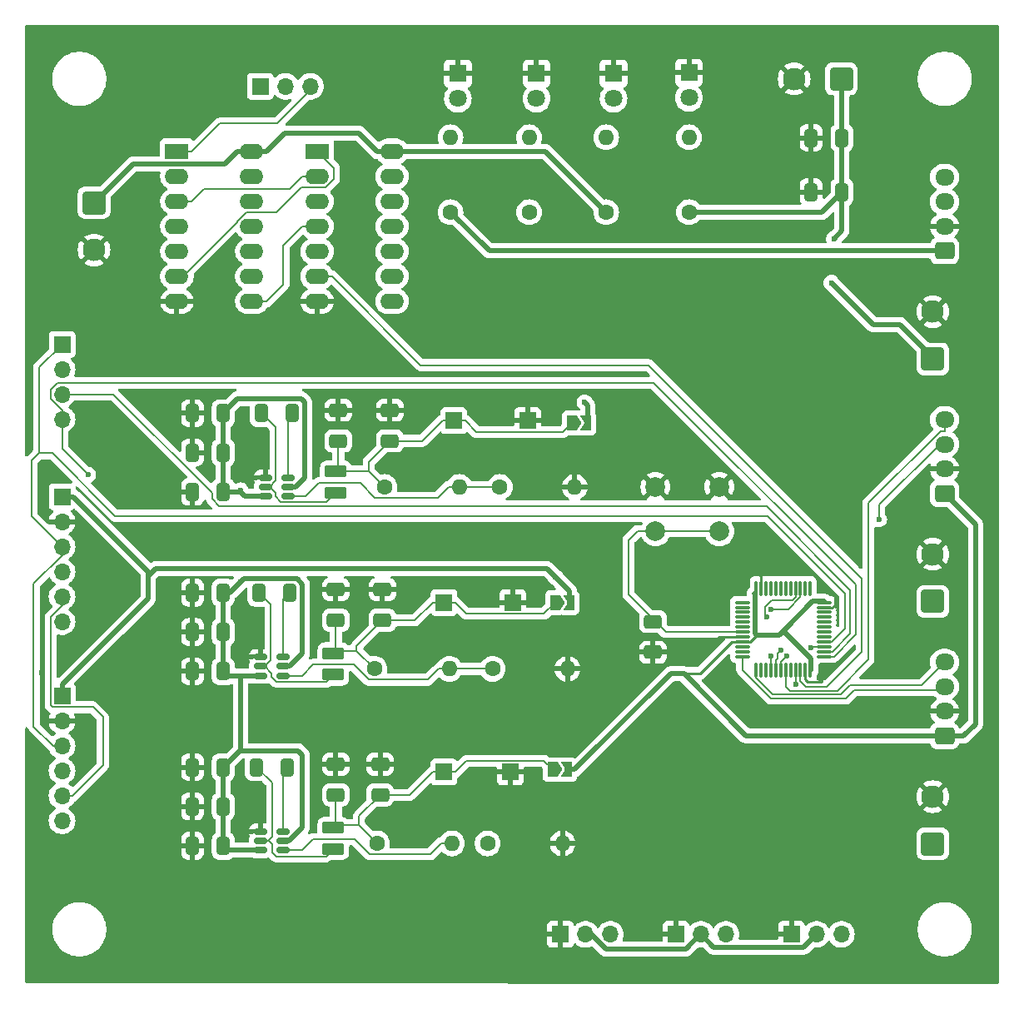
<source format=gbr>
%TF.GenerationSoftware,KiCad,Pcbnew,8.0.0*%
%TF.CreationDate,2024-03-05T12:45:19-06:00*%
%TF.ProjectId,MainBoard,4d61696e-426f-4617-9264-2e6b69636164,rev?*%
%TF.SameCoordinates,Original*%
%TF.FileFunction,Copper,L1,Top*%
%TF.FilePolarity,Positive*%
%FSLAX46Y46*%
G04 Gerber Fmt 4.6, Leading zero omitted, Abs format (unit mm)*
G04 Created by KiCad (PCBNEW 8.0.0) date 2024-03-05 12:45:19*
%MOMM*%
%LPD*%
G01*
G04 APERTURE LIST*
G04 Aperture macros list*
%AMRoundRect*
0 Rectangle with rounded corners*
0 $1 Rounding radius*
0 $2 $3 $4 $5 $6 $7 $8 $9 X,Y pos of 4 corners*
0 Add a 4 corners polygon primitive as box body*
4,1,4,$2,$3,$4,$5,$6,$7,$8,$9,$2,$3,0*
0 Add four circle primitives for the rounded corners*
1,1,$1+$1,$2,$3*
1,1,$1+$1,$4,$5*
1,1,$1+$1,$6,$7*
1,1,$1+$1,$8,$9*
0 Add four rect primitives between the rounded corners*
20,1,$1+$1,$2,$3,$4,$5,0*
20,1,$1+$1,$4,$5,$6,$7,0*
20,1,$1+$1,$6,$7,$8,$9,0*
20,1,$1+$1,$8,$9,$2,$3,0*%
%AMFreePoly0*
4,1,6,1.000000,0.000000,0.500000,-0.750000,-0.500000,-0.750000,-0.500000,0.750000,0.500000,0.750000,1.000000,0.000000,1.000000,0.000000,$1*%
%AMFreePoly1*
4,1,6,0.500000,-0.750000,-0.650000,-0.750000,-0.150000,0.000000,-0.650000,0.750000,0.500000,0.750000,0.500000,-0.750000,0.500000,-0.750000,$1*%
G04 Aperture macros list end*
%TA.AperFunction,SMDPad,CuDef*%
%ADD10RoundRect,0.150000X-0.512500X-0.150000X0.512500X-0.150000X0.512500X0.150000X-0.512500X0.150000X0*%
%TD*%
%TA.AperFunction,ComponentPad*%
%ADD11C,1.600000*%
%TD*%
%TA.AperFunction,ComponentPad*%
%ADD12O,1.600000X1.600000*%
%TD*%
%TA.AperFunction,SMDPad,CuDef*%
%ADD13RoundRect,0.250000X0.412500X0.650000X-0.412500X0.650000X-0.412500X-0.650000X0.412500X-0.650000X0*%
%TD*%
%TA.AperFunction,ComponentPad*%
%ADD14R,1.700000X1.700000*%
%TD*%
%TA.AperFunction,ComponentPad*%
%ADD15O,1.700000X1.700000*%
%TD*%
%TA.AperFunction,ComponentPad*%
%ADD16RoundRect,0.250001X0.899999X-0.899999X0.899999X0.899999X-0.899999X0.899999X-0.899999X-0.899999X0*%
%TD*%
%TA.AperFunction,ComponentPad*%
%ADD17C,2.300000*%
%TD*%
%TA.AperFunction,SMDPad,CuDef*%
%ADD18RoundRect,0.250000X0.650000X-0.412500X0.650000X0.412500X-0.650000X0.412500X-0.650000X-0.412500X0*%
%TD*%
%TA.AperFunction,ComponentPad*%
%ADD19R,1.800000X1.800000*%
%TD*%
%TA.AperFunction,ComponentPad*%
%ADD20C,1.800000*%
%TD*%
%TA.AperFunction,ComponentPad*%
%ADD21C,2.000000*%
%TD*%
%TA.AperFunction,SMDPad,CuDef*%
%ADD22FreePoly0,0.000000*%
%TD*%
%TA.AperFunction,SMDPad,CuDef*%
%ADD23FreePoly1,0.000000*%
%TD*%
%TA.AperFunction,SMDPad,CuDef*%
%ADD24RoundRect,0.075000X-0.662500X-0.075000X0.662500X-0.075000X0.662500X0.075000X-0.662500X0.075000X0*%
%TD*%
%TA.AperFunction,SMDPad,CuDef*%
%ADD25RoundRect,0.075000X-0.075000X-0.662500X0.075000X-0.662500X0.075000X0.662500X-0.075000X0.662500X0*%
%TD*%
%TA.AperFunction,SMDPad,CuDef*%
%ADD26RoundRect,0.250000X0.850000X-0.375000X0.850000X0.375000X-0.850000X0.375000X-0.850000X-0.375000X0*%
%TD*%
%TA.AperFunction,ComponentPad*%
%ADD27RoundRect,0.250001X-0.899999X0.899999X-0.899999X-0.899999X0.899999X-0.899999X0.899999X0.899999X0*%
%TD*%
%TA.AperFunction,ComponentPad*%
%ADD28RoundRect,0.250000X0.725000X-0.600000X0.725000X0.600000X-0.725000X0.600000X-0.725000X-0.600000X0*%
%TD*%
%TA.AperFunction,ComponentPad*%
%ADD29O,1.950000X1.700000*%
%TD*%
%TA.AperFunction,ComponentPad*%
%ADD30R,2.400000X1.600000*%
%TD*%
%TA.AperFunction,ComponentPad*%
%ADD31O,2.400000X1.600000*%
%TD*%
%TA.AperFunction,ComponentPad*%
%ADD32RoundRect,0.250001X0.899999X0.899999X-0.899999X0.899999X-0.899999X-0.899999X0.899999X-0.899999X0*%
%TD*%
%TA.AperFunction,SMDPad,CuDef*%
%ADD33RoundRect,0.250000X-0.650000X0.412500X-0.650000X-0.412500X0.650000X-0.412500X0.650000X0.412500X0*%
%TD*%
%TA.AperFunction,ViaPad*%
%ADD34C,0.600000*%
%TD*%
%TA.AperFunction,Conductor*%
%ADD35C,0.508000*%
%TD*%
%TA.AperFunction,Conductor*%
%ADD36C,0.254000*%
%TD*%
%TA.AperFunction,Conductor*%
%ADD37C,0.200000*%
%TD*%
G04 APERTURE END LIST*
D10*
%TO.P,U5,1,GND*%
%TO.N,GND*%
X126950000Y-129550000D03*
%TO.P,U5,2,SW*%
%TO.N,Net-(U5-SW)*%
X126950000Y-130500000D03*
%TO.P,U5,3,VIN*%
%TO.N,+12V*%
X126950000Y-131450000D03*
%TO.P,U5,4,FB*%
%TO.N,Net-(U5-FB)*%
X129225000Y-131450000D03*
%TO.P,U5,5,EN*%
%TO.N,+12V*%
X129225000Y-130500000D03*
%TO.P,U5,6,BOOT*%
%TO.N,Net-(U5-BOOT)*%
X129225000Y-129550000D03*
%TD*%
D11*
%TO.P,R3,1*%
%TO.N,+12V*%
X170500000Y-66560000D03*
D12*
%TO.P,R3,2*%
%TO.N,Net-(D3-A)*%
X170500000Y-58940000D03*
%TD*%
D13*
%TO.P,C11,1*%
%TO.N,+12V*%
X123150000Y-91000000D03*
%TO.P,C11,2*%
%TO.N,GND*%
X120025000Y-91000000D03*
%TD*%
D14*
%TO.P,TP5,1,1*%
%TO.N,Net-(JP3-A)*%
X145587500Y-106250000D03*
%TD*%
%TO.P,TP3,1,1*%
%TO.N,Net-(JP2-A)*%
X146587500Y-87750000D03*
%TD*%
%TO.P,J12,1,Pin_1*%
%TO.N,/SPI2_MOSI*%
X106750000Y-80000000D03*
D15*
%TO.P,J12,2,Pin_2*%
%TO.N,/SPI2_MISO*%
X106750000Y-82540000D03*
%TO.P,J12,3,Pin_3*%
%TO.N,/SPI2_SCK*%
X106750000Y-85080000D03*
%TO.P,J12,4,Pin_4*%
%TO.N,/SPI2_NSS*%
X106750000Y-87620000D03*
%TD*%
D16*
%TO.P,J9,1,Pin_1*%
%TO.N,+12V*%
X195300000Y-106140000D03*
D17*
%TO.P,J9,2,Pin_2*%
%TO.N,GND*%
X195300000Y-101340000D03*
%TD*%
D13*
%TO.P,C16,1*%
%TO.N,+12V*%
X123150000Y-105250000D03*
%TO.P,C16,2*%
%TO.N,GND*%
X120025000Y-105250000D03*
%TD*%
D11*
%TO.P,R7,1*%
%TO.N,Net-(U1-FB)*%
X151277500Y-94500000D03*
D12*
%TO.P,R7,2*%
%TO.N,GND*%
X158897500Y-94500000D03*
%TD*%
D18*
%TO.P,C8,1*%
%TO.N,Net-(JP1-A)*%
X134587500Y-125812500D03*
%TO.P,C8,2*%
%TO.N,GND*%
X134587500Y-122687500D03*
%TD*%
D14*
%TO.P,J5,1,Pin_1*%
%TO.N,GND*%
X157435000Y-140000000D03*
D15*
%TO.P,J5,2,Pin_2*%
%TO.N,+5V_1.2A*%
X159975000Y-140000000D03*
%TO.P,J5,3,Pin_3*%
%TO.N,Net-(J5-Pin_3)*%
X162515000Y-140000000D03*
%TD*%
D18*
%TO.P,C9,1*%
%TO.N,Net-(JP1-A)*%
X139087500Y-125812500D03*
%TO.P,C9,2*%
%TO.N,GND*%
X139087500Y-122687500D03*
%TD*%
%TO.P,C21,1*%
%TO.N,Net-(JP3-A)*%
X139337500Y-108062500D03*
%TO.P,C21,2*%
%TO.N,GND*%
X139337500Y-104937500D03*
%TD*%
D14*
%TO.P,TP2,1,1*%
%TO.N,GND*%
X152337500Y-123500000D03*
%TD*%
D19*
%TO.P,D1,1,K*%
%TO.N,GND*%
X147000000Y-52460000D03*
D20*
%TO.P,D1,2,A*%
%TO.N,Net-(D1-A)*%
X147000000Y-55000000D03*
%TD*%
D21*
%TO.P,SW1,1,1*%
%TO.N,GND*%
X167087500Y-94500000D03*
X173587500Y-94500000D03*
%TO.P,SW1,2,2*%
%TO.N,Net-(U3-NRST)*%
X167087500Y-99000000D03*
X173587500Y-99000000D03*
%TD*%
D19*
%TO.P,D4,1,K*%
%TO.N,GND*%
X162833300Y-52460000D03*
D20*
%TO.P,D4,2,A*%
%TO.N,Net-(D4-A)*%
X162833300Y-55000000D03*
%TD*%
D22*
%TO.P,JP3,1,A*%
%TO.N,Net-(JP3-A)*%
X156887500Y-106250000D03*
D23*
%TO.P,JP3,2,B*%
%TO.N,+5V_1.2A*%
X158337500Y-106250000D03*
%TD*%
D10*
%TO.P,U2,1,GND*%
%TO.N,GND*%
X126950000Y-111800000D03*
%TO.P,U2,2,SW*%
%TO.N,Net-(U2-SW)*%
X126950000Y-112750000D03*
%TO.P,U2,3,VIN*%
%TO.N,+12V*%
X126950000Y-113700000D03*
%TO.P,U2,4,FB*%
%TO.N,Net-(U2-FB)*%
X129225000Y-113700000D03*
%TO.P,U2,5,EN*%
%TO.N,+12V*%
X129225000Y-112750000D03*
%TO.P,U2,6,BOOT*%
%TO.N,Net-(U2-BOOT)*%
X129225000Y-111800000D03*
%TD*%
D13*
%TO.P,C17,1*%
%TO.N,+12V*%
X123150000Y-109250000D03*
%TO.P,C17,2*%
%TO.N,GND*%
X120025000Y-109250000D03*
%TD*%
%TO.P,C6,1*%
%TO.N,+12V*%
X123150000Y-131000000D03*
%TO.P,C6,2*%
%TO.N,GND*%
X120025000Y-131000000D03*
%TD*%
D11*
%TO.P,R4,1*%
%TO.N,Net-(JP1-A)*%
X138777500Y-130750000D03*
D12*
%TO.P,R4,2*%
%TO.N,Net-(U5-FB)*%
X146397500Y-130750000D03*
%TD*%
D11*
%TO.P,R10,1*%
%TO.N,+5V_3A*%
X162083300Y-66560000D03*
D12*
%TO.P,R10,2*%
%TO.N,Net-(D4-A)*%
X162083300Y-58940000D03*
%TD*%
D11*
%TO.P,R8,1*%
%TO.N,Net-(JP3-A)*%
X138527500Y-113000000D03*
D12*
%TO.P,R8,2*%
%TO.N,Net-(U2-FB)*%
X146147500Y-113000000D03*
%TD*%
D24*
%TO.P,U3,1,VBAT*%
%TO.N,unconnected-(U3-VBAT-Pad1)*%
X175925000Y-106250000D03*
%TO.P,U3,2,PC13*%
%TO.N,unconnected-(U3-PC13-Pad2)*%
X175925000Y-106750000D03*
%TO.P,U3,3,PC14*%
%TO.N,unconnected-(U3-PC14-Pad3)*%
X175925000Y-107250000D03*
%TO.P,U3,4,PC15*%
%TO.N,unconnected-(U3-PC15-Pad4)*%
X175925000Y-107750000D03*
%TO.P,U3,5,PD0*%
%TO.N,unconnected-(U3-PD0-Pad5)*%
X175925000Y-108250000D03*
%TO.P,U3,6,PD1*%
%TO.N,unconnected-(U3-PD1-Pad6)*%
X175925000Y-108750000D03*
%TO.P,U3,7,NRST*%
%TO.N,Net-(U3-NRST)*%
X175925000Y-109250000D03*
%TO.P,U3,8,VSSA*%
%TO.N,GND*%
X175925000Y-109750000D03*
%TO.P,U3,9,VDDA*%
%TO.N,+3.3V_1.2A*%
X175925000Y-110250000D03*
%TO.P,U3,10,PA0*%
%TO.N,unconnected-(U3-PA0-Pad10)*%
X175925000Y-110750000D03*
%TO.P,U3,11,PA1*%
%TO.N,unconnected-(U3-PA1-Pad11)*%
X175925000Y-111250000D03*
%TO.P,U3,12,PA2*%
%TO.N,/ME1_ChA*%
X175925000Y-111750000D03*
D25*
%TO.P,U3,13,PA3*%
%TO.N,/ME1_ChB*%
X177337500Y-113162500D03*
%TO.P,U3,14,PA4*%
%TO.N,unconnected-(U3-PA4-Pad14)*%
X177837500Y-113162500D03*
%TO.P,U3,15,PA5*%
%TO.N,unconnected-(U3-PA5-Pad15)*%
X178337500Y-113162500D03*
%TO.P,U3,16,PA6*%
%TO.N,/ME3_ChA*%
X178837500Y-113162500D03*
%TO.P,U3,17,PA7*%
%TO.N,/ME3_ChB*%
X179337500Y-113162500D03*
%TO.P,U3,18,PB0*%
%TO.N,/ME2_ChA*%
X179837500Y-113162500D03*
%TO.P,U3,19,PB1*%
%TO.N,/ME2_ChB*%
X180337500Y-113162500D03*
%TO.P,U3,20,PB2*%
%TO.N,unconnected-(U3-PB2-Pad20)*%
X180837500Y-113162500D03*
%TO.P,U3,21,PB10*%
%TO.N,Net-(J7-Pin_3)*%
X181337500Y-113162500D03*
%TO.P,U3,22,PB11*%
%TO.N,/LimitSwitchORGates/OR3 Output*%
X181837500Y-113162500D03*
%TO.P,U3,23,VSS*%
%TO.N,GND*%
X182337500Y-113162500D03*
%TO.P,U3,24,VDD*%
%TO.N,+3.3V_1.2A*%
X182837500Y-113162500D03*
D24*
%TO.P,U3,25,PB12*%
%TO.N,/SPI2_NSS*%
X184250000Y-111750000D03*
%TO.P,U3,26,PB13*%
%TO.N,/SPI2_SCK*%
X184250000Y-111250000D03*
%TO.P,U3,27,PB14*%
%TO.N,/SPI2_MISO*%
X184250000Y-110750000D03*
%TO.P,U3,28,PB15*%
%TO.N,/SPI2_MOSI*%
X184250000Y-110250000D03*
%TO.P,U3,29,PA8*%
%TO.N,unconnected-(U3-PA8-Pad29)*%
X184250000Y-109750000D03*
%TO.P,U3,30,PA9*%
%TO.N,unconnected-(U3-PA9-Pad30)*%
X184250000Y-109250000D03*
%TO.P,U3,31,PA10*%
%TO.N,unconnected-(U3-PA10-Pad31)*%
X184250000Y-108750000D03*
%TO.P,U3,32,PA11*%
%TO.N,unconnected-(U3-PA11-Pad32)*%
X184250000Y-108250000D03*
%TO.P,U3,33,PA12*%
%TO.N,unconnected-(U3-PA12-Pad33)*%
X184250000Y-107750000D03*
%TO.P,U3,34,PA13*%
%TO.N,unconnected-(U3-PA13-Pad34)*%
X184250000Y-107250000D03*
%TO.P,U3,35,VSS*%
%TO.N,GND*%
X184250000Y-106750000D03*
%TO.P,U3,36,VDD*%
%TO.N,+3.3V_1.2A*%
X184250000Y-106250000D03*
D25*
%TO.P,U3,37,PA14*%
%TO.N,unconnected-(U3-PA14-Pad37)*%
X182837500Y-104837500D03*
%TO.P,U3,38,PA15*%
%TO.N,unconnected-(U3-PA15-Pad38)*%
X182337500Y-104837500D03*
%TO.P,U3,39,PB3*%
%TO.N,Net-(J5-Pin_3)*%
X181837500Y-104837500D03*
%TO.P,U3,40,PB4*%
%TO.N,Net-(J6-Pin_3)*%
X181337500Y-104837500D03*
%TO.P,U3,41,PB5*%
%TO.N,unconnected-(U3-PB5-Pad41)*%
X180837500Y-104837500D03*
%TO.P,U3,42,PB6*%
%TO.N,unconnected-(U3-PB6-Pad42)*%
X180337500Y-104837500D03*
%TO.P,U3,43,PB7*%
%TO.N,unconnected-(U3-PB7-Pad43)*%
X179837500Y-104837500D03*
%TO.P,U3,44,BOOT0*%
%TO.N,unconnected-(U3-BOOT0-Pad44)*%
X179337500Y-104837500D03*
%TO.P,U3,45,PB8*%
%TO.N,unconnected-(U3-PB8-Pad45)*%
X178837500Y-104837500D03*
%TO.P,U3,46,PB9*%
%TO.N,unconnected-(U3-PB9-Pad46)*%
X178337500Y-104837500D03*
%TO.P,U3,47,VSS*%
%TO.N,GND*%
X177837500Y-104837500D03*
%TO.P,U3,48,VDD*%
%TO.N,+3.3V_1.2A*%
X177337500Y-104837500D03*
%TD*%
D16*
%TO.P,J8,1,Pin_1*%
%TO.N,+12V*%
X195300000Y-130800000D03*
D17*
%TO.P,J8,2,Pin_2*%
%TO.N,GND*%
X195300000Y-126000000D03*
%TD*%
D11*
%TO.P,R5,1*%
%TO.N,Net-(U5-FB)*%
X150027500Y-130750000D03*
D12*
%TO.P,R5,2*%
%TO.N,GND*%
X157647500Y-130750000D03*
%TD*%
D26*
%TO.P,L3,1,1*%
%TO.N,Net-(U2-SW)*%
X134337500Y-113575000D03*
%TO.P,L3,2,2*%
%TO.N,Net-(JP3-A)*%
X134337500Y-111425000D03*
%TD*%
D10*
%TO.P,U1,1,GND*%
%TO.N,GND*%
X127450000Y-93550000D03*
%TO.P,U1,2,SW*%
%TO.N,Net-(U1-SW)*%
X127450000Y-94500000D03*
%TO.P,U1,3,VIN*%
%TO.N,+12V*%
X127450000Y-95450000D03*
%TO.P,U1,4,FB*%
%TO.N,Net-(U1-FB)*%
X129725000Y-95450000D03*
%TO.P,U1,5,EN*%
%TO.N,+12V*%
X129725000Y-94500000D03*
%TO.P,U1,6,BOOT*%
%TO.N,Net-(U1-BOOT)*%
X129725000Y-93550000D03*
%TD*%
D11*
%TO.P,R9,1*%
%TO.N,Net-(U2-FB)*%
X150527500Y-113000000D03*
D12*
%TO.P,R9,2*%
%TO.N,GND*%
X158147500Y-113000000D03*
%TD*%
D14*
%TO.P,TP4,1,1*%
%TO.N,GND*%
X154087500Y-87750000D03*
%TD*%
D13*
%TO.P,C18,1*%
%TO.N,+12V*%
X123150000Y-113250000D03*
%TO.P,C18,2*%
%TO.N,GND*%
X120025000Y-113250000D03*
%TD*%
D26*
%TO.P,L2,1,1*%
%TO.N,Net-(U1-SW)*%
X134587500Y-95075000D03*
%TO.P,L2,2,2*%
%TO.N,Net-(JP2-A)*%
X134587500Y-92925000D03*
%TD*%
D16*
%TO.P,J21,1,Pin_1*%
%TO.N,+12V*%
X195300000Y-81480000D03*
D17*
%TO.P,J21,2,Pin_2*%
%TO.N,GND*%
X195300000Y-76680000D03*
%TD*%
D26*
%TO.P,L1,1,1*%
%TO.N,Net-(U5-SW)*%
X134337500Y-131325000D03*
%TO.P,L1,2,2*%
%TO.N,Net-(JP1-A)*%
X134337500Y-129175000D03*
%TD*%
D27*
%TO.P,J17,1,Pin_1*%
%TO.N,+5V_3A*%
X110000000Y-65600000D03*
D17*
%TO.P,J17,2,Pin_2*%
%TO.N,GND*%
X110000000Y-70400000D03*
%TD*%
D13*
%TO.P,C19,1*%
%TO.N,Net-(U2-BOOT)*%
X129900000Y-105250000D03*
%TO.P,C19,2*%
%TO.N,Net-(U2-SW)*%
X126775000Y-105250000D03*
%TD*%
%TO.P,C2,1*%
%TO.N,+12V*%
X123150000Y-127000000D03*
%TO.P,C2,2*%
%TO.N,GND*%
X120025000Y-127000000D03*
%TD*%
%TO.P,C3,1*%
%TO.N,+12V*%
X186062500Y-59000000D03*
%TO.P,C3,2*%
%TO.N,GND*%
X182937500Y-59000000D03*
%TD*%
D28*
%TO.P,J18,1,Pin_1*%
%TO.N,+3.3V_1.2A*%
X196500000Y-95160000D03*
D29*
%TO.P,J18,2,Pin_2*%
%TO.N,GND*%
X196500000Y-92660000D03*
%TO.P,J18,3,Pin_3*%
%TO.N,/ME2_ChA*%
X196500000Y-90160000D03*
%TO.P,J18,4,Pin_4*%
%TO.N,/ME2_ChB*%
X196500000Y-87660000D03*
%TD*%
D28*
%TO.P,J20,1,Pin_1*%
%TO.N,+3.3V_1.2A*%
X196500000Y-70500000D03*
D29*
%TO.P,J20,2,Pin_2*%
%TO.N,GND*%
X196500000Y-68000000D03*
%TO.P,J20,3,Pin_3*%
%TO.N,/ME3_ChA*%
X196500000Y-65500000D03*
%TO.P,J20,4,Pin_4*%
%TO.N,/ME3_ChB*%
X196500000Y-63000000D03*
%TD*%
D11*
%TO.P,R6,1*%
%TO.N,Net-(JP2-A)*%
X139527500Y-94500000D03*
D12*
%TO.P,R6,2*%
%TO.N,Net-(U1-FB)*%
X147147500Y-94500000D03*
%TD*%
D14*
%TO.P,J7,1,Pin_1*%
%TO.N,GND*%
X180920000Y-140000000D03*
D15*
%TO.P,J7,2,Pin_2*%
%TO.N,+5V_1.2A*%
X183460000Y-140000000D03*
%TO.P,J7,3,Pin_3*%
%TO.N,Net-(J7-Pin_3)*%
X186000000Y-140000000D03*
%TD*%
D14*
%TO.P,J10,1,Pin_1*%
%TO.N,+5V_1.2A*%
X106750000Y-95500000D03*
D15*
%TO.P,J10,2,Pin_2*%
%TO.N,GND*%
X106750000Y-98040000D03*
%TO.P,J10,3,Pin_3*%
%TO.N,/SPI2_MOSI*%
X106750000Y-100580000D03*
%TO.P,J10,4,Pin_4*%
%TO.N,/SPI2_MISO*%
X106750000Y-103120000D03*
%TO.P,J10,5,Pin_5*%
%TO.N,/SPI2_SCK*%
X106750000Y-105660000D03*
%TO.P,J10,6,Pin_6*%
%TO.N,/SPI2_NSS*%
X106750000Y-108200000D03*
%TD*%
D13*
%TO.P,C13,1*%
%TO.N,Net-(U1-BOOT)*%
X130150000Y-87000000D03*
%TO.P,C13,2*%
%TO.N,Net-(U1-SW)*%
X127025000Y-87000000D03*
%TD*%
D14*
%TO.P,J6,1,Pin_1*%
%TO.N,GND*%
X169177500Y-140000000D03*
D15*
%TO.P,J6,2,Pin_2*%
%TO.N,+5V_1.2A*%
X171717500Y-140000000D03*
%TO.P,J6,3,Pin_3*%
%TO.N,Net-(J6-Pin_3)*%
X174257500Y-140000000D03*
%TD*%
D14*
%TO.P,TP6,1,1*%
%TO.N,GND*%
X152587500Y-106250000D03*
%TD*%
D22*
%TO.P,JP2,1,A*%
%TO.N,Net-(JP2-A)*%
X158587500Y-88000000D03*
D23*
%TO.P,JP2,2,B*%
%TO.N,+5V_3A*%
X160037500Y-88000000D03*
%TD*%
D30*
%TO.P,U4,1,1A*%
%TO.N,Net-(J14-Pin_3)*%
X118425000Y-60375000D03*
D31*
%TO.P,U4,2,1B*%
X118425000Y-62915000D03*
%TO.P,U4,3,1Y*%
%TO.N,Net-(U4-1Y)*%
X118425000Y-65455000D03*
%TO.P,U4,4,2A*%
%TO.N,Net-(J14-Pin_2)*%
X118425000Y-67995000D03*
%TO.P,U4,5,2B*%
X118425000Y-70535000D03*
%TO.P,U4,6,2Y*%
%TO.N,Net-(U4-2Y)*%
X118425000Y-73075000D03*
%TO.P,U4,7,GND*%
%TO.N,GND*%
X118425000Y-75615000D03*
%TO.P,U4,8,3Y*%
%TO.N,Net-(U4-3Y)*%
X126045000Y-75615000D03*
%TO.P,U4,9,3A*%
%TO.N,Net-(J14-Pin_1)*%
X126045000Y-73075000D03*
%TO.P,U4,10,3B*%
X126045000Y-70535000D03*
%TO.P,U4,11,4Y*%
%TO.N,unconnected-(U4-4Y-Pad11)*%
X126045000Y-67995000D03*
%TO.P,U4,12,4A*%
%TO.N,unconnected-(U4-4A-Pad12)*%
X126045000Y-65455000D03*
%TO.P,U4,13,4B*%
%TO.N,unconnected-(U4-4B-Pad13)*%
X126045000Y-62915000D03*
%TO.P,U4,14,VCC*%
%TO.N,+5V_3A*%
X126045000Y-60375000D03*
%TD*%
D19*
%TO.P,D3,1,K*%
%TO.N,GND*%
X170500000Y-52375000D03*
D20*
%TO.P,D3,2,A*%
%TO.N,Net-(D3-A)*%
X170500000Y-54915000D03*
%TD*%
D32*
%TO.P,J4,1,Pin_1*%
%TO.N,+12V*%
X186000000Y-53000000D03*
D17*
%TO.P,J4,2,Pin_2*%
%TO.N,GND*%
X181200000Y-53000000D03*
%TD*%
D14*
%TO.P,J11,1,Pin_1*%
%TO.N,+5V_1.2A*%
X106750000Y-115750000D03*
D15*
%TO.P,J11,2,Pin_2*%
%TO.N,GND*%
X106750000Y-118290000D03*
%TO.P,J11,3,Pin_3*%
%TO.N,/SPI2_MOSI*%
X106750000Y-120830000D03*
%TO.P,J11,4,Pin_4*%
%TO.N,/SPI2_MISO*%
X106750000Y-123370000D03*
%TO.P,J11,5,Pin_5*%
%TO.N,/SPI2_SCK*%
X106750000Y-125910000D03*
%TO.P,J11,6,Pin_6*%
%TO.N,/SPI2_NSS*%
X106750000Y-128450000D03*
%TD*%
D30*
%TO.P,U6,1,1A*%
%TO.N,Net-(U4-2Y)*%
X132675000Y-60375000D03*
D31*
%TO.P,U6,2,1B*%
%TO.N,Net-(U4-1Y)*%
X132675000Y-62915000D03*
%TO.P,U6,3,1Y*%
%TO.N,Net-(U6-1Y)*%
X132675000Y-65455000D03*
%TO.P,U6,4,2A*%
%TO.N,Net-(U4-3Y)*%
X132675000Y-67995000D03*
%TO.P,U6,5,2B*%
%TO.N,Net-(U6-1Y)*%
X132675000Y-70535000D03*
%TO.P,U6,6,2Y*%
%TO.N,/LimitSwitchORGates/OR3 Output*%
X132675000Y-73075000D03*
%TO.P,U6,7,GND*%
%TO.N,GND*%
X132675000Y-75615000D03*
%TO.P,U6,8,3Y*%
%TO.N,unconnected-(U6-3Y-Pad8)*%
X140295000Y-75615000D03*
%TO.P,U6,9,3A*%
%TO.N,unconnected-(U6-3A-Pad9)*%
X140295000Y-73075000D03*
%TO.P,U6,10,3B*%
%TO.N,unconnected-(U6-3B-Pad10)*%
X140295000Y-70535000D03*
%TO.P,U6,11,4Y*%
%TO.N,unconnected-(U6-4Y-Pad11)*%
X140295000Y-67995000D03*
%TO.P,U6,12,4A*%
%TO.N,unconnected-(U6-4A-Pad12)*%
X140295000Y-65455000D03*
%TO.P,U6,13,4B*%
%TO.N,unconnected-(U6-4B-Pad13)*%
X140295000Y-62915000D03*
%TO.P,U6,14,VCC*%
%TO.N,+5V_3A*%
X140295000Y-60375000D03*
%TD*%
D11*
%TO.P,R1,1*%
%TO.N,+3.3V_1.2A*%
X146250000Y-66560000D03*
D12*
%TO.P,R1,2*%
%TO.N,Net-(D1-A)*%
X146250000Y-58940000D03*
%TD*%
D18*
%TO.P,C20,1*%
%TO.N,Net-(JP3-A)*%
X134587500Y-108062500D03*
%TO.P,C20,2*%
%TO.N,GND*%
X134587500Y-104937500D03*
%TD*%
D13*
%TO.P,C12,1*%
%TO.N,+12V*%
X123150000Y-95000000D03*
%TO.P,C12,2*%
%TO.N,GND*%
X120025000Y-95000000D03*
%TD*%
%TO.P,C7,1*%
%TO.N,Net-(U5-BOOT)*%
X129650000Y-123000000D03*
%TO.P,C7,2*%
%TO.N,Net-(U5-SW)*%
X126525000Y-123000000D03*
%TD*%
D19*
%TO.P,D2,1,K*%
%TO.N,GND*%
X155000000Y-52460000D03*
D20*
%TO.P,D2,2,A*%
%TO.N,Net-(D2-A)*%
X155000000Y-55000000D03*
%TD*%
D13*
%TO.P,C10,1*%
%TO.N,+12V*%
X123150000Y-87000000D03*
%TO.P,C10,2*%
%TO.N,GND*%
X120025000Y-87000000D03*
%TD*%
%TO.P,C4,1*%
%TO.N,+12V*%
X186062500Y-64500000D03*
%TO.P,C4,2*%
%TO.N,GND*%
X182937500Y-64500000D03*
%TD*%
D18*
%TO.P,C15,1*%
%TO.N,Net-(JP2-A)*%
X140087500Y-89812500D03*
%TO.P,C15,2*%
%TO.N,GND*%
X140087500Y-86687500D03*
%TD*%
D14*
%TO.P,TP1,1,1*%
%TO.N,Net-(JP1-A)*%
X145587500Y-123500000D03*
%TD*%
%TO.P,J14,1,Pin_1*%
%TO.N,Net-(J14-Pin_1)*%
X126920000Y-53750000D03*
D15*
%TO.P,J14,2,Pin_2*%
%TO.N,Net-(J14-Pin_2)*%
X129460000Y-53750000D03*
%TO.P,J14,3,Pin_3*%
%TO.N,Net-(J14-Pin_3)*%
X132000000Y-53750000D03*
%TD*%
D13*
%TO.P,C1,1*%
%TO.N,+12V*%
X123150000Y-123000000D03*
%TO.P,C1,2*%
%TO.N,GND*%
X120025000Y-123000000D03*
%TD*%
D28*
%TO.P,J19,1,Pin_1*%
%TO.N,+3.3V_1.2A*%
X196500000Y-119820000D03*
D29*
%TO.P,J19,2,Pin_2*%
%TO.N,GND*%
X196500000Y-117320000D03*
%TO.P,J19,3,Pin_3*%
%TO.N,/ME1_ChA*%
X196500000Y-114820000D03*
%TO.P,J19,4,Pin_4*%
%TO.N,/ME1_ChB*%
X196500000Y-112320000D03*
%TD*%
D33*
%TO.P,C5,1*%
%TO.N,Net-(U3-NRST)*%
X166837500Y-108187500D03*
%TO.P,C5,2*%
%TO.N,GND*%
X166837500Y-111312500D03*
%TD*%
D11*
%TO.P,R2,1*%
%TO.N,+5V_1.2A*%
X154250000Y-66560000D03*
D12*
%TO.P,R2,2*%
%TO.N,Net-(D2-A)*%
X154250000Y-58940000D03*
%TD*%
D22*
%TO.P,JP1,1,A*%
%TO.N,Net-(JP1-A)*%
X156637500Y-123250000D03*
D23*
%TO.P,JP1,2,B*%
%TO.N,+3.3V_1.2A*%
X158087500Y-123250000D03*
%TD*%
D18*
%TO.P,C14,1*%
%TO.N,Net-(JP2-A)*%
X134837500Y-89812500D03*
%TO.P,C14,2*%
%TO.N,GND*%
X134837500Y-86687500D03*
%TD*%
D34*
%TO.N,+12V*%
X185000000Y-73750000D03*
X185250000Y-69250000D03*
X124902700Y-94845700D03*
X124902700Y-104156700D03*
%TO.N,GND*%
X141250000Y-136000000D03*
X179000000Y-127500000D03*
X183950000Y-114200000D03*
X138838000Y-118250000D03*
X109950000Y-120900000D03*
X125700000Y-126800000D03*
X125750000Y-90250000D03*
X171250000Y-104000000D03*
X157750000Y-72750000D03*
X185900000Y-118150000D03*
X113400000Y-92550000D03*
X116950000Y-86150000D03*
X104600000Y-93000000D03*
X172950000Y-110350000D03*
X139338000Y-100500000D03*
X104650000Y-113350000D03*
X111400000Y-104100000D03*
X132750000Y-82500000D03*
X185750000Y-81750000D03*
X177800000Y-103150000D03*
X125750000Y-109050000D03*
X184850000Y-105150000D03*
%TO.N,+5V_3A*%
X159883500Y-85890400D03*
%TO.N,+5V_1.2A*%
X156936400Y-103687000D03*
%TO.N,Net-(J5-Pin_3)*%
X178831100Y-106920000D03*
%TO.N,Net-(J6-Pin_3)*%
X178381000Y-107683600D03*
%TO.N,Net-(J7-Pin_3)*%
X181400000Y-114611300D03*
%TO.N,/SPI2_NSS*%
X109400000Y-93250000D03*
%TO.N,/SPI2_MISO*%
X182891200Y-110869200D03*
%TO.N,/ME2_ChA*%
X180462500Y-111675100D03*
X189839700Y-97792800D03*
%TO.N,/ME3_ChA*%
X178843300Y-111719600D03*
%TO.N,/ME3_ChB*%
X179886900Y-111094000D03*
%TD*%
D35*
%TO.N,+12V*%
X124893500Y-121350000D02*
X124800000Y-121350000D01*
X131200000Y-129118100D02*
X131200000Y-121768100D01*
X123600000Y-131450000D02*
X126950000Y-131450000D01*
X185000000Y-73750000D02*
X189250000Y-78000000D01*
X123150000Y-86931500D02*
X124581500Y-85500000D01*
X195300000Y-81300000D02*
X195300000Y-81480000D01*
X123150000Y-105250000D02*
X123150000Y-109250000D01*
X125352700Y-95450000D02*
X127450000Y-95450000D01*
X123150000Y-87000000D02*
X123150000Y-86931500D01*
X124581500Y-85500000D02*
X131050000Y-85500000D01*
X130657400Y-103850000D02*
X125209400Y-103850000D01*
X131408100Y-93591900D02*
X130500000Y-94500000D01*
X170500000Y-66560000D02*
X184002500Y-66560000D01*
X186062500Y-53062500D02*
X186062500Y-59000000D01*
X192000000Y-78000000D02*
X195300000Y-81300000D01*
X123150000Y-127000000D02*
X123150000Y-131000000D01*
X124800000Y-121350000D02*
X123150000Y-123000000D01*
X124893500Y-121350000D02*
X124893500Y-113700000D01*
X131200000Y-104392600D02*
X130657400Y-103850000D01*
X130500000Y-94500000D02*
X129725000Y-94500000D01*
X123150000Y-131000000D02*
X123600000Y-131450000D01*
X186062500Y-68437500D02*
X185250000Y-69250000D01*
X131408100Y-85858100D02*
X131408100Y-93591900D01*
X123600000Y-113700000D02*
X124893500Y-113700000D01*
X123150000Y-105250000D02*
X123809400Y-105250000D01*
X123150000Y-91000000D02*
X123150000Y-95000000D01*
X123150000Y-109250000D02*
X123150000Y-113250000D01*
X184002500Y-66560000D02*
X186062500Y-64500000D01*
X129919500Y-112750000D02*
X131200000Y-111469500D01*
X189250000Y-78000000D02*
X192000000Y-78000000D01*
X129818100Y-130500000D02*
X131200000Y-129118100D01*
X131050000Y-85500000D02*
X131408100Y-85858100D01*
X123150000Y-123000000D02*
X123150000Y-127000000D01*
X131200000Y-121768100D02*
X130781900Y-121350000D01*
X123150000Y-113250000D02*
X123600000Y-113700000D01*
X186062500Y-59000000D02*
X186062500Y-64500000D01*
X124902700Y-95000000D02*
X125352700Y-95450000D01*
X186000000Y-53000000D02*
X186062500Y-53062500D01*
X124893500Y-113700000D02*
X126950000Y-113700000D01*
X123150000Y-87000000D02*
X123150000Y-91000000D01*
X123809400Y-105250000D02*
X124902700Y-104156700D01*
X129225000Y-130500000D02*
X129606300Y-130500000D01*
X131200000Y-111469500D02*
X131200000Y-104392600D01*
X186062500Y-64500000D02*
X186062500Y-68437500D01*
X123150000Y-95000000D02*
X124902700Y-95000000D01*
X129225000Y-112750000D02*
X129919500Y-112750000D01*
X130781900Y-121350000D02*
X124893500Y-121350000D01*
X124902700Y-94845700D02*
X124902700Y-95000000D01*
X125209400Y-103850000D02*
X124902700Y-104156700D01*
D36*
%TO.N,GND*%
X182576935Y-114335836D02*
X183814164Y-114335836D01*
X185314500Y-106493592D02*
X185058092Y-106750000D01*
X182337500Y-113162500D02*
X182337500Y-114096401D01*
X183814164Y-114335836D02*
X183950000Y-114200000D01*
X185058092Y-106750000D02*
X184250000Y-106750000D01*
X177837500Y-104837500D02*
X177837500Y-103187500D01*
X172950000Y-110350000D02*
X173550000Y-109750000D01*
X182337500Y-114096401D02*
X182576935Y-114335836D01*
X173550000Y-109750000D02*
X175925000Y-109750000D01*
X177837500Y-103187500D02*
X177800000Y-103150000D01*
X185314500Y-105614500D02*
X185314500Y-106493592D01*
X184850000Y-105150000D02*
X185314500Y-105614500D01*
D37*
%TO.N,Net-(U5-SW)*%
X127326000Y-130500000D02*
X126950000Y-130500000D01*
X126525000Y-123000000D02*
X128100000Y-124575000D01*
X134337500Y-131325000D02*
X133597100Y-132065400D01*
X128100000Y-131645400D02*
X128100000Y-130850000D01*
X128100000Y-124575000D02*
X128100000Y-130100000D01*
X128520000Y-132065400D02*
X128100000Y-131645400D01*
X128100000Y-130100000D02*
X127700000Y-130500000D01*
X127750000Y-130500000D02*
X127326000Y-130500000D01*
X127700000Y-130500000D02*
X127326000Y-130500000D01*
X133597100Y-132065400D02*
X128520000Y-132065400D01*
X128100000Y-130850000D02*
X127750000Y-130500000D01*
%TO.N,Net-(U5-BOOT)*%
X129225000Y-123425000D02*
X129225000Y-129550000D01*
X129650000Y-123000000D02*
X129225000Y-123425000D01*
%TO.N,Net-(JP1-A)*%
X138777500Y-130750000D02*
X136952500Y-128925000D01*
X145587500Y-123500000D02*
X146737600Y-123500000D01*
X147887700Y-122349900D02*
X146737600Y-123500000D01*
X142124900Y-125812500D02*
X144437400Y-123500000D01*
X134587500Y-128925000D02*
X134587500Y-125812500D01*
X145587500Y-123500000D02*
X144437400Y-123500000D01*
X136952500Y-128925000D02*
X134587500Y-128925000D01*
X136952500Y-128925000D02*
X136952500Y-127947500D01*
X139087500Y-125812500D02*
X142124900Y-125812500D01*
X136952500Y-127947500D02*
X139087500Y-125812500D01*
X134337500Y-129175000D02*
X134587500Y-128925000D01*
X156637500Y-123250000D02*
X155737400Y-122349900D01*
X155737400Y-122349900D02*
X147887700Y-122349900D01*
%TO.N,Net-(U1-SW)*%
X128434500Y-95480000D02*
X128434500Y-95108500D01*
X128434500Y-95108500D02*
X127826000Y-94500000D01*
X128457100Y-93868900D02*
X127826000Y-94500000D01*
X134587500Y-95075000D02*
X133611700Y-96050800D01*
X128457100Y-88432100D02*
X128457100Y-93868900D01*
X133611700Y-96050800D02*
X129005300Y-96050800D01*
X129005300Y-96050800D02*
X128434500Y-95480000D01*
X127025000Y-87000000D02*
X128457100Y-88432100D01*
X127826000Y-94500000D02*
X127450000Y-94500000D01*
%TO.N,Net-(U1-BOOT)*%
X129725000Y-87425000D02*
X129725000Y-93550000D01*
X130150000Y-87000000D02*
X129725000Y-87425000D01*
%TO.N,Net-(JP2-A)*%
X158587500Y-88000000D02*
X157687400Y-88900100D01*
X137952500Y-92925000D02*
X137952500Y-91947500D01*
X134587500Y-92925000D02*
X134837500Y-92925000D01*
X143374900Y-89812500D02*
X140087500Y-89812500D01*
X134837500Y-92925000D02*
X134837500Y-89812500D01*
X146587500Y-87750000D02*
X145437400Y-87750000D01*
X157687400Y-88900100D02*
X148887700Y-88900100D01*
X134837500Y-92925000D02*
X137952500Y-92925000D01*
X137952500Y-92925000D02*
X139527500Y-94500000D01*
X146587500Y-87750000D02*
X147737600Y-87750000D01*
X148887700Y-88900100D02*
X147737600Y-87750000D01*
X145437400Y-87750000D02*
X143374900Y-89812500D01*
X137952500Y-91947500D02*
X140087500Y-89812500D01*
%TO.N,Net-(U2-SW)*%
X134337500Y-113575000D02*
X133611200Y-114301300D01*
X128051100Y-113464800D02*
X127336300Y-112750000D01*
X128051100Y-113830500D02*
X128051100Y-113464800D01*
X128521900Y-114301300D02*
X128051100Y-113830500D01*
X127959700Y-112126600D02*
X127336300Y-112750000D01*
X133611200Y-114301300D02*
X128521900Y-114301300D01*
X127959700Y-106434700D02*
X127959700Y-112126600D01*
X127336300Y-112750000D02*
X126950000Y-112750000D01*
X126775000Y-105250000D02*
X127959700Y-106434700D01*
%TO.N,Net-(U2-BOOT)*%
X129900000Y-105250000D02*
X129225000Y-105925000D01*
X129225000Y-105925000D02*
X129225000Y-111800000D01*
%TO.N,Net-(JP3-A)*%
X134337500Y-111425000D02*
X134587500Y-111175000D01*
X134587500Y-111175000D02*
X134587500Y-108062500D01*
X142624900Y-108062500D02*
X144437400Y-106250000D01*
X136702500Y-111175000D02*
X136702500Y-110697500D01*
X155737400Y-107400100D02*
X147887700Y-107400100D01*
X147887700Y-107400100D02*
X146737600Y-106250000D01*
X139337500Y-108062500D02*
X142624900Y-108062500D01*
X134587500Y-111175000D02*
X136702500Y-111175000D01*
X136702500Y-111175000D02*
X138527500Y-113000000D01*
X145587500Y-106250000D02*
X146737600Y-106250000D01*
X136702500Y-110697500D02*
X139337500Y-108062500D01*
X145587500Y-106250000D02*
X144437400Y-106250000D01*
X156887500Y-106250000D02*
X155737400Y-107400100D01*
D35*
%TO.N,+5V_3A*%
X155898300Y-60375000D02*
X141795100Y-60375000D01*
X136919900Y-58500000D02*
X129420100Y-58500000D01*
X140295000Y-60375000D02*
X138794900Y-60375000D01*
X162083300Y-66560000D02*
X155898300Y-60375000D01*
X160173403Y-86180303D02*
X160173403Y-88000000D01*
X124544900Y-60375000D02*
X123269900Y-61650000D01*
X138794900Y-60375000D02*
X136919900Y-58500000D01*
X113950000Y-61650000D02*
X110000000Y-65600000D01*
X140295000Y-60375000D02*
X141795100Y-60375000D01*
X126045000Y-60375000D02*
X124544900Y-60375000D01*
X129420100Y-58500000D02*
X127545100Y-60375000D01*
X159883500Y-85890400D02*
X160173403Y-86180303D01*
X127545100Y-60375000D02*
X126045000Y-60375000D01*
X123269900Y-61650000D02*
X113950000Y-61650000D01*
%TO.N,+5V_1.2A*%
X160569800Y-140000000D02*
X162069800Y-141500000D01*
X115502100Y-103102000D02*
X107900100Y-95500000D01*
X106750000Y-95500000D02*
X107900100Y-95500000D01*
X106750000Y-114599900D02*
X115502100Y-105847800D01*
X115502100Y-105847800D02*
X115502100Y-103554100D01*
X162069800Y-141500000D02*
X170175100Y-141500000D01*
X116256200Y-102800000D02*
X156049400Y-102800000D01*
X115502100Y-103554100D02*
X115502100Y-103102000D01*
X171717500Y-140000000D02*
X173021500Y-141304000D01*
X159975000Y-140000000D02*
X160569800Y-140000000D01*
X173021500Y-141304000D02*
X182156000Y-141304000D01*
X170175100Y-141500000D02*
X171675100Y-140000000D01*
X106750000Y-115750000D02*
X106750000Y-114599900D01*
X158346403Y-105097003D02*
X158346403Y-106250000D01*
X156049400Y-102800000D02*
X156936400Y-103687000D01*
X156936400Y-103687000D02*
X158346403Y-105097003D01*
X182156000Y-141304000D02*
X183460000Y-140000000D01*
X115502100Y-103554100D02*
X116256200Y-102800000D01*
X171675100Y-140000000D02*
X171717500Y-140000000D01*
D37*
%TO.N,Net-(J5-Pin_3)*%
X181837500Y-104837500D02*
X181837500Y-105720200D01*
X180637700Y-106920000D02*
X178831100Y-106920000D01*
X181837500Y-105720200D02*
X180637700Y-106920000D01*
%TO.N,Net-(J6-Pin_3)*%
X178905700Y-105992900D02*
X178220100Y-106678500D01*
X181337500Y-104837500D02*
X181337500Y-105651500D01*
X178220100Y-107522700D02*
X178381000Y-107683600D01*
X181337500Y-105651500D02*
X180996100Y-105992900D01*
X180996100Y-105992900D02*
X178905700Y-105992900D01*
X178220100Y-106678500D02*
X178220100Y-107522700D01*
%TO.N,Net-(J7-Pin_3)*%
X181400000Y-114611300D02*
X181337500Y-114548800D01*
X181337500Y-114548800D02*
X181337500Y-113162500D01*
%TO.N,/SPI2_NSS*%
X166901400Y-83901400D02*
X187450000Y-104450000D01*
X106750000Y-86700000D02*
X106700000Y-86650000D01*
X106691800Y-86650000D02*
X105586600Y-85544800D01*
X106266000Y-83901400D02*
X166901400Y-83901400D01*
X105586600Y-85544800D02*
X105586600Y-84580800D01*
X106750000Y-87620000D02*
X106750000Y-86700000D01*
X185233400Y-111750000D02*
X184250000Y-111750000D01*
X109400000Y-93250000D02*
X106750000Y-90600000D01*
X187450000Y-104450000D02*
X187450000Y-109533400D01*
X187450000Y-109533400D02*
X185233400Y-111750000D01*
X105586600Y-84580800D02*
X106266000Y-83901400D01*
X106750000Y-90600000D02*
X106750000Y-87620000D01*
X106700000Y-86650000D02*
X106691800Y-86650000D01*
%TO.N,/SPI2_MISO*%
X183010400Y-110750000D02*
X182891200Y-110869200D01*
X184250000Y-110750000D02*
X183010400Y-110750000D01*
%TO.N,/SPI2_SCK*%
X186900000Y-105000000D02*
X186900000Y-109445400D01*
X105771300Y-116900200D02*
X105590300Y-116719200D01*
X105590300Y-116719200D02*
X105590300Y-107731500D01*
X110900000Y-117900000D02*
X109900200Y-116900200D01*
X105590300Y-107731500D02*
X106750000Y-106571800D01*
X106750000Y-106571800D02*
X106750000Y-105660000D01*
X109900200Y-116900200D02*
X105771300Y-116900200D01*
X110900000Y-122800000D02*
X110900000Y-117900000D01*
X107790000Y-125910000D02*
X110900000Y-122800000D01*
X122741200Y-96487000D02*
X178387000Y-96487000D01*
X106750000Y-125910000D02*
X107790000Y-125910000D01*
X111978700Y-85080000D02*
X121990100Y-95091400D01*
X106750000Y-85080000D02*
X111978700Y-85080000D01*
X178387000Y-96487000D02*
X186900000Y-105000000D01*
X121990100Y-95735900D02*
X122741200Y-96487000D01*
X186900000Y-109445400D02*
X185095400Y-111250000D01*
X121990100Y-95091400D02*
X121990100Y-95735900D01*
X185095400Y-111250000D02*
X184250000Y-111250000D01*
%TO.N,/SPI2_MOSI*%
X112138000Y-97438000D02*
X105776500Y-91076500D01*
X106750000Y-101450000D02*
X106750000Y-100580000D01*
X104500000Y-91076500D02*
X104400000Y-90976500D01*
X185028500Y-110250000D02*
X186400000Y-108878500D01*
X178488000Y-97438000D02*
X112138000Y-97438000D01*
X103650000Y-97480000D02*
X106750000Y-100580000D01*
X103850000Y-118850000D02*
X103850000Y-104350000D01*
X104400000Y-82350000D02*
X106750000Y-80000000D01*
X104400000Y-90976500D02*
X104400000Y-82350000D01*
X104400000Y-90976500D02*
X104400000Y-91050000D01*
X186400000Y-105350000D02*
X178488000Y-97438000D01*
X105830000Y-120830000D02*
X103850000Y-118850000D01*
X186400000Y-108878500D02*
X186400000Y-105350000D01*
X104400000Y-91050000D02*
X103650000Y-91800000D01*
X105776500Y-91076500D02*
X104500000Y-91076500D01*
X103850000Y-104350000D02*
X106750000Y-101450000D01*
X184250000Y-110250000D02*
X185028500Y-110250000D01*
X106750000Y-120830000D02*
X105830000Y-120830000D01*
X103650000Y-91800000D02*
X103650000Y-97480000D01*
D35*
%TO.N,+3.3V_1.2A*%
X176300000Y-119800000D02*
X196480000Y-119800000D01*
X180275000Y-108975000D02*
X183104000Y-106146000D01*
X177233500Y-109383500D02*
X177434700Y-109584700D01*
D36*
X177400000Y-109583092D02*
X177400000Y-109550000D01*
D35*
X199650000Y-98310000D02*
X196500000Y-95160000D01*
X150190000Y-70500000D02*
X146250000Y-66560000D01*
X168637600Y-113500000D02*
X158887600Y-123250000D01*
X177400000Y-109550000D02*
X177233500Y-109383500D01*
X180275000Y-108975000D02*
X180275000Y-109319318D01*
X180275000Y-109319318D02*
X182941500Y-111985818D01*
X196500000Y-119820000D02*
X198430000Y-119820000D01*
X158887600Y-123250000D02*
X158096403Y-123250000D01*
X177434700Y-109584700D02*
X179665300Y-109584700D01*
X177233500Y-109383500D02*
X177233500Y-105433500D01*
X169050000Y-113500000D02*
X170000000Y-113500000D01*
D36*
X171650000Y-113450000D02*
X174850000Y-110250000D01*
D35*
X170000000Y-113500000D02*
X176300000Y-119800000D01*
D36*
X169100000Y-113450000D02*
X171650000Y-113450000D01*
X169050000Y-113500000D02*
X169100000Y-113450000D01*
D35*
X183104000Y-106146000D02*
X184250000Y-106146000D01*
D36*
X175925000Y-110250000D02*
X176733092Y-110250000D01*
D35*
X196480000Y-119800000D02*
X196500000Y-119820000D01*
X169050000Y-113500000D02*
X168637600Y-113500000D01*
D36*
X174850000Y-110250000D02*
X175925000Y-110250000D01*
D35*
X196500000Y-70500000D02*
X150190000Y-70500000D01*
X199650000Y-118600000D02*
X199650000Y-98310000D01*
X179665300Y-109584700D02*
X180275000Y-108975000D01*
X182941500Y-111985818D02*
X182941500Y-113162500D01*
D36*
X176733092Y-110250000D02*
X177400000Y-109583092D01*
D35*
X198430000Y-119820000D02*
X199650000Y-118600000D01*
X177233500Y-105433500D02*
X177150000Y-105350000D01*
D37*
%TO.N,Net-(J14-Pin_3)*%
X132000000Y-54150000D02*
X132000000Y-53750000D01*
X118425000Y-60375000D02*
X119925100Y-60375000D01*
X128600000Y-57550000D02*
X132000000Y-54150000D01*
X119925100Y-60375000D02*
X122750100Y-57550000D01*
X122750100Y-57550000D02*
X128600000Y-57550000D01*
%TO.N,/ME2_ChA*%
X189839700Y-96310300D02*
X189839700Y-97792800D01*
X196500000Y-90160000D02*
X195990000Y-90160000D01*
X179837500Y-112300100D02*
X179837500Y-113162500D01*
X180462500Y-111675100D02*
X179837500Y-112300100D01*
X195990000Y-90160000D02*
X189839700Y-96310300D01*
%TO.N,/ME2_ChB*%
X180761300Y-115211300D02*
X180337500Y-114787500D01*
X180337500Y-114787500D02*
X180337500Y-113162500D01*
X196068700Y-88810100D02*
X188751300Y-96127500D01*
X188751300Y-112048700D02*
X185588700Y-115211300D01*
X188751300Y-96127500D02*
X188751300Y-112048700D01*
X196500000Y-87660000D02*
X196500000Y-88810100D01*
X185588700Y-115211300D02*
X180761300Y-115211300D01*
X196500000Y-88810100D02*
X196068700Y-88810100D01*
%TO.N,/ME1_ChB*%
X194170000Y-114650000D02*
X186900000Y-114650000D01*
X185938700Y-115611300D02*
X179012900Y-115611300D01*
X177337500Y-113935900D02*
X177337500Y-113162500D01*
X186900000Y-114650000D02*
X185938700Y-115611300D01*
X179012900Y-115611300D02*
X177337500Y-113935900D01*
X196500000Y-112320000D02*
X194170000Y-114650000D01*
%TO.N,/ME1_ChA*%
X187300000Y-115150000D02*
X186438700Y-116011300D01*
X186438700Y-116011300D02*
X178830900Y-116011300D01*
X178830900Y-116011300D02*
X175925000Y-113105400D01*
X196170000Y-115150000D02*
X187300000Y-115150000D01*
X196500000Y-114820000D02*
X196170000Y-115150000D01*
X175925000Y-113105400D02*
X175925000Y-111750000D01*
%TO.N,/ME3_ChA*%
X178837500Y-113162500D02*
X178837500Y-111725400D01*
X178837500Y-111725400D02*
X178843300Y-111719600D01*
%TO.N,/ME3_ChB*%
X179886900Y-111094000D02*
X179506300Y-111474600D01*
X179506300Y-111474600D02*
X179506300Y-111945600D01*
X179337500Y-112114400D02*
X179337500Y-113162500D01*
X179506300Y-111945600D02*
X179337500Y-112114400D01*
%TO.N,Net-(U5-FB)*%
X138057100Y-131850800D02*
X136537600Y-130331300D01*
X145297400Y-130750000D02*
X144196600Y-131850800D01*
X131139700Y-131450000D02*
X129225000Y-131450000D01*
X144196600Y-131850800D02*
X138057100Y-131850800D01*
X146397500Y-130750000D02*
X145297400Y-130750000D01*
X136537600Y-130331300D02*
X132258400Y-130331300D01*
X132258400Y-130331300D02*
X131139700Y-131450000D01*
%TO.N,Net-(U1-FB)*%
X144946600Y-95600800D02*
X138557100Y-95600800D01*
X137068900Y-94112600D02*
X132852100Y-94112600D01*
X146047400Y-94500000D02*
X144946600Y-95600800D01*
X151277500Y-94500000D02*
X147147500Y-94500000D01*
X131514700Y-95450000D02*
X129725000Y-95450000D01*
X138557100Y-95600800D02*
X137068900Y-94112600D01*
X147147500Y-94500000D02*
X146047400Y-94500000D01*
X132852100Y-94112600D02*
X131514700Y-95450000D01*
%TO.N,Net-(U2-FB)*%
X150527500Y-113000000D02*
X146147500Y-113000000D01*
X145047400Y-113000000D02*
X143946600Y-114100800D01*
X131139700Y-113700000D02*
X129225000Y-113700000D01*
X136412600Y-112581300D02*
X132258400Y-112581300D01*
X143946600Y-114100800D02*
X137932100Y-114100800D01*
X132258400Y-112581300D02*
X131139700Y-113700000D01*
X146147500Y-113000000D02*
X145047400Y-113000000D01*
X137932100Y-114100800D02*
X136412600Y-112581300D01*
%TO.N,/LimitSwitchORGates/OR3 Output*%
X134175100Y-73075000D02*
X143215300Y-82115200D01*
X166415200Y-82115200D02*
X188100000Y-103800000D01*
X182400000Y-114800000D02*
X182000000Y-114400000D01*
X188100000Y-111250000D02*
X184550000Y-114800000D01*
X143215300Y-82115200D02*
X166415200Y-82115200D01*
X181837500Y-114200271D02*
X181837500Y-113162500D01*
X182000000Y-114400000D02*
X182000000Y-114362771D01*
X182000000Y-114362771D02*
X181837500Y-114200271D01*
X188100000Y-103800000D02*
X188100000Y-111250000D01*
X132675000Y-73075000D02*
X134175100Y-73075000D01*
X184550000Y-114800000D02*
X182400000Y-114800000D01*
%TO.N,Net-(U4-1Y)*%
X132675000Y-62915000D02*
X131174900Y-62915000D01*
X118425000Y-65455000D02*
X119925100Y-65455000D01*
X121195100Y-64185000D02*
X119925100Y-65455000D01*
X131174900Y-62915000D02*
X129904900Y-64185000D01*
X129904900Y-64185000D02*
X121195100Y-64185000D01*
%TO.N,Net-(U4-2Y)*%
X128584500Y-66550000D02*
X126905635Y-66550000D01*
X134400000Y-62100000D02*
X134400000Y-63169400D01*
X124545000Y-67539365D02*
X124545000Y-67555000D01*
X133526000Y-64043400D02*
X131091100Y-64043400D01*
X125529365Y-66555000D02*
X124545000Y-67539365D01*
X126900635Y-66555000D02*
X125529365Y-66555000D01*
X124545000Y-67555000D02*
X119025000Y-73075000D01*
X126905635Y-66550000D02*
X126900635Y-66555000D01*
X119025000Y-73075000D02*
X118425000Y-73075000D01*
X134400000Y-63169400D02*
X133526000Y-64043400D01*
X131091100Y-64043400D02*
X128584500Y-66550000D01*
X132675000Y-60375000D02*
X134400000Y-62100000D01*
%TO.N,Net-(U4-3Y)*%
X132675000Y-67995000D02*
X131174900Y-67995000D01*
X127545100Y-75615000D02*
X126045000Y-75615000D01*
X129250000Y-69919900D02*
X129250000Y-73910100D01*
X131174900Y-67995000D02*
X129250000Y-69919900D01*
X129250000Y-73910100D02*
X127545100Y-75615000D01*
%TO.N,Net-(U3-NRST)*%
X166962500Y-108062500D02*
X166837500Y-108187500D01*
X175925000Y-109250000D02*
X168150000Y-109250000D01*
X168150000Y-109250000D02*
X166962500Y-108062500D01*
X165250000Y-99000000D02*
X167087500Y-99000000D01*
X167087500Y-99000000D02*
X173587500Y-99000000D01*
X164350000Y-105450000D02*
X164350000Y-99900000D01*
X166962500Y-108062500D02*
X164350000Y-105450000D01*
X164350000Y-99900000D02*
X165250000Y-99000000D01*
%TD*%
%TA.AperFunction,Conductor*%
%TO.N,GND*%
G36*
X201942121Y-47520002D02*
G01*
X201988614Y-47573658D01*
X202000000Y-47626000D01*
X202000000Y-144923936D01*
X201979998Y-144992057D01*
X201926342Y-145038550D01*
X201873936Y-145049936D01*
X103141436Y-145000070D01*
X103073326Y-144980034D01*
X103026860Y-144926354D01*
X103015500Y-144874070D01*
X103015500Y-139654465D01*
X105749500Y-139654465D01*
X105784089Y-139961456D01*
X105822102Y-140128000D01*
X105852832Y-140262636D01*
X105852834Y-140262642D01*
X105852833Y-140262642D01*
X105954858Y-140554211D01*
X105954869Y-140554238D01*
X106088902Y-140832560D01*
X106088907Y-140832569D01*
X106253265Y-141094143D01*
X106445882Y-141335677D01*
X106664322Y-141554117D01*
X106664326Y-141554120D01*
X106905857Y-141746735D01*
X107095228Y-141865724D01*
X107143839Y-141896269D01*
X107167435Y-141911095D01*
X107445771Y-142045135D01*
X107445787Y-142045140D01*
X107445788Y-142045141D01*
X107737357Y-142147166D01*
X107737360Y-142147166D01*
X107737364Y-142147168D01*
X107960290Y-142198049D01*
X108038543Y-142215910D01*
X108038544Y-142215910D01*
X108038548Y-142215911D01*
X108282565Y-142243405D01*
X108345534Y-142250500D01*
X108345535Y-142250500D01*
X108654466Y-142250500D01*
X108706717Y-142244612D01*
X108961452Y-142215911D01*
X109262636Y-142147168D01*
X109554229Y-142045135D01*
X109832565Y-141911095D01*
X110094143Y-141746735D01*
X110335674Y-141554120D01*
X110554120Y-141335674D01*
X110746735Y-141094143D01*
X110869604Y-140898597D01*
X156077000Y-140898597D01*
X156083505Y-140959093D01*
X156134555Y-141095964D01*
X156134555Y-141095965D01*
X156222095Y-141212904D01*
X156339034Y-141300444D01*
X156475906Y-141351494D01*
X156536402Y-141357999D01*
X156536415Y-141358000D01*
X157181000Y-141358000D01*
X157181000Y-140430702D01*
X157242007Y-140465925D01*
X157369174Y-140500000D01*
X157500826Y-140500000D01*
X157627993Y-140465925D01*
X157689000Y-140430702D01*
X157689000Y-141358000D01*
X158333585Y-141358000D01*
X158333597Y-141357999D01*
X158394093Y-141351494D01*
X158530964Y-141300444D01*
X158530965Y-141300444D01*
X158647904Y-141212904D01*
X158735444Y-141095965D01*
X158779618Y-140977530D01*
X158822165Y-140920694D01*
X158888685Y-140895883D01*
X158958059Y-140910974D01*
X158990372Y-140936222D01*
X159011427Y-140959093D01*
X159051762Y-141002908D01*
X159106331Y-141045381D01*
X159229424Y-141141189D01*
X159427426Y-141248342D01*
X159427427Y-141248342D01*
X159427428Y-141248343D01*
X159539227Y-141286723D01*
X159640365Y-141321444D01*
X159862431Y-141358500D01*
X159862435Y-141358500D01*
X160087565Y-141358500D01*
X160087569Y-141358500D01*
X160309635Y-141321444D01*
X160522574Y-141248342D01*
X160580896Y-141216779D01*
X160650323Y-141201949D01*
X160716750Y-141227008D01*
X160729959Y-141238497D01*
X161477528Y-141986065D01*
X161583735Y-142092272D01*
X161708621Y-142175718D01*
X161847387Y-142233197D01*
X161994700Y-142262500D01*
X170250200Y-142262500D01*
X170397513Y-142233197D01*
X170536279Y-142175718D01*
X170661165Y-142092273D01*
X171379107Y-141374328D01*
X171441418Y-141340305D01*
X171488938Y-141339144D01*
X171562947Y-141351494D01*
X171604930Y-141358500D01*
X171604931Y-141358500D01*
X171830070Y-141358500D01*
X171858690Y-141353724D01*
X171909722Y-141345208D01*
X171980205Y-141353724D01*
X172019553Y-141380391D01*
X172535434Y-141896272D01*
X172660321Y-141979718D01*
X172799087Y-142037197D01*
X172946400Y-142066500D01*
X182231100Y-142066500D01*
X182378413Y-142037197D01*
X182517179Y-141979718D01*
X182642065Y-141896273D01*
X183157944Y-141380392D01*
X183220255Y-141346369D01*
X183267776Y-141345208D01*
X183274734Y-141346369D01*
X183347429Y-141358500D01*
X183347431Y-141358500D01*
X183572565Y-141358500D01*
X183572569Y-141358500D01*
X183794635Y-141321444D01*
X184007574Y-141248342D01*
X184205576Y-141141189D01*
X184383240Y-141002906D01*
X184535722Y-140837268D01*
X184624518Y-140701354D01*
X184678520Y-140655268D01*
X184748868Y-140645692D01*
X184813225Y-140675669D01*
X184835480Y-140701353D01*
X184868607Y-140752058D01*
X184924275Y-140837265D01*
X184924279Y-140837270D01*
X185076762Y-141002908D01*
X185131331Y-141045381D01*
X185254424Y-141141189D01*
X185452426Y-141248342D01*
X185452427Y-141248342D01*
X185452428Y-141248343D01*
X185564227Y-141286723D01*
X185665365Y-141321444D01*
X185887431Y-141358500D01*
X185887435Y-141358500D01*
X186112565Y-141358500D01*
X186112569Y-141358500D01*
X186334635Y-141321444D01*
X186547574Y-141248342D01*
X186745576Y-141141189D01*
X186923240Y-141002906D01*
X187075722Y-140837268D01*
X187198860Y-140648791D01*
X187289296Y-140442616D01*
X187344564Y-140224368D01*
X187363156Y-140000000D01*
X187344564Y-139775632D01*
X187313880Y-139654465D01*
X193749500Y-139654465D01*
X193784089Y-139961456D01*
X193822102Y-140128000D01*
X193852832Y-140262636D01*
X193852834Y-140262642D01*
X193852833Y-140262642D01*
X193954858Y-140554211D01*
X193954869Y-140554238D01*
X194088902Y-140832560D01*
X194088907Y-140832569D01*
X194253265Y-141094143D01*
X194445882Y-141335677D01*
X194664322Y-141554117D01*
X194664326Y-141554120D01*
X194905857Y-141746735D01*
X195095228Y-141865724D01*
X195143839Y-141896269D01*
X195167435Y-141911095D01*
X195445771Y-142045135D01*
X195445787Y-142045140D01*
X195445788Y-142045141D01*
X195737357Y-142147166D01*
X195737360Y-142147166D01*
X195737364Y-142147168D01*
X195960290Y-142198049D01*
X196038543Y-142215910D01*
X196038544Y-142215910D01*
X196038548Y-142215911D01*
X196282565Y-142243405D01*
X196345534Y-142250500D01*
X196345535Y-142250500D01*
X196654466Y-142250500D01*
X196706717Y-142244612D01*
X196961452Y-142215911D01*
X197262636Y-142147168D01*
X197554229Y-142045135D01*
X197832565Y-141911095D01*
X198094143Y-141746735D01*
X198335674Y-141554120D01*
X198554120Y-141335674D01*
X198746735Y-141094143D01*
X198911095Y-140832565D01*
X199045135Y-140554229D01*
X199147168Y-140262636D01*
X199215911Y-139961452D01*
X199250500Y-139654465D01*
X199250500Y-139345535D01*
X199250409Y-139344731D01*
X199218108Y-139058049D01*
X199215911Y-139038548D01*
X199147168Y-138737364D01*
X199126590Y-138678556D01*
X199045141Y-138445788D01*
X199045140Y-138445787D01*
X199045135Y-138445771D01*
X198911095Y-138167435D01*
X198746735Y-137905857D01*
X198554120Y-137664326D01*
X198554117Y-137664322D01*
X198335677Y-137445882D01*
X198094143Y-137253265D01*
X197832569Y-137088907D01*
X197832560Y-137088902D01*
X197554238Y-136954869D01*
X197554233Y-136954867D01*
X197554229Y-136954865D01*
X197554223Y-136954862D01*
X197554211Y-136954858D01*
X197262642Y-136852833D01*
X196961456Y-136784089D01*
X196654466Y-136749500D01*
X196654465Y-136749500D01*
X196345535Y-136749500D01*
X196345534Y-136749500D01*
X196038543Y-136784089D01*
X195737357Y-136852833D01*
X195445788Y-136954858D01*
X195445761Y-136954869D01*
X195167439Y-137088902D01*
X195167430Y-137088907D01*
X194905856Y-137253265D01*
X194664322Y-137445882D01*
X194445882Y-137664322D01*
X194253265Y-137905856D01*
X194088907Y-138167430D01*
X194088902Y-138167439D01*
X193954869Y-138445761D01*
X193954858Y-138445788D01*
X193852833Y-138737357D01*
X193784089Y-139038543D01*
X193749500Y-139345534D01*
X193749500Y-139654465D01*
X187313880Y-139654465D01*
X187289296Y-139557384D01*
X187198860Y-139351209D01*
X187192140Y-139340924D01*
X187075724Y-139162734D01*
X187075720Y-139162729D01*
X186923237Y-138997091D01*
X186803679Y-138904035D01*
X186745576Y-138858811D01*
X186547574Y-138751658D01*
X186547572Y-138751657D01*
X186547571Y-138751656D01*
X186334639Y-138678557D01*
X186334630Y-138678555D01*
X186290476Y-138671187D01*
X186112569Y-138641500D01*
X185887431Y-138641500D01*
X185739211Y-138666233D01*
X185665369Y-138678555D01*
X185665360Y-138678557D01*
X185452428Y-138751656D01*
X185452426Y-138751658D01*
X185254426Y-138858810D01*
X185254424Y-138858811D01*
X185076762Y-138997091D01*
X184924279Y-139162729D01*
X184835483Y-139298643D01*
X184781479Y-139344731D01*
X184711131Y-139354306D01*
X184646774Y-139324329D01*
X184624517Y-139298643D01*
X184535720Y-139162729D01*
X184383237Y-138997091D01*
X184263679Y-138904035D01*
X184205576Y-138858811D01*
X184007574Y-138751658D01*
X184007572Y-138751657D01*
X184007571Y-138751656D01*
X183794639Y-138678557D01*
X183794630Y-138678555D01*
X183750476Y-138671187D01*
X183572569Y-138641500D01*
X183347431Y-138641500D01*
X183199211Y-138666233D01*
X183125369Y-138678555D01*
X183125360Y-138678557D01*
X182912428Y-138751656D01*
X182912426Y-138751658D01*
X182714426Y-138858810D01*
X182714424Y-138858811D01*
X182536759Y-138997094D01*
X182475374Y-139063775D01*
X182414521Y-139100346D01*
X182343557Y-139098211D01*
X182285012Y-139058049D01*
X182264618Y-139022470D01*
X182220443Y-138904033D01*
X182132904Y-138787095D01*
X182015965Y-138699555D01*
X181879093Y-138648505D01*
X181818597Y-138642000D01*
X181174000Y-138642000D01*
X181174000Y-139569297D01*
X181112993Y-139534075D01*
X180985826Y-139500000D01*
X180854174Y-139500000D01*
X180727007Y-139534075D01*
X180666000Y-139569297D01*
X180666000Y-138642000D01*
X180021402Y-138642000D01*
X179960906Y-138648505D01*
X179824035Y-138699555D01*
X179824034Y-138699555D01*
X179707095Y-138787095D01*
X179619555Y-138904034D01*
X179619555Y-138904035D01*
X179568505Y-139040906D01*
X179562000Y-139101402D01*
X179562000Y-139746000D01*
X180489297Y-139746000D01*
X180454075Y-139807007D01*
X180420000Y-139934174D01*
X180420000Y-140065826D01*
X180454075Y-140192993D01*
X180489297Y-140254000D01*
X179562000Y-140254000D01*
X179562000Y-140415500D01*
X179541998Y-140483621D01*
X179488342Y-140530114D01*
X179436000Y-140541500D01*
X175683640Y-140541500D01*
X175615519Y-140521498D01*
X175569026Y-140467842D01*
X175558922Y-140397568D01*
X175561496Y-140384569D01*
X175602062Y-140224375D01*
X175602064Y-140224368D01*
X175620656Y-140000000D01*
X175602064Y-139775632D01*
X175546796Y-139557384D01*
X175456360Y-139351209D01*
X175449640Y-139340924D01*
X175333224Y-139162734D01*
X175333220Y-139162729D01*
X175180737Y-138997091D01*
X175061179Y-138904035D01*
X175003076Y-138858811D01*
X174805074Y-138751658D01*
X174805072Y-138751657D01*
X174805071Y-138751656D01*
X174592139Y-138678557D01*
X174592130Y-138678555D01*
X174547976Y-138671187D01*
X174370069Y-138641500D01*
X174144931Y-138641500D01*
X173996711Y-138666233D01*
X173922869Y-138678555D01*
X173922860Y-138678557D01*
X173709928Y-138751656D01*
X173709926Y-138751658D01*
X173511926Y-138858810D01*
X173511924Y-138858811D01*
X173334262Y-138997091D01*
X173181779Y-139162729D01*
X173092983Y-139298643D01*
X173038979Y-139344731D01*
X172968631Y-139354306D01*
X172904274Y-139324329D01*
X172882017Y-139298643D01*
X172793220Y-139162729D01*
X172640737Y-138997091D01*
X172521179Y-138904035D01*
X172463076Y-138858811D01*
X172265074Y-138751658D01*
X172265072Y-138751657D01*
X172265071Y-138751656D01*
X172052139Y-138678557D01*
X172052130Y-138678555D01*
X172007976Y-138671187D01*
X171830069Y-138641500D01*
X171604931Y-138641500D01*
X171456711Y-138666233D01*
X171382869Y-138678555D01*
X171382860Y-138678557D01*
X171169928Y-138751656D01*
X171169926Y-138751658D01*
X170971926Y-138858810D01*
X170971924Y-138858811D01*
X170794259Y-138997094D01*
X170732874Y-139063775D01*
X170672021Y-139100346D01*
X170601057Y-139098211D01*
X170542512Y-139058049D01*
X170522118Y-139022470D01*
X170477943Y-138904033D01*
X170390404Y-138787095D01*
X170273465Y-138699555D01*
X170136593Y-138648505D01*
X170076097Y-138642000D01*
X169431500Y-138642000D01*
X169431500Y-139569297D01*
X169370493Y-139534075D01*
X169243326Y-139500000D01*
X169111674Y-139500000D01*
X168984507Y-139534075D01*
X168923500Y-139569297D01*
X168923500Y-138642000D01*
X168278902Y-138642000D01*
X168218406Y-138648505D01*
X168081535Y-138699555D01*
X168081534Y-138699555D01*
X167964595Y-138787095D01*
X167877055Y-138904034D01*
X167877055Y-138904035D01*
X167826005Y-139040906D01*
X167819500Y-139101402D01*
X167819500Y-139746000D01*
X168746797Y-139746000D01*
X168711575Y-139807007D01*
X168677500Y-139934174D01*
X168677500Y-140065826D01*
X168711575Y-140192993D01*
X168746797Y-140254000D01*
X167819500Y-140254000D01*
X167819500Y-140611500D01*
X167799498Y-140679621D01*
X167745842Y-140726114D01*
X167693500Y-140737500D01*
X163867806Y-140737500D01*
X163799685Y-140717498D01*
X163753192Y-140663842D01*
X163743088Y-140593568D01*
X163752418Y-140560887D01*
X163785000Y-140486606D01*
X163804296Y-140442616D01*
X163859564Y-140224368D01*
X163878156Y-140000000D01*
X163859564Y-139775632D01*
X163804296Y-139557384D01*
X163713860Y-139351209D01*
X163707140Y-139340924D01*
X163590724Y-139162734D01*
X163590720Y-139162729D01*
X163438237Y-138997091D01*
X163318679Y-138904035D01*
X163260576Y-138858811D01*
X163062574Y-138751658D01*
X163062572Y-138751657D01*
X163062571Y-138751656D01*
X162849639Y-138678557D01*
X162849630Y-138678555D01*
X162805476Y-138671187D01*
X162627569Y-138641500D01*
X162402431Y-138641500D01*
X162254211Y-138666233D01*
X162180369Y-138678555D01*
X162180360Y-138678557D01*
X161967428Y-138751656D01*
X161967426Y-138751658D01*
X161769426Y-138858810D01*
X161769424Y-138858811D01*
X161591762Y-138997091D01*
X161439279Y-139162729D01*
X161350483Y-139298643D01*
X161296479Y-139344731D01*
X161226131Y-139354306D01*
X161161774Y-139324329D01*
X161139517Y-139298643D01*
X161050720Y-139162729D01*
X160898237Y-138997091D01*
X160778679Y-138904035D01*
X160720576Y-138858811D01*
X160522574Y-138751658D01*
X160522572Y-138751657D01*
X160522571Y-138751656D01*
X160309639Y-138678557D01*
X160309630Y-138678555D01*
X160265476Y-138671187D01*
X160087569Y-138641500D01*
X159862431Y-138641500D01*
X159714211Y-138666233D01*
X159640369Y-138678555D01*
X159640360Y-138678557D01*
X159427428Y-138751656D01*
X159427426Y-138751658D01*
X159229426Y-138858810D01*
X159229424Y-138858811D01*
X159051759Y-138997094D01*
X158990374Y-139063775D01*
X158929521Y-139100346D01*
X158858557Y-139098211D01*
X158800012Y-139058049D01*
X158779618Y-139022470D01*
X158735443Y-138904033D01*
X158647904Y-138787095D01*
X158530965Y-138699555D01*
X158394093Y-138648505D01*
X158333597Y-138642000D01*
X157689000Y-138642000D01*
X157689000Y-139569297D01*
X157627993Y-139534075D01*
X157500826Y-139500000D01*
X157369174Y-139500000D01*
X157242007Y-139534075D01*
X157181000Y-139569297D01*
X157181000Y-138642000D01*
X156536402Y-138642000D01*
X156475906Y-138648505D01*
X156339035Y-138699555D01*
X156339034Y-138699555D01*
X156222095Y-138787095D01*
X156134555Y-138904034D01*
X156134555Y-138904035D01*
X156083505Y-139040906D01*
X156077000Y-139101402D01*
X156077000Y-139746000D01*
X157004297Y-139746000D01*
X156969075Y-139807007D01*
X156935000Y-139934174D01*
X156935000Y-140065826D01*
X156969075Y-140192993D01*
X157004297Y-140254000D01*
X156077000Y-140254000D01*
X156077000Y-140898597D01*
X110869604Y-140898597D01*
X110911095Y-140832565D01*
X111045135Y-140554229D01*
X111147168Y-140262636D01*
X111215911Y-139961452D01*
X111250500Y-139654465D01*
X111250500Y-139345535D01*
X111250409Y-139344731D01*
X111218108Y-139058049D01*
X111215911Y-139038548D01*
X111147168Y-138737364D01*
X111126590Y-138678556D01*
X111045141Y-138445788D01*
X111045140Y-138445787D01*
X111045135Y-138445771D01*
X110911095Y-138167435D01*
X110746735Y-137905857D01*
X110554120Y-137664326D01*
X110554117Y-137664322D01*
X110335677Y-137445882D01*
X110094143Y-137253265D01*
X109832569Y-137088907D01*
X109832560Y-137088902D01*
X109554238Y-136954869D01*
X109554233Y-136954867D01*
X109554229Y-136954865D01*
X109554223Y-136954862D01*
X109554211Y-136954858D01*
X109262642Y-136852833D01*
X108961456Y-136784089D01*
X108654466Y-136749500D01*
X108654465Y-136749500D01*
X108345535Y-136749500D01*
X108345534Y-136749500D01*
X108038543Y-136784089D01*
X107737357Y-136852833D01*
X107445788Y-136954858D01*
X107445761Y-136954869D01*
X107167439Y-137088902D01*
X107167430Y-137088907D01*
X106905856Y-137253265D01*
X106664322Y-137445882D01*
X106445882Y-137664322D01*
X106253265Y-137905856D01*
X106088907Y-138167430D01*
X106088902Y-138167439D01*
X105954869Y-138445761D01*
X105954858Y-138445788D01*
X105852833Y-138737357D01*
X105784089Y-139038543D01*
X105749500Y-139345534D01*
X105749500Y-139654465D01*
X103015500Y-139654465D01*
X103015500Y-131254000D01*
X118854500Y-131254000D01*
X118854500Y-131700516D01*
X118865105Y-131804318D01*
X118865106Y-131804321D01*
X118920842Y-131972525D01*
X119013865Y-132123339D01*
X119013870Y-132123345D01*
X119139154Y-132248629D01*
X119139160Y-132248634D01*
X119289974Y-132341657D01*
X119458178Y-132397393D01*
X119458181Y-132397394D01*
X119561983Y-132407999D01*
X119561983Y-132408000D01*
X119771000Y-132408000D01*
X119771000Y-131254000D01*
X120279000Y-131254000D01*
X120279000Y-132408000D01*
X120488017Y-132408000D01*
X120488016Y-132407999D01*
X120591818Y-132397394D01*
X120591821Y-132397393D01*
X120760025Y-132341657D01*
X120910839Y-132248634D01*
X120910845Y-132248629D01*
X121036129Y-132123345D01*
X121036134Y-132123339D01*
X121129157Y-131972525D01*
X121184893Y-131804321D01*
X121184894Y-131804318D01*
X121195499Y-131700516D01*
X121195500Y-131700516D01*
X121195500Y-131254000D01*
X120279000Y-131254000D01*
X119771000Y-131254000D01*
X118854500Y-131254000D01*
X103015500Y-131254000D01*
X103015500Y-130746000D01*
X118854500Y-130746000D01*
X119771000Y-130746000D01*
X119771000Y-129592000D01*
X120279000Y-129592000D01*
X120279000Y-130746000D01*
X121195500Y-130746000D01*
X121195500Y-130299483D01*
X121184894Y-130195681D01*
X121184893Y-130195678D01*
X121129157Y-130027474D01*
X121036134Y-129876660D01*
X121036129Y-129876654D01*
X120910845Y-129751370D01*
X120910839Y-129751365D01*
X120760025Y-129658342D01*
X120591821Y-129602606D01*
X120591818Y-129602605D01*
X120488016Y-129592000D01*
X120279000Y-129592000D01*
X119771000Y-129592000D01*
X119561983Y-129592000D01*
X119458181Y-129602605D01*
X119458178Y-129602606D01*
X119289974Y-129658342D01*
X119139160Y-129751365D01*
X119139154Y-129751370D01*
X119013870Y-129876654D01*
X119013865Y-129876660D01*
X118920842Y-130027474D01*
X118865106Y-130195678D01*
X118865105Y-130195681D01*
X118854500Y-130299483D01*
X118854500Y-130746000D01*
X103015500Y-130746000D01*
X103015500Y-119043732D01*
X103035502Y-118975611D01*
X103089158Y-118929118D01*
X103159432Y-118919014D01*
X103224012Y-118948508D01*
X103262396Y-119008234D01*
X103263199Y-119011092D01*
X103270274Y-119037498D01*
X103282967Y-119084870D01*
X103282970Y-119084877D01*
X103363075Y-119223623D01*
X103363083Y-119223633D01*
X105456368Y-121316918D01*
X105462927Y-121321951D01*
X105461346Y-121324010D01*
X105501395Y-121366001D01*
X105504789Y-121373121D01*
X105533466Y-121438498D01*
X105551141Y-121478793D01*
X105674275Y-121667265D01*
X105674279Y-121667270D01*
X105826762Y-121832908D01*
X105865392Y-121862975D01*
X106004424Y-121971189D01*
X106037680Y-121989186D01*
X106088071Y-122039200D01*
X106103423Y-122108516D01*
X106078862Y-122175129D01*
X106037680Y-122210813D01*
X106004426Y-122228810D01*
X106004424Y-122228811D01*
X105826762Y-122367091D01*
X105674279Y-122532729D01*
X105674275Y-122532734D01*
X105551141Y-122721206D01*
X105460703Y-122927386D01*
X105460702Y-122927387D01*
X105405437Y-123145624D01*
X105405436Y-123145630D01*
X105405436Y-123145632D01*
X105386844Y-123370000D01*
X105403693Y-123573339D01*
X105405437Y-123594375D01*
X105460702Y-123812612D01*
X105460703Y-123812613D01*
X105460704Y-123812616D01*
X105535527Y-123983197D01*
X105551141Y-124018793D01*
X105674275Y-124207265D01*
X105674279Y-124207270D01*
X105826762Y-124372908D01*
X105858222Y-124397394D01*
X106004424Y-124511189D01*
X106037680Y-124529186D01*
X106088071Y-124579200D01*
X106103423Y-124648516D01*
X106078862Y-124715129D01*
X106037680Y-124750813D01*
X106004426Y-124768810D01*
X106004424Y-124768811D01*
X105826762Y-124907091D01*
X105674279Y-125072729D01*
X105674275Y-125072734D01*
X105551141Y-125261206D01*
X105460703Y-125467386D01*
X105460702Y-125467387D01*
X105405437Y-125685624D01*
X105405436Y-125685630D01*
X105405436Y-125685632D01*
X105386844Y-125910000D01*
X105396578Y-126027474D01*
X105405437Y-126134375D01*
X105460702Y-126352612D01*
X105460703Y-126352613D01*
X105460704Y-126352616D01*
X105520708Y-126489412D01*
X105551141Y-126558793D01*
X105674275Y-126747265D01*
X105674279Y-126747270D01*
X105826762Y-126912908D01*
X105881331Y-126955381D01*
X106004424Y-127051189D01*
X106037680Y-127069186D01*
X106088071Y-127119200D01*
X106103423Y-127188516D01*
X106078862Y-127255129D01*
X106037680Y-127290813D01*
X106004426Y-127308810D01*
X106004424Y-127308811D01*
X105826762Y-127447091D01*
X105674279Y-127612729D01*
X105674275Y-127612734D01*
X105551141Y-127801206D01*
X105460703Y-128007386D01*
X105460702Y-128007387D01*
X105405437Y-128225624D01*
X105405436Y-128225630D01*
X105405436Y-128225632D01*
X105386844Y-128450000D01*
X105403213Y-128647544D01*
X105405437Y-128674375D01*
X105460702Y-128892612D01*
X105460703Y-128892613D01*
X105460704Y-128892616D01*
X105475069Y-128925365D01*
X105551141Y-129098793D01*
X105674275Y-129287265D01*
X105674279Y-129287270D01*
X105826762Y-129452908D01*
X105860645Y-129479280D01*
X106004424Y-129591189D01*
X106202426Y-129698342D01*
X106202427Y-129698342D01*
X106202428Y-129698343D01*
X106314227Y-129736723D01*
X106415365Y-129771444D01*
X106637431Y-129808500D01*
X106637435Y-129808500D01*
X106862565Y-129808500D01*
X106862569Y-129808500D01*
X107084635Y-129771444D01*
X107297574Y-129698342D01*
X107495576Y-129591189D01*
X107673240Y-129452906D01*
X107825722Y-129287268D01*
X107948860Y-129098791D01*
X108039296Y-128892616D01*
X108094564Y-128674368D01*
X108113156Y-128450000D01*
X108094564Y-128225632D01*
X108047936Y-128041501D01*
X108039297Y-128007387D01*
X108039296Y-128007386D01*
X108039296Y-128007384D01*
X107948860Y-127801209D01*
X107890987Y-127712627D01*
X107825724Y-127612734D01*
X107825720Y-127612729D01*
X107673237Y-127447091D01*
X107542712Y-127345499D01*
X107495576Y-127308811D01*
X107462319Y-127290813D01*
X107425227Y-127254000D01*
X118854500Y-127254000D01*
X118854500Y-127700516D01*
X118865105Y-127804318D01*
X118865106Y-127804321D01*
X118920842Y-127972525D01*
X119013865Y-128123339D01*
X119013870Y-128123345D01*
X119139154Y-128248629D01*
X119139160Y-128248634D01*
X119289974Y-128341657D01*
X119458178Y-128397393D01*
X119458181Y-128397394D01*
X119561983Y-128407999D01*
X119561983Y-128408000D01*
X119771000Y-128408000D01*
X119771000Y-127254000D01*
X120279000Y-127254000D01*
X120279000Y-128408000D01*
X120488017Y-128408000D01*
X120488016Y-128407999D01*
X120591818Y-128397394D01*
X120591821Y-128397393D01*
X120760025Y-128341657D01*
X120910839Y-128248634D01*
X120910845Y-128248629D01*
X121036129Y-128123345D01*
X121036134Y-128123339D01*
X121129157Y-127972525D01*
X121184893Y-127804321D01*
X121184894Y-127804318D01*
X121195499Y-127700516D01*
X121195500Y-127700516D01*
X121195500Y-127254000D01*
X120279000Y-127254000D01*
X119771000Y-127254000D01*
X118854500Y-127254000D01*
X107425227Y-127254000D01*
X107411929Y-127240802D01*
X107396576Y-127171485D01*
X107421136Y-127104872D01*
X107462320Y-127069186D01*
X107495576Y-127051189D01*
X107673240Y-126912906D01*
X107825722Y-126747268D01*
X107826550Y-126746000D01*
X118854500Y-126746000D01*
X119771000Y-126746000D01*
X119771000Y-125592000D01*
X120279000Y-125592000D01*
X120279000Y-126746000D01*
X121195500Y-126746000D01*
X121195500Y-126299483D01*
X121184894Y-126195681D01*
X121184893Y-126195678D01*
X121129157Y-126027474D01*
X121036134Y-125876660D01*
X121036129Y-125876654D01*
X120910845Y-125751370D01*
X120910839Y-125751365D01*
X120760025Y-125658342D01*
X120591821Y-125602606D01*
X120591818Y-125602605D01*
X120488016Y-125592000D01*
X120279000Y-125592000D01*
X119771000Y-125592000D01*
X119561983Y-125592000D01*
X119458181Y-125602605D01*
X119458178Y-125602606D01*
X119289974Y-125658342D01*
X119139160Y-125751365D01*
X119139154Y-125751370D01*
X119013870Y-125876654D01*
X119013865Y-125876660D01*
X118920842Y-126027474D01*
X118865106Y-126195678D01*
X118865105Y-126195681D01*
X118854500Y-126299483D01*
X118854500Y-126746000D01*
X107826550Y-126746000D01*
X107948860Y-126558791D01*
X107955453Y-126543759D01*
X108001132Y-126489412D01*
X108022626Y-126477962D01*
X108024866Y-126477033D01*
X108024873Y-126477032D01*
X108163627Y-126396922D01*
X111306549Y-123254000D01*
X118854500Y-123254000D01*
X118854500Y-123700516D01*
X118865105Y-123804318D01*
X118865106Y-123804321D01*
X118920842Y-123972525D01*
X119013865Y-124123339D01*
X119013870Y-124123345D01*
X119139154Y-124248629D01*
X119139160Y-124248634D01*
X119289974Y-124341657D01*
X119458178Y-124397393D01*
X119458181Y-124397394D01*
X119561983Y-124407999D01*
X119561983Y-124408000D01*
X119771000Y-124408000D01*
X119771000Y-123254000D01*
X120279000Y-123254000D01*
X120279000Y-124408000D01*
X120488017Y-124408000D01*
X120488016Y-124407999D01*
X120591818Y-124397394D01*
X120591821Y-124397393D01*
X120760025Y-124341657D01*
X120910839Y-124248634D01*
X120910845Y-124248629D01*
X121036129Y-124123345D01*
X121036134Y-124123339D01*
X121129157Y-123972525D01*
X121184893Y-123804321D01*
X121184894Y-123804318D01*
X121195499Y-123700516D01*
X121195500Y-123700516D01*
X121195500Y-123254000D01*
X120279000Y-123254000D01*
X119771000Y-123254000D01*
X118854500Y-123254000D01*
X111306549Y-123254000D01*
X111386921Y-123173628D01*
X111467032Y-123034873D01*
X111487766Y-122957491D01*
X111508500Y-122880111D01*
X111508500Y-122746000D01*
X118854500Y-122746000D01*
X119771000Y-122746000D01*
X119771000Y-121592000D01*
X120279000Y-121592000D01*
X120279000Y-122746000D01*
X121195500Y-122746000D01*
X121195500Y-122299483D01*
X121184894Y-122195681D01*
X121184893Y-122195678D01*
X121129157Y-122027474D01*
X121036134Y-121876660D01*
X121036129Y-121876654D01*
X120910845Y-121751370D01*
X120910839Y-121751365D01*
X120760025Y-121658342D01*
X120591821Y-121602606D01*
X120591818Y-121602605D01*
X120488016Y-121592000D01*
X120279000Y-121592000D01*
X119771000Y-121592000D01*
X119561983Y-121592000D01*
X119458181Y-121602605D01*
X119458178Y-121602606D01*
X119289974Y-121658342D01*
X119139160Y-121751365D01*
X119139154Y-121751370D01*
X119013870Y-121876654D01*
X119013865Y-121876660D01*
X118920842Y-122027474D01*
X118865106Y-122195678D01*
X118865105Y-122195681D01*
X118854500Y-122299483D01*
X118854500Y-122746000D01*
X111508500Y-122746000D01*
X111508500Y-117819889D01*
X111467032Y-117665128D01*
X111386921Y-117526372D01*
X111273628Y-117413079D01*
X110800454Y-116939905D01*
X110273833Y-116413283D01*
X110273823Y-116413275D01*
X110135077Y-116333170D01*
X110135074Y-116333169D01*
X110135073Y-116333168D01*
X110135071Y-116333167D01*
X110135070Y-116333167D01*
X110057691Y-116312434D01*
X109980311Y-116291700D01*
X109980309Y-116291700D01*
X108234500Y-116291700D01*
X108166379Y-116271698D01*
X108119886Y-116218042D01*
X108108500Y-116165700D01*
X108108500Y-114851367D01*
X108108499Y-114851350D01*
X108101990Y-114790803D01*
X108101988Y-114790795D01*
X108058797Y-114674999D01*
X108050889Y-114653796D01*
X108050888Y-114653794D01*
X108050887Y-114653792D01*
X107997967Y-114583100D01*
X107973156Y-114516580D01*
X107988247Y-114447206D01*
X108009736Y-114418500D01*
X108924236Y-113504000D01*
X118854500Y-113504000D01*
X118854500Y-113950516D01*
X118865105Y-114054318D01*
X118865106Y-114054321D01*
X118920842Y-114222525D01*
X119013865Y-114373339D01*
X119013870Y-114373345D01*
X119139154Y-114498629D01*
X119139160Y-114498634D01*
X119289974Y-114591657D01*
X119458178Y-114647393D01*
X119458181Y-114647394D01*
X119561983Y-114657999D01*
X119561983Y-114658000D01*
X119771000Y-114658000D01*
X119771000Y-113504000D01*
X120279000Y-113504000D01*
X120279000Y-114658000D01*
X120488017Y-114658000D01*
X120488016Y-114657999D01*
X120591818Y-114647394D01*
X120591821Y-114647393D01*
X120760025Y-114591657D01*
X120910839Y-114498634D01*
X120910845Y-114498629D01*
X121036129Y-114373345D01*
X121036134Y-114373339D01*
X121129157Y-114222525D01*
X121184893Y-114054321D01*
X121184894Y-114054318D01*
X121195499Y-113950516D01*
X121195500Y-113950516D01*
X121195500Y-113504000D01*
X120279000Y-113504000D01*
X119771000Y-113504000D01*
X118854500Y-113504000D01*
X108924236Y-113504000D01*
X109432236Y-112996000D01*
X118854500Y-112996000D01*
X119771000Y-112996000D01*
X119771000Y-111842000D01*
X120279000Y-111842000D01*
X120279000Y-112996000D01*
X121195500Y-112996000D01*
X121195500Y-112549483D01*
X121184894Y-112445681D01*
X121184893Y-112445678D01*
X121129157Y-112277474D01*
X121036134Y-112126660D01*
X121036129Y-112126654D01*
X120910845Y-112001370D01*
X120910839Y-112001365D01*
X120760025Y-111908342D01*
X120591821Y-111852606D01*
X120591818Y-111852605D01*
X120488016Y-111842000D01*
X120279000Y-111842000D01*
X119771000Y-111842000D01*
X119561983Y-111842000D01*
X119458181Y-111852605D01*
X119458178Y-111852606D01*
X119289974Y-111908342D01*
X119139160Y-112001365D01*
X119139154Y-112001370D01*
X119013870Y-112126654D01*
X119013865Y-112126660D01*
X118920842Y-112277474D01*
X118865106Y-112445678D01*
X118865105Y-112445681D01*
X118854500Y-112549483D01*
X118854500Y-112996000D01*
X109432236Y-112996000D01*
X112924237Y-109504000D01*
X118854500Y-109504000D01*
X118854500Y-109950516D01*
X118865105Y-110054318D01*
X118865106Y-110054321D01*
X118920842Y-110222525D01*
X119013865Y-110373339D01*
X119013870Y-110373345D01*
X119139154Y-110498629D01*
X119139160Y-110498634D01*
X119289974Y-110591657D01*
X119458178Y-110647393D01*
X119458181Y-110647394D01*
X119561983Y-110657999D01*
X119561983Y-110658000D01*
X119771000Y-110658000D01*
X119771000Y-109504000D01*
X120279000Y-109504000D01*
X120279000Y-110658000D01*
X120488017Y-110658000D01*
X120488016Y-110657999D01*
X120591818Y-110647394D01*
X120591821Y-110647393D01*
X120760025Y-110591657D01*
X120910839Y-110498634D01*
X120910845Y-110498629D01*
X121036129Y-110373345D01*
X121036134Y-110373339D01*
X121129157Y-110222525D01*
X121184893Y-110054321D01*
X121184894Y-110054318D01*
X121195499Y-109950516D01*
X121195500Y-109950516D01*
X121195500Y-109504000D01*
X120279000Y-109504000D01*
X119771000Y-109504000D01*
X118854500Y-109504000D01*
X112924237Y-109504000D01*
X113432237Y-108996000D01*
X118854500Y-108996000D01*
X119771000Y-108996000D01*
X119771000Y-107842000D01*
X120279000Y-107842000D01*
X120279000Y-108996000D01*
X121195500Y-108996000D01*
X121195500Y-108549483D01*
X121184894Y-108445681D01*
X121184893Y-108445678D01*
X121129157Y-108277474D01*
X121036134Y-108126660D01*
X121036129Y-108126654D01*
X120910845Y-108001370D01*
X120910839Y-108001365D01*
X120760025Y-107908342D01*
X120591821Y-107852606D01*
X120591818Y-107852605D01*
X120488016Y-107842000D01*
X120279000Y-107842000D01*
X119771000Y-107842000D01*
X119561983Y-107842000D01*
X119458181Y-107852605D01*
X119458178Y-107852606D01*
X119289974Y-107908342D01*
X119139160Y-108001365D01*
X119139154Y-108001370D01*
X119013870Y-108126654D01*
X119013865Y-108126660D01*
X118920842Y-108277474D01*
X118865106Y-108445678D01*
X118865105Y-108445681D01*
X118854500Y-108549483D01*
X118854500Y-108996000D01*
X113432237Y-108996000D01*
X116094373Y-106333865D01*
X116177819Y-106208978D01*
X116211865Y-106126783D01*
X116235297Y-106070213D01*
X116264600Y-105922900D01*
X116264600Y-105504000D01*
X118854500Y-105504000D01*
X118854500Y-105950516D01*
X118865105Y-106054318D01*
X118865106Y-106054321D01*
X118920842Y-106222525D01*
X119013865Y-106373339D01*
X119013869Y-106373344D01*
X119139154Y-106498629D01*
X119139160Y-106498634D01*
X119289974Y-106591657D01*
X119458178Y-106647393D01*
X119458181Y-106647394D01*
X119561983Y-106657999D01*
X119561983Y-106658000D01*
X119771000Y-106658000D01*
X119771000Y-105504000D01*
X120279000Y-105504000D01*
X120279000Y-106658000D01*
X120488017Y-106658000D01*
X120488016Y-106657999D01*
X120591818Y-106647394D01*
X120591821Y-106647393D01*
X120760025Y-106591657D01*
X120910839Y-106498634D01*
X120910845Y-106498629D01*
X121036131Y-106373344D01*
X121036134Y-106373339D01*
X121129157Y-106222525D01*
X121184893Y-106054321D01*
X121184894Y-106054318D01*
X121195499Y-105950516D01*
X121195500Y-105950516D01*
X121195500Y-105504000D01*
X120279000Y-105504000D01*
X119771000Y-105504000D01*
X118854500Y-105504000D01*
X116264600Y-105504000D01*
X116264600Y-104996000D01*
X118854500Y-104996000D01*
X119771000Y-104996000D01*
X119771000Y-103842000D01*
X120279000Y-103842000D01*
X120279000Y-104996000D01*
X121195500Y-104996000D01*
X121195500Y-104549483D01*
X121184894Y-104445681D01*
X121184893Y-104445678D01*
X121129157Y-104277474D01*
X121036134Y-104126660D01*
X121036129Y-104126654D01*
X120910845Y-104001370D01*
X120910839Y-104001365D01*
X120760025Y-103908342D01*
X120591821Y-103852606D01*
X120591818Y-103852605D01*
X120488016Y-103842000D01*
X120279000Y-103842000D01*
X119771000Y-103842000D01*
X119561983Y-103842000D01*
X119458181Y-103852605D01*
X119458178Y-103852606D01*
X119289974Y-103908342D01*
X119139160Y-104001365D01*
X119139154Y-104001370D01*
X119013870Y-104126654D01*
X119013865Y-104126660D01*
X118920842Y-104277474D01*
X118865106Y-104445678D01*
X118865105Y-104445681D01*
X118854500Y-104549483D01*
X118854500Y-104996000D01*
X116264600Y-104996000D01*
X116264600Y-103922128D01*
X116284602Y-103854007D01*
X116301505Y-103833033D01*
X116535133Y-103599405D01*
X116597445Y-103565379D01*
X116624228Y-103562500D01*
X124093224Y-103562500D01*
X124161345Y-103582502D01*
X124207838Y-103636158D01*
X124217942Y-103706432D01*
X124199911Y-103755536D01*
X124165893Y-103809675D01*
X124164867Y-103809030D01*
X124147347Y-103833713D01*
X124071925Y-103909135D01*
X124009613Y-103943161D01*
X123938798Y-103938096D01*
X123916686Y-103927282D01*
X123885238Y-103907885D01*
X123801082Y-103879999D01*
X123716927Y-103852113D01*
X123716920Y-103852112D01*
X123613053Y-103841500D01*
X122686955Y-103841500D01*
X122583074Y-103852112D01*
X122414761Y-103907885D01*
X122263847Y-104000970D01*
X122263841Y-104000975D01*
X122138475Y-104126341D01*
X122138470Y-104126347D01*
X122045385Y-104277262D01*
X121989613Y-104445572D01*
X121989612Y-104445579D01*
X121979000Y-104549446D01*
X121979000Y-105950544D01*
X121989612Y-106054425D01*
X122045385Y-106222738D01*
X122138470Y-106373652D01*
X122138475Y-106373658D01*
X122263841Y-106499024D01*
X122263847Y-106499029D01*
X122263848Y-106499030D01*
X122327647Y-106538382D01*
X122375125Y-106591167D01*
X122387500Y-106645622D01*
X122387500Y-107854377D01*
X122367498Y-107922498D01*
X122327648Y-107961617D01*
X122263849Y-108000968D01*
X122263841Y-108000975D01*
X122138475Y-108126341D01*
X122138470Y-108126347D01*
X122045385Y-108277262D01*
X121989613Y-108445572D01*
X121989612Y-108445579D01*
X121979000Y-108549446D01*
X121979000Y-109950544D01*
X121989612Y-110054425D01*
X122045385Y-110222738D01*
X122138470Y-110373652D01*
X122138475Y-110373658D01*
X122263841Y-110499024D01*
X122263847Y-110499029D01*
X122263848Y-110499030D01*
X122327647Y-110538382D01*
X122375125Y-110591167D01*
X122387500Y-110645622D01*
X122387500Y-111854377D01*
X122367498Y-111922498D01*
X122327648Y-111961617D01*
X122263849Y-112000968D01*
X122263841Y-112000975D01*
X122138475Y-112126341D01*
X122138470Y-112126347D01*
X122045385Y-112277262D01*
X121989613Y-112445572D01*
X121989612Y-112445579D01*
X121979000Y-112549446D01*
X121979000Y-113950544D01*
X121989612Y-114054425D01*
X122045385Y-114222738D01*
X122138470Y-114373652D01*
X122138475Y-114373658D01*
X122263841Y-114499024D01*
X122263847Y-114499029D01*
X122263848Y-114499030D01*
X122414762Y-114592115D01*
X122583074Y-114647887D01*
X122686955Y-114658500D01*
X123613044Y-114658499D01*
X123716926Y-114647887D01*
X123885238Y-114592115D01*
X123938855Y-114559043D01*
X124007332Y-114540307D01*
X124075071Y-114561566D01*
X124120563Y-114616073D01*
X124131000Y-114666285D01*
X124131000Y-120888472D01*
X124110998Y-120956593D01*
X124094099Y-120977562D01*
X123799050Y-121272612D01*
X123517066Y-121554596D01*
X123454754Y-121588621D01*
X123427971Y-121591500D01*
X122686955Y-121591500D01*
X122583074Y-121602112D01*
X122414761Y-121657885D01*
X122263847Y-121750970D01*
X122263841Y-121750975D01*
X122138475Y-121876341D01*
X122138470Y-121876347D01*
X122045385Y-122027262D01*
X121989613Y-122195572D01*
X121989612Y-122195579D01*
X121979000Y-122299446D01*
X121979000Y-123700544D01*
X121989612Y-123804425D01*
X122045385Y-123972738D01*
X122138470Y-124123652D01*
X122138475Y-124123658D01*
X122263841Y-124249024D01*
X122263847Y-124249029D01*
X122263848Y-124249030D01*
X122327647Y-124288382D01*
X122375125Y-124341167D01*
X122387500Y-124395622D01*
X122387500Y-125604377D01*
X122367498Y-125672498D01*
X122327648Y-125711617D01*
X122263849Y-125750968D01*
X122263841Y-125750975D01*
X122138475Y-125876341D01*
X122138470Y-125876347D01*
X122045385Y-126027262D01*
X121989613Y-126195572D01*
X121989612Y-126195579D01*
X121979000Y-126299446D01*
X121979000Y-127700544D01*
X121989612Y-127804425D01*
X122045385Y-127972738D01*
X122138470Y-128123652D01*
X122138475Y-128123658D01*
X122263841Y-128249024D01*
X122263847Y-128249029D01*
X122263848Y-128249030D01*
X122327647Y-128288382D01*
X122375125Y-128341167D01*
X122387500Y-128395622D01*
X122387500Y-129604377D01*
X122367498Y-129672498D01*
X122327648Y-129711617D01*
X122263849Y-129750968D01*
X122263841Y-129750975D01*
X122138475Y-129876341D01*
X122138470Y-129876347D01*
X122045385Y-130027262D01*
X121989613Y-130195572D01*
X121989612Y-130195579D01*
X121979000Y-130299446D01*
X121979000Y-131700544D01*
X121989612Y-131804425D01*
X122045385Y-131972738D01*
X122138470Y-132123652D01*
X122138475Y-132123658D01*
X122263841Y-132249024D01*
X122263847Y-132249029D01*
X122263848Y-132249030D01*
X122414762Y-132342115D01*
X122583074Y-132397887D01*
X122686955Y-132408500D01*
X123613044Y-132408499D01*
X123716926Y-132397887D01*
X123885238Y-132342115D01*
X124036152Y-132249030D01*
X124036158Y-132249024D01*
X124041910Y-132244477D01*
X124042782Y-132245580D01*
X124098090Y-132215379D01*
X124124873Y-132212500D01*
X126167515Y-132212500D01*
X126202667Y-132217503D01*
X126242391Y-132229043D01*
X126333669Y-132255562D01*
X126370988Y-132258499D01*
X126370989Y-132258500D01*
X126370998Y-132258500D01*
X127529011Y-132258500D01*
X127529011Y-132258499D01*
X127566331Y-132255562D01*
X127714284Y-132212578D01*
X127785278Y-132212781D01*
X127838530Y-132244480D01*
X128146366Y-132552316D01*
X128146371Y-132552320D01*
X128146373Y-132552322D01*
X128285128Y-132632432D01*
X128439889Y-132673900D01*
X128439890Y-132673900D01*
X128439891Y-132673900D01*
X133677210Y-132673900D01*
X133677211Y-132673900D01*
X133754591Y-132653166D01*
X133831973Y-132632432D01*
X133970727Y-132552322D01*
X134027644Y-132495403D01*
X134089956Y-132461379D01*
X134116740Y-132458499D01*
X135238044Y-132458499D01*
X135341926Y-132447887D01*
X135510238Y-132392115D01*
X135661152Y-132299030D01*
X135786530Y-132173652D01*
X135879615Y-132022738D01*
X135935387Y-131854426D01*
X135946000Y-131750545D01*
X135945999Y-131065799D01*
X135966001Y-130997679D01*
X136019657Y-130951186D01*
X136071999Y-130939800D01*
X136233361Y-130939800D01*
X136301482Y-130959802D01*
X136322456Y-130976705D01*
X137683466Y-132337716D01*
X137683470Y-132337719D01*
X137683473Y-132337722D01*
X137683474Y-132337723D01*
X137683476Y-132337724D01*
X137777681Y-132392113D01*
X137822228Y-132417832D01*
X137976989Y-132459300D01*
X137976990Y-132459300D01*
X137976991Y-132459300D01*
X144276710Y-132459300D01*
X144276711Y-132459300D01*
X144354091Y-132438566D01*
X144431473Y-132417832D01*
X144570227Y-132337722D01*
X145263381Y-131644566D01*
X145325692Y-131610543D01*
X145396507Y-131615607D01*
X145441570Y-131644568D01*
X145553200Y-131756198D01*
X145740751Y-131887523D01*
X145948257Y-131984284D01*
X146169413Y-132043543D01*
X146397500Y-132063498D01*
X146625587Y-132043543D01*
X146846743Y-131984284D01*
X147054249Y-131887523D01*
X147241800Y-131756198D01*
X147403698Y-131594300D01*
X147535023Y-131406749D01*
X147631784Y-131199243D01*
X147691043Y-130978087D01*
X147710998Y-130750000D01*
X148714002Y-130750000D01*
X148733957Y-130978087D01*
X148743435Y-131013458D01*
X148793215Y-131199240D01*
X148793217Y-131199246D01*
X148818749Y-131254000D01*
X148889977Y-131406749D01*
X149021302Y-131594300D01*
X149183200Y-131756198D01*
X149370751Y-131887523D01*
X149578257Y-131984284D01*
X149799413Y-132043543D01*
X150027500Y-132063498D01*
X150255587Y-132043543D01*
X150476743Y-131984284D01*
X150684249Y-131887523D01*
X150871800Y-131756198D01*
X151033698Y-131594300D01*
X151165023Y-131406749D01*
X151261784Y-131199243D01*
X151321043Y-130978087D01*
X151340998Y-130750000D01*
X151321043Y-130521913D01*
X151314100Y-130496000D01*
X156361417Y-130496000D01*
X157335814Y-130496000D01*
X157327420Y-130504394D01*
X157274759Y-130595606D01*
X157247500Y-130697339D01*
X157247500Y-130802661D01*
X157274759Y-130904394D01*
X157327420Y-130995606D01*
X157335814Y-131004000D01*
X156361418Y-131004000D01*
X156413686Y-131199068D01*
X156413688Y-131199073D01*
X156510412Y-131406498D01*
X156641684Y-131593974D01*
X156641689Y-131593980D01*
X156803519Y-131755810D01*
X156803525Y-131755815D01*
X156991001Y-131887087D01*
X157198426Y-131983811D01*
X157198431Y-131983813D01*
X157393500Y-132036081D01*
X157393500Y-131061686D01*
X157401894Y-131070080D01*
X157493106Y-131122741D01*
X157594839Y-131150000D01*
X157700161Y-131150000D01*
X157801894Y-131122741D01*
X157893106Y-131070080D01*
X157901500Y-131061686D01*
X157901500Y-132036081D01*
X158096568Y-131983813D01*
X158096573Y-131983811D01*
X158303998Y-131887087D01*
X158491474Y-131755815D01*
X158491480Y-131755810D01*
X158496738Y-131750552D01*
X193641499Y-131750552D01*
X193652112Y-131854421D01*
X193652112Y-131854423D01*
X193652113Y-131854425D01*
X193707885Y-132022738D01*
X193769937Y-132123339D01*
X193800970Y-132173651D01*
X193800975Y-132173657D01*
X193926342Y-132299024D01*
X193926348Y-132299029D01*
X193926349Y-132299030D01*
X194077262Y-132392115D01*
X194245575Y-132447887D01*
X194273906Y-132450781D01*
X194349448Y-132458500D01*
X194349456Y-132458500D01*
X196250552Y-132458500D01*
X196319798Y-132451424D01*
X196354425Y-132447887D01*
X196522738Y-132392115D01*
X196673651Y-132299030D01*
X196799030Y-132173651D01*
X196892115Y-132022738D01*
X196947887Y-131854425D01*
X196953006Y-131804318D01*
X196958500Y-131750552D01*
X196958500Y-129849447D01*
X196949797Y-129764268D01*
X196947887Y-129745575D01*
X196892115Y-129577262D01*
X196799030Y-129426349D01*
X196799029Y-129426348D01*
X196799024Y-129426342D01*
X196673657Y-129300975D01*
X196673651Y-129300970D01*
X196651432Y-129287265D01*
X196522738Y-129207885D01*
X196354425Y-129152113D01*
X196354423Y-129152112D01*
X196354421Y-129152112D01*
X196250552Y-129141500D01*
X196250544Y-129141500D01*
X194349456Y-129141500D01*
X194349448Y-129141500D01*
X194245578Y-129152112D01*
X194077262Y-129207885D01*
X194077260Y-129207886D01*
X193926348Y-129300970D01*
X193926342Y-129300975D01*
X193800975Y-129426342D01*
X193800970Y-129426348D01*
X193707886Y-129577260D01*
X193707885Y-129577262D01*
X193652112Y-129745578D01*
X193641500Y-129849447D01*
X193641500Y-131750552D01*
X193641499Y-131750552D01*
X158496738Y-131750552D01*
X158653310Y-131593980D01*
X158653315Y-131593974D01*
X158784587Y-131406498D01*
X158881311Y-131199073D01*
X158881313Y-131199068D01*
X158933582Y-131004000D01*
X157959186Y-131004000D01*
X157967580Y-130995606D01*
X158020241Y-130904394D01*
X158047500Y-130802661D01*
X158047500Y-130697339D01*
X158020241Y-130595606D01*
X157967580Y-130504394D01*
X157959186Y-130496000D01*
X158933582Y-130496000D01*
X158881313Y-130300931D01*
X158881311Y-130300926D01*
X158784587Y-130093501D01*
X158653315Y-129906025D01*
X158653310Y-129906019D01*
X158491480Y-129744189D01*
X158491474Y-129744184D01*
X158303998Y-129612912D01*
X158096573Y-129516188D01*
X158096571Y-129516187D01*
X157901500Y-129463917D01*
X157901500Y-130438314D01*
X157893106Y-130429920D01*
X157801894Y-130377259D01*
X157700161Y-130350000D01*
X157594839Y-130350000D01*
X157493106Y-130377259D01*
X157401894Y-130429920D01*
X157393500Y-130438314D01*
X157393500Y-129463917D01*
X157393499Y-129463917D01*
X157198428Y-129516187D01*
X157198426Y-129516188D01*
X156991001Y-129612912D01*
X156803525Y-129744184D01*
X156803519Y-129744189D01*
X156641689Y-129906019D01*
X156641684Y-129906025D01*
X156510412Y-130093501D01*
X156413688Y-130300926D01*
X156413686Y-130300931D01*
X156361417Y-130496000D01*
X151314100Y-130496000D01*
X151261784Y-130300757D01*
X151165023Y-130093251D01*
X151033698Y-129905700D01*
X150871800Y-129743802D01*
X150867591Y-129740855D01*
X150684249Y-129612477D01*
X150476746Y-129515717D01*
X150476740Y-129515715D01*
X150383271Y-129490670D01*
X150255587Y-129456457D01*
X150027500Y-129436502D01*
X149799413Y-129456457D01*
X149578259Y-129515715D01*
X149578253Y-129515717D01*
X149370750Y-129612477D01*
X149183203Y-129743799D01*
X149183197Y-129743804D01*
X149021304Y-129905697D01*
X149021299Y-129905703D01*
X148889977Y-130093250D01*
X148793217Y-130300753D01*
X148793215Y-130300759D01*
X148756105Y-130439256D01*
X148733957Y-130521913D01*
X148714002Y-130750000D01*
X147710998Y-130750000D01*
X147691043Y-130521913D01*
X147631784Y-130300757D01*
X147535023Y-130093251D01*
X147403698Y-129905700D01*
X147241800Y-129743802D01*
X147237591Y-129740855D01*
X147054249Y-129612477D01*
X146846746Y-129515717D01*
X146846740Y-129515715D01*
X146753271Y-129490670D01*
X146625587Y-129456457D01*
X146397500Y-129436502D01*
X146169413Y-129456457D01*
X145948259Y-129515715D01*
X145948253Y-129515717D01*
X145740750Y-129612477D01*
X145553203Y-129743799D01*
X145553197Y-129743804D01*
X145391304Y-129905697D01*
X145391295Y-129905708D01*
X145256822Y-130097757D01*
X145255474Y-130096813D01*
X145209513Y-130140610D01*
X145184423Y-130150305D01*
X145062534Y-130182965D01*
X145062522Y-130182970D01*
X144923775Y-130263076D01*
X144923769Y-130263081D01*
X144682457Y-130504394D01*
X143981454Y-131205396D01*
X143919144Y-131239420D01*
X143892361Y-131242300D01*
X140164453Y-131242300D01*
X140096332Y-131222298D01*
X140049839Y-131168642D01*
X140039735Y-131098368D01*
X140042742Y-131083705D01*
X140071043Y-130978087D01*
X140090998Y-130750000D01*
X140071043Y-130521913D01*
X140011784Y-130300757D01*
X139915023Y-130093251D01*
X139783698Y-129905700D01*
X139621800Y-129743802D01*
X139617591Y-129740855D01*
X139434249Y-129612477D01*
X139226746Y-129515717D01*
X139226740Y-129515715D01*
X139133271Y-129490670D01*
X139005587Y-129456457D01*
X138777500Y-129436502D01*
X138549412Y-129456457D01*
X138458073Y-129480931D01*
X138387096Y-129479241D01*
X138336368Y-129448319D01*
X137597905Y-128709856D01*
X137563879Y-128647544D01*
X137561000Y-128620761D01*
X137561000Y-128251738D01*
X137581002Y-128183617D01*
X137597900Y-128162647D01*
X138740144Y-127020403D01*
X138802456Y-126986378D01*
X138829239Y-126983499D01*
X139788044Y-126983499D01*
X139891926Y-126972887D01*
X140060238Y-126917115D01*
X140211152Y-126824030D01*
X140336530Y-126698652D01*
X140429615Y-126547738D01*
X140441286Y-126512518D01*
X140442993Y-126507367D01*
X140483407Y-126448995D01*
X140548963Y-126421740D01*
X140562597Y-126421000D01*
X142205009Y-126421000D01*
X142205010Y-126421000D01*
X142205011Y-126421000D01*
X142329274Y-126387704D01*
X142359773Y-126379532D01*
X142498527Y-126299422D01*
X142797949Y-126000000D01*
X193636873Y-126000000D01*
X193657349Y-126260169D01*
X193718271Y-126513933D01*
X193818142Y-126755042D01*
X193954500Y-126977559D01*
X193958521Y-126982267D01*
X193958522Y-126982268D01*
X194775017Y-126165772D01*
X194787482Y-126212292D01*
X194859890Y-126337708D01*
X194962292Y-126440110D01*
X195087708Y-126512518D01*
X195134226Y-126524982D01*
X194317730Y-127341477D01*
X194317730Y-127341478D01*
X194322431Y-127345492D01*
X194322434Y-127345494D01*
X194544957Y-127481857D01*
X194786066Y-127581728D01*
X195039830Y-127642650D01*
X195300000Y-127663126D01*
X195560169Y-127642650D01*
X195813933Y-127581728D01*
X196055042Y-127481857D01*
X196277558Y-127345499D01*
X196282268Y-127341477D01*
X195465773Y-126524982D01*
X195512292Y-126512518D01*
X195637708Y-126440110D01*
X195740110Y-126337708D01*
X195812518Y-126212292D01*
X195824982Y-126165773D01*
X196641477Y-126982268D01*
X196645499Y-126977558D01*
X196781857Y-126755042D01*
X196881728Y-126513933D01*
X196942650Y-126260169D01*
X196963126Y-126000000D01*
X196942650Y-125739830D01*
X196881728Y-125486066D01*
X196781857Y-125244957D01*
X196645494Y-125022434D01*
X196645492Y-125022431D01*
X196641477Y-125017730D01*
X195824982Y-125834225D01*
X195812518Y-125787708D01*
X195740110Y-125662292D01*
X195637708Y-125559890D01*
X195512292Y-125487482D01*
X195465773Y-125475017D01*
X196282268Y-124658522D01*
X196282267Y-124658521D01*
X196277559Y-124654500D01*
X196055042Y-124518142D01*
X195813933Y-124418271D01*
X195560169Y-124357349D01*
X195300000Y-124336873D01*
X195039830Y-124357349D01*
X194786066Y-124418271D01*
X194544957Y-124518142D01*
X194322439Y-124654501D01*
X194317731Y-124658521D01*
X194317731Y-124658522D01*
X195134226Y-125475017D01*
X195087708Y-125487482D01*
X194962292Y-125559890D01*
X194859890Y-125662292D01*
X194787482Y-125787708D01*
X194775017Y-125834226D01*
X193958522Y-125017731D01*
X193958521Y-125017731D01*
X193954501Y-125022439D01*
X193818142Y-125244957D01*
X193718271Y-125486066D01*
X193657349Y-125739830D01*
X193636873Y-126000000D01*
X142797949Y-126000000D01*
X144147459Y-124650488D01*
X144209768Y-124616466D01*
X144280583Y-124621530D01*
X144337418Y-124664076D01*
X144374238Y-124713260D01*
X144374239Y-124713261D01*
X144397860Y-124730943D01*
X144491292Y-124800887D01*
X144491294Y-124800888D01*
X144491296Y-124800889D01*
X144550375Y-124822924D01*
X144628295Y-124851988D01*
X144628303Y-124851990D01*
X144688850Y-124858499D01*
X144688855Y-124858499D01*
X144688862Y-124858500D01*
X144688868Y-124858500D01*
X146486132Y-124858500D01*
X146486138Y-124858500D01*
X146486145Y-124858499D01*
X146486149Y-124858499D01*
X146546696Y-124851990D01*
X146546699Y-124851989D01*
X146546701Y-124851989D01*
X146683704Y-124800889D01*
X146684299Y-124800444D01*
X146800761Y-124713261D01*
X146888387Y-124596207D01*
X146888387Y-124596206D01*
X146888389Y-124596204D01*
X146939489Y-124459201D01*
X146941235Y-124442966D01*
X146945999Y-124398649D01*
X146946000Y-124398632D01*
X146946000Y-124155062D01*
X146966002Y-124086941D01*
X147009000Y-124045943D01*
X147056025Y-124018793D01*
X147111227Y-123986922D01*
X148102844Y-122995303D01*
X148165155Y-122961280D01*
X148191938Y-122958400D01*
X150853500Y-122958400D01*
X150921621Y-122978402D01*
X150968114Y-123032058D01*
X150979500Y-123084400D01*
X150979500Y-123246000D01*
X151906797Y-123246000D01*
X151871575Y-123307007D01*
X151837500Y-123434174D01*
X151837500Y-123565826D01*
X151871575Y-123692993D01*
X151906797Y-123754000D01*
X150979500Y-123754000D01*
X150979500Y-124398597D01*
X150986005Y-124459093D01*
X151037055Y-124595964D01*
X151037055Y-124595965D01*
X151124595Y-124712904D01*
X151241534Y-124800444D01*
X151378406Y-124851494D01*
X151438902Y-124857999D01*
X151438915Y-124858000D01*
X152083500Y-124858000D01*
X152083500Y-123930702D01*
X152144507Y-123965925D01*
X152271674Y-124000000D01*
X152403326Y-124000000D01*
X152530493Y-123965925D01*
X152591500Y-123930702D01*
X152591500Y-124858000D01*
X153236085Y-124858000D01*
X153236097Y-124857999D01*
X153296593Y-124851494D01*
X153433464Y-124800444D01*
X153433465Y-124800444D01*
X153550404Y-124712904D01*
X153637944Y-124595965D01*
X153637944Y-124595964D01*
X153688994Y-124459093D01*
X153695499Y-124398597D01*
X153695500Y-124398585D01*
X153695500Y-123754000D01*
X152768203Y-123754000D01*
X152803425Y-123692993D01*
X152837500Y-123565826D01*
X152837500Y-123434174D01*
X152803425Y-123307007D01*
X152768203Y-123246000D01*
X153695500Y-123246000D01*
X153695500Y-123084400D01*
X153715502Y-123016279D01*
X153769158Y-122969786D01*
X153821500Y-122958400D01*
X155433161Y-122958400D01*
X155501282Y-122978402D01*
X155522256Y-122995305D01*
X155587095Y-123060144D01*
X155621121Y-123122456D01*
X155624000Y-123149239D01*
X155624000Y-123999994D01*
X155629227Y-124073081D01*
X155643986Y-124123345D01*
X155670404Y-124213316D01*
X155709913Y-124274793D01*
X155742371Y-124325299D01*
X155749423Y-124336271D01*
X155859881Y-124431984D01*
X155992830Y-124492700D01*
X156137500Y-124513500D01*
X156137503Y-124513500D01*
X157137502Y-124513500D01*
X157202017Y-124509431D01*
X157202020Y-124509430D01*
X157202028Y-124509430D01*
X157247718Y-124496843D01*
X157299104Y-124493602D01*
X157437500Y-124513500D01*
X158587494Y-124513500D01*
X158587500Y-124513500D01*
X158660579Y-124508273D01*
X158800816Y-124467096D01*
X158923771Y-124388077D01*
X159019484Y-124277619D01*
X159080200Y-124144670D01*
X159092787Y-124057119D01*
X159122279Y-123992542D01*
X159169285Y-123958645D01*
X159248779Y-123925718D01*
X159269426Y-123911922D01*
X159373665Y-123842273D01*
X168916532Y-114299404D01*
X168978844Y-114265379D01*
X169005627Y-114262500D01*
X169631972Y-114262500D01*
X169700093Y-114282502D01*
X169721067Y-114299405D01*
X175813926Y-120392265D01*
X175813930Y-120392268D01*
X175813934Y-120392272D01*
X175931079Y-120470545D01*
X175938821Y-120475718D01*
X176077587Y-120533197D01*
X176224900Y-120562500D01*
X194932175Y-120562500D01*
X195000296Y-120582502D01*
X195046789Y-120636158D01*
X195051779Y-120648867D01*
X195082883Y-120742734D01*
X195082884Y-120742736D01*
X195082885Y-120742738D01*
X195136709Y-120830000D01*
X195175970Y-120893652D01*
X195175975Y-120893658D01*
X195301341Y-121019024D01*
X195301347Y-121019029D01*
X195301348Y-121019030D01*
X195452262Y-121112115D01*
X195620574Y-121167887D01*
X195724455Y-121178500D01*
X197275544Y-121178499D01*
X197379426Y-121167887D01*
X197547738Y-121112115D01*
X197698652Y-121019030D01*
X197824030Y-120893652D01*
X197917115Y-120742738D01*
X197923846Y-120722423D01*
X197941594Y-120668867D01*
X197982008Y-120610495D01*
X198047564Y-120583240D01*
X198061198Y-120582500D01*
X198505100Y-120582500D01*
X198652413Y-120553197D01*
X198791179Y-120495718D01*
X198916065Y-120412273D01*
X200242273Y-119086065D01*
X200325719Y-118961179D01*
X200383197Y-118822412D01*
X200393645Y-118769890D01*
X200412500Y-118675100D01*
X200412500Y-98234900D01*
X200383197Y-98087587D01*
X200358379Y-98027672D01*
X200325719Y-97948821D01*
X200242273Y-97823935D01*
X198020404Y-95602066D01*
X197986378Y-95539754D01*
X197983499Y-95512971D01*
X197983499Y-94509455D01*
X197972887Y-94405574D01*
X197950634Y-94338418D01*
X197917115Y-94237262D01*
X197824030Y-94086348D01*
X197824029Y-94086347D01*
X197824024Y-94086341D01*
X197698658Y-93960975D01*
X197698652Y-93960970D01*
X197669831Y-93943193D01*
X197553401Y-93871378D01*
X197505926Y-93818595D01*
X197494523Y-93748520D01*
X197522815Y-93683405D01*
X197530456Y-93675044D01*
X197660823Y-93544677D01*
X197786463Y-93371750D01*
X197883506Y-93181292D01*
X197883509Y-93181286D01*
X197949559Y-92978004D01*
X197959698Y-92914000D01*
X196901836Y-92914000D01*
X196942630Y-92843343D01*
X196975000Y-92722535D01*
X196975000Y-92597465D01*
X196942630Y-92476657D01*
X196901836Y-92406000D01*
X197959697Y-92406000D01*
X197949559Y-92341995D01*
X197883509Y-92138713D01*
X197883506Y-92138707D01*
X197786463Y-91948249D01*
X197660822Y-91775320D01*
X197509679Y-91624177D01*
X197355618Y-91512245D01*
X197312264Y-91456022D01*
X197306189Y-91385286D01*
X197339321Y-91322495D01*
X197355612Y-91308377D01*
X197510004Y-91196206D01*
X197661206Y-91045004D01*
X197786894Y-90872009D01*
X197883972Y-90681483D01*
X197950049Y-90478116D01*
X197983500Y-90266916D01*
X197983500Y-90053084D01*
X197950049Y-89841884D01*
X197883972Y-89638517D01*
X197786894Y-89447991D01*
X197661206Y-89274996D01*
X197661203Y-89274993D01*
X197661201Y-89274990D01*
X197510009Y-89123798D01*
X197510006Y-89123796D01*
X197510004Y-89123794D01*
X197356043Y-89011935D01*
X197312690Y-88955714D01*
X197306615Y-88884978D01*
X197339746Y-88822186D01*
X197356044Y-88808064D01*
X197510004Y-88696206D01*
X197661206Y-88545004D01*
X197786894Y-88372009D01*
X197883972Y-88181483D01*
X197950049Y-87978116D01*
X197983500Y-87766916D01*
X197983500Y-87553084D01*
X197950049Y-87341884D01*
X197883972Y-87138517D01*
X197786894Y-86947991D01*
X197661206Y-86774996D01*
X197661203Y-86774993D01*
X197661201Y-86774990D01*
X197510009Y-86623798D01*
X197510006Y-86623796D01*
X197510004Y-86623794D01*
X197337009Y-86498106D01*
X197146483Y-86401028D01*
X197146480Y-86401027D01*
X197146478Y-86401026D01*
X196943120Y-86334952D01*
X196943123Y-86334952D01*
X196901389Y-86328342D01*
X196731916Y-86301500D01*
X196268084Y-86301500D01*
X196056884Y-86334951D01*
X196056878Y-86334952D01*
X195853521Y-86401026D01*
X195853515Y-86401029D01*
X195662987Y-86498108D01*
X195489993Y-86623796D01*
X195489990Y-86623798D01*
X195338798Y-86774990D01*
X195338796Y-86774993D01*
X195213108Y-86947987D01*
X195116029Y-87138515D01*
X195116026Y-87138521D01*
X195049952Y-87341878D01*
X195049951Y-87341883D01*
X195049951Y-87341884D01*
X195016500Y-87553084D01*
X195016500Y-87766916D01*
X195049099Y-87972737D01*
X195049952Y-87978121D01*
X195116026Y-88181478D01*
X195116028Y-88181483D01*
X195213106Y-88372009D01*
X195213108Y-88372012D01*
X195332118Y-88535816D01*
X195355977Y-88602684D01*
X195339896Y-88671836D01*
X195319277Y-88698972D01*
X188264383Y-95753866D01*
X188264375Y-95753876D01*
X188184267Y-95892627D01*
X188184268Y-95892628D01*
X188142800Y-96047390D01*
X188142800Y-102678060D01*
X188122798Y-102746181D01*
X188069142Y-102792674D01*
X187998868Y-102802778D01*
X187934288Y-102773284D01*
X187927705Y-102767155D01*
X166788833Y-81628283D01*
X166788823Y-81628275D01*
X166650077Y-81548170D01*
X166650075Y-81548169D01*
X166650073Y-81548168D01*
X166553953Y-81522413D01*
X166553952Y-81522412D01*
X166495311Y-81506700D01*
X143519539Y-81506700D01*
X143451418Y-81486698D01*
X143430444Y-81469795D01*
X134548733Y-72588083D01*
X134548723Y-72588075D01*
X134409977Y-72507970D01*
X134409974Y-72507969D01*
X134409973Y-72507968D01*
X134409971Y-72507967D01*
X134409970Y-72507967D01*
X134332591Y-72487234D01*
X134332590Y-72487233D01*
X134284273Y-72474286D01*
X134223650Y-72437334D01*
X134204619Y-72409784D01*
X134194128Y-72389196D01*
X134194126Y-72389193D01*
X134073068Y-72222570D01*
X134073065Y-72222567D01*
X134073063Y-72222564D01*
X133927435Y-72076936D01*
X133927432Y-72076934D01*
X133927430Y-72076932D01*
X133760803Y-71955871D01*
X133685034Y-71917265D01*
X133633422Y-71868519D01*
X133616356Y-71799604D01*
X133639257Y-71732402D01*
X133685034Y-71692735D01*
X133760803Y-71654129D01*
X133927430Y-71533068D01*
X134073068Y-71387430D01*
X134194129Y-71220803D01*
X134287634Y-71037290D01*
X134351280Y-70841408D01*
X134383500Y-70637981D01*
X134383500Y-70432019D01*
X134351280Y-70228592D01*
X134287634Y-70032710D01*
X134194129Y-69849197D01*
X134073068Y-69682570D01*
X134073065Y-69682567D01*
X134073063Y-69682564D01*
X133927435Y-69536936D01*
X133927432Y-69536934D01*
X133927430Y-69536932D01*
X133781691Y-69431047D01*
X133760806Y-69415873D01*
X133760805Y-69415872D01*
X133760803Y-69415871D01*
X133685034Y-69377265D01*
X133633422Y-69328519D01*
X133616356Y-69259604D01*
X133639257Y-69192402D01*
X133685034Y-69152735D01*
X133760803Y-69114129D01*
X133927430Y-68993068D01*
X134073068Y-68847430D01*
X134194129Y-68680803D01*
X134287634Y-68497290D01*
X134351280Y-68301408D01*
X134383500Y-68097981D01*
X134383500Y-67892019D01*
X134351280Y-67688592D01*
X134287634Y-67492710D01*
X134194129Y-67309197D01*
X134073068Y-67142570D01*
X134073065Y-67142567D01*
X134073063Y-67142564D01*
X133927435Y-66996936D01*
X133927432Y-66996934D01*
X133927430Y-66996932D01*
X133760803Y-66875871D01*
X133685034Y-66837265D01*
X133633422Y-66788519D01*
X133616356Y-66719604D01*
X133639257Y-66652402D01*
X133685034Y-66612735D01*
X133760803Y-66574129D01*
X133927430Y-66453068D01*
X134073068Y-66307430D01*
X134194129Y-66140803D01*
X134287634Y-65957290D01*
X134351280Y-65761408D01*
X134383500Y-65557981D01*
X134383500Y-65352019D01*
X134351280Y-65148592D01*
X134287634Y-64952710D01*
X134194129Y-64769197D01*
X134073068Y-64602570D01*
X134039317Y-64568819D01*
X134005293Y-64506510D01*
X134010357Y-64435694D01*
X134039316Y-64390632D01*
X134886922Y-63543027D01*
X134967032Y-63404272D01*
X134990117Y-63318116D01*
X135008500Y-63249511D01*
X135008500Y-62019889D01*
X134967032Y-61865128D01*
X134886921Y-61726372D01*
X134773628Y-61613079D01*
X134420405Y-61259856D01*
X134386379Y-61197544D01*
X134383500Y-61170761D01*
X134383500Y-59526367D01*
X134383499Y-59526350D01*
X134376990Y-59465803D01*
X134376989Y-59465800D01*
X134376987Y-59465795D01*
X134364581Y-59432532D01*
X134359517Y-59361717D01*
X134393542Y-59299404D01*
X134455854Y-59265379D01*
X134482637Y-59262500D01*
X136551872Y-59262500D01*
X136619993Y-59282502D01*
X136640967Y-59299405D01*
X138308826Y-60967265D01*
X138308831Y-60967269D01*
X138308834Y-60967272D01*
X138433721Y-61050718D01*
X138572487Y-61108197D01*
X138719800Y-61137500D01*
X138767394Y-61137500D01*
X138835515Y-61157502D01*
X138869329Y-61189438D01*
X138896932Y-61227430D01*
X138896934Y-61227432D01*
X138896936Y-61227435D01*
X139042564Y-61373063D01*
X139042567Y-61373065D01*
X139042570Y-61373068D01*
X139209197Y-61494129D01*
X139284962Y-61532733D01*
X139336577Y-61581482D01*
X139353643Y-61650397D01*
X139330742Y-61717598D01*
X139284963Y-61757266D01*
X139216033Y-61792387D01*
X139209193Y-61795873D01*
X139042567Y-61916934D01*
X139042564Y-61916936D01*
X138896936Y-62062564D01*
X138896934Y-62062567D01*
X138775873Y-62229193D01*
X138682367Y-62412708D01*
X138682364Y-62412714D01*
X138618721Y-62608587D01*
X138618720Y-62608590D01*
X138618720Y-62608592D01*
X138586500Y-62812019D01*
X138586500Y-63017981D01*
X138618720Y-63221408D01*
X138618721Y-63221412D01*
X138678137Y-63404277D01*
X138682366Y-63417290D01*
X138775871Y-63600803D01*
X138896932Y-63767430D01*
X138896934Y-63767432D01*
X138896936Y-63767435D01*
X139042564Y-63913063D01*
X139042567Y-63913065D01*
X139042570Y-63913068D01*
X139209197Y-64034129D01*
X139284962Y-64072733D01*
X139336577Y-64121482D01*
X139353643Y-64190397D01*
X139330742Y-64257598D01*
X139284963Y-64297266D01*
X139216033Y-64332387D01*
X139209193Y-64335873D01*
X139042567Y-64456934D01*
X139042564Y-64456936D01*
X138896936Y-64602564D01*
X138896934Y-64602567D01*
X138775873Y-64769193D01*
X138682367Y-64952708D01*
X138682364Y-64952714D01*
X138618721Y-65148587D01*
X138618721Y-65148589D01*
X138618720Y-65148592D01*
X138586500Y-65352019D01*
X138586500Y-65557981D01*
X138618720Y-65761408D01*
X138618721Y-65761412D01*
X138677372Y-65941922D01*
X138682366Y-65957290D01*
X138775871Y-66140803D01*
X138896932Y-66307430D01*
X138896934Y-66307432D01*
X138896936Y-66307435D01*
X139042564Y-66453063D01*
X139042567Y-66453065D01*
X139042570Y-66453068D01*
X139209197Y-66574129D01*
X139284962Y-66612733D01*
X139336577Y-66661482D01*
X139353643Y-66730397D01*
X139330742Y-66797598D01*
X139284963Y-66837266D01*
X139216033Y-66872387D01*
X139209193Y-66875873D01*
X139042567Y-66996934D01*
X139042564Y-66996936D01*
X138896936Y-67142564D01*
X138896934Y-67142567D01*
X138775873Y-67309193D01*
X138682367Y-67492708D01*
X138682364Y-67492714D01*
X138618721Y-67688587D01*
X138618720Y-67688590D01*
X138618720Y-67688592D01*
X138586500Y-67892019D01*
X138586500Y-68097981D01*
X138617176Y-68291657D01*
X138618721Y-68301412D01*
X138675123Y-68475000D01*
X138682366Y-68497290D01*
X138775871Y-68680803D01*
X138896932Y-68847430D01*
X138896934Y-68847432D01*
X138896936Y-68847435D01*
X139042564Y-68993063D01*
X139042567Y-68993065D01*
X139042570Y-68993068D01*
X139209197Y-69114129D01*
X139284962Y-69152733D01*
X139336577Y-69201482D01*
X139353643Y-69270397D01*
X139330742Y-69337598D01*
X139284963Y-69377266D01*
X139216033Y-69412387D01*
X139209193Y-69415873D01*
X139042567Y-69536934D01*
X139042564Y-69536936D01*
X138896936Y-69682564D01*
X138896934Y-69682567D01*
X138775873Y-69849193D01*
X138682367Y-70032708D01*
X138682364Y-70032714D01*
X138618721Y-70228587D01*
X138618720Y-70228590D01*
X138618720Y-70228592D01*
X138586500Y-70432019D01*
X138586500Y-70637981D01*
X138618720Y-70841408D01*
X138618721Y-70841412D01*
X138654003Y-70950000D01*
X138682366Y-71037290D01*
X138775871Y-71220803D01*
X138896932Y-71387430D01*
X138896934Y-71387432D01*
X138896936Y-71387435D01*
X139042564Y-71533063D01*
X139042567Y-71533065D01*
X139042570Y-71533068D01*
X139209197Y-71654129D01*
X139284962Y-71692733D01*
X139336577Y-71741482D01*
X139353643Y-71810397D01*
X139330742Y-71877598D01*
X139284963Y-71917266D01*
X139216033Y-71952387D01*
X139209193Y-71955873D01*
X139042567Y-72076934D01*
X139042564Y-72076936D01*
X138896936Y-72222564D01*
X138896934Y-72222567D01*
X138775873Y-72389193D01*
X138682367Y-72572708D01*
X138682364Y-72572714D01*
X138618721Y-72768587D01*
X138618720Y-72768590D01*
X138618720Y-72768592D01*
X138586500Y-72972019D01*
X138586500Y-73177981D01*
X138596754Y-73242719D01*
X138618721Y-73381412D01*
X138679655Y-73568949D01*
X138682366Y-73577290D01*
X138775871Y-73760803D01*
X138896932Y-73927430D01*
X138896934Y-73927432D01*
X138896936Y-73927435D01*
X139042564Y-74073063D01*
X139042567Y-74073065D01*
X139042570Y-74073068D01*
X139209197Y-74194129D01*
X139284962Y-74232733D01*
X139336577Y-74281482D01*
X139353643Y-74350397D01*
X139330742Y-74417598D01*
X139284963Y-74457266D01*
X139284416Y-74457545D01*
X139209193Y-74495873D01*
X139042567Y-74616934D01*
X139042564Y-74616936D01*
X138896936Y-74762564D01*
X138896934Y-74762567D01*
X138775873Y-74929193D01*
X138682367Y-75112708D01*
X138682364Y-75112714D01*
X138618721Y-75308587D01*
X138618720Y-75308590D01*
X138618720Y-75308592D01*
X138586500Y-75512019D01*
X138586500Y-75717981D01*
X138618702Y-75921295D01*
X138618721Y-75921412D01*
X138677372Y-76101922D01*
X138682366Y-76117290D01*
X138775871Y-76300803D01*
X138896932Y-76467430D01*
X138896934Y-76467432D01*
X138896936Y-76467435D01*
X139042564Y-76613063D01*
X139042567Y-76613065D01*
X139042570Y-76613068D01*
X139209197Y-76734129D01*
X139392710Y-76827634D01*
X139588592Y-76891280D01*
X139792019Y-76923500D01*
X139792022Y-76923500D01*
X140797978Y-76923500D01*
X140797981Y-76923500D01*
X141001408Y-76891280D01*
X141197290Y-76827634D01*
X141380803Y-76734129D01*
X141547430Y-76613068D01*
X141693068Y-76467430D01*
X141814129Y-76300803D01*
X141907634Y-76117290D01*
X141971280Y-75921408D01*
X142003500Y-75717981D01*
X142003500Y-75512019D01*
X141971280Y-75308592D01*
X141907634Y-75112710D01*
X141814129Y-74929197D01*
X141693068Y-74762570D01*
X141693065Y-74762567D01*
X141693063Y-74762564D01*
X141547435Y-74616936D01*
X141547432Y-74616934D01*
X141547430Y-74616932D01*
X141380803Y-74495871D01*
X141305034Y-74457265D01*
X141253422Y-74408519D01*
X141236356Y-74339604D01*
X141259257Y-74272402D01*
X141305034Y-74232735D01*
X141380803Y-74194129D01*
X141547430Y-74073068D01*
X141693068Y-73927430D01*
X141814129Y-73760803D01*
X141819633Y-73750000D01*
X184186384Y-73750000D01*
X184206783Y-73931047D01*
X184206783Y-73931049D01*
X184206784Y-73931050D01*
X184266957Y-74103015D01*
X184266958Y-74103018D01*
X184363887Y-74257279D01*
X184363888Y-74257281D01*
X184492718Y-74386111D01*
X184492720Y-74386112D01*
X184652977Y-74486808D01*
X184652330Y-74487837D01*
X184677015Y-74505353D01*
X188763935Y-78592273D01*
X188888821Y-78675719D01*
X188986943Y-78716362D01*
X189027587Y-78733197D01*
X189174900Y-78762500D01*
X189174901Y-78762500D01*
X189325100Y-78762500D01*
X191631972Y-78762500D01*
X191700093Y-78782502D01*
X191721067Y-78799405D01*
X193604595Y-80682933D01*
X193638621Y-80745245D01*
X193641500Y-80772028D01*
X193641500Y-82430552D01*
X193641499Y-82430552D01*
X193652112Y-82534421D01*
X193652112Y-82534423D01*
X193652113Y-82534425D01*
X193707885Y-82702738D01*
X193800970Y-82853651D01*
X193800975Y-82853657D01*
X193926342Y-82979024D01*
X193926348Y-82979029D01*
X193926349Y-82979030D01*
X194077262Y-83072115D01*
X194245575Y-83127887D01*
X194273906Y-83130781D01*
X194349448Y-83138500D01*
X194349456Y-83138500D01*
X196250552Y-83138500D01*
X196319798Y-83131424D01*
X196354425Y-83127887D01*
X196522738Y-83072115D01*
X196673651Y-82979030D01*
X196799030Y-82853651D01*
X196892115Y-82702738D01*
X196947887Y-82534425D01*
X196951424Y-82499798D01*
X196958500Y-82430552D01*
X196958500Y-80529447D01*
X196947887Y-80425578D01*
X196947887Y-80425575D01*
X196892115Y-80257262D01*
X196799030Y-80106349D01*
X196799029Y-80106348D01*
X196799024Y-80106342D01*
X196673657Y-79980975D01*
X196673651Y-79980970D01*
X196522738Y-79887885D01*
X196354425Y-79832113D01*
X196354423Y-79832112D01*
X196354421Y-79832112D01*
X196250552Y-79821500D01*
X196250544Y-79821500D01*
X194952028Y-79821500D01*
X194883907Y-79801498D01*
X194862933Y-79784595D01*
X192486069Y-77407730D01*
X192486065Y-77407727D01*
X192361179Y-77324282D01*
X192222415Y-77266804D01*
X192222414Y-77266803D01*
X192075103Y-77237500D01*
X192075100Y-77237500D01*
X189618028Y-77237500D01*
X189549907Y-77217498D01*
X189528933Y-77200595D01*
X189008338Y-76680000D01*
X193636873Y-76680000D01*
X193657349Y-76940169D01*
X193718271Y-77193933D01*
X193818142Y-77435042D01*
X193954500Y-77657559D01*
X193958521Y-77662267D01*
X193958522Y-77662268D01*
X194775017Y-76845772D01*
X194787482Y-76892292D01*
X194859890Y-77017708D01*
X194962292Y-77120110D01*
X195087708Y-77192518D01*
X195134226Y-77204982D01*
X194317730Y-78021477D01*
X194317730Y-78021478D01*
X194322431Y-78025492D01*
X194322434Y-78025494D01*
X194544957Y-78161857D01*
X194786066Y-78261728D01*
X195039830Y-78322650D01*
X195300000Y-78343126D01*
X195560169Y-78322650D01*
X195813933Y-78261728D01*
X196055042Y-78161857D01*
X196277558Y-78025499D01*
X196282268Y-78021477D01*
X195465773Y-77204982D01*
X195512292Y-77192518D01*
X195637708Y-77120110D01*
X195740110Y-77017708D01*
X195812518Y-76892292D01*
X195824982Y-76845773D01*
X196641477Y-77662268D01*
X196645499Y-77657558D01*
X196781857Y-77435042D01*
X196881728Y-77193933D01*
X196942650Y-76940169D01*
X196963126Y-76680000D01*
X196942650Y-76419830D01*
X196881728Y-76166066D01*
X196781857Y-75924957D01*
X196645494Y-75702434D01*
X196645492Y-75702431D01*
X196641477Y-75697730D01*
X195824982Y-76514225D01*
X195812518Y-76467708D01*
X195740110Y-76342292D01*
X195637708Y-76239890D01*
X195512292Y-76167482D01*
X195465773Y-76155017D01*
X196282268Y-75338522D01*
X196282267Y-75338521D01*
X196277559Y-75334500D01*
X196055042Y-75198142D01*
X195813933Y-75098271D01*
X195560169Y-75037349D01*
X195300000Y-75016873D01*
X195039830Y-75037349D01*
X194786066Y-75098271D01*
X194544957Y-75198142D01*
X194322439Y-75334501D01*
X194317731Y-75338521D01*
X194317731Y-75338522D01*
X195134226Y-76155017D01*
X195087708Y-76167482D01*
X194962292Y-76239890D01*
X194859890Y-76342292D01*
X194787482Y-76467708D01*
X194775017Y-76514226D01*
X193958522Y-75697731D01*
X193958521Y-75697731D01*
X193954501Y-75702439D01*
X193818142Y-75924957D01*
X193718271Y-76166066D01*
X193657349Y-76419830D01*
X193636873Y-76680000D01*
X189008338Y-76680000D01*
X185755353Y-73427015D01*
X185737837Y-73402330D01*
X185736808Y-73402977D01*
X185636112Y-73242720D01*
X185636111Y-73242718D01*
X185507281Y-73113888D01*
X185507279Y-73113887D01*
X185353018Y-73016958D01*
X185353015Y-73016957D01*
X185181050Y-72956784D01*
X185181049Y-72956783D01*
X185181047Y-72956783D01*
X185000000Y-72936384D01*
X184818953Y-72956783D01*
X184818950Y-72956783D01*
X184818949Y-72956784D01*
X184646984Y-73016957D01*
X184646981Y-73016958D01*
X184492720Y-73113887D01*
X184492718Y-73113888D01*
X184363888Y-73242718D01*
X184363887Y-73242720D01*
X184266958Y-73396981D01*
X184266957Y-73396984D01*
X184262802Y-73408860D01*
X184206783Y-73568953D01*
X184186384Y-73750000D01*
X141819633Y-73750000D01*
X141907634Y-73577290D01*
X141971280Y-73381408D01*
X142003500Y-73177981D01*
X142003500Y-72972019D01*
X141971280Y-72768592D01*
X141907634Y-72572710D01*
X141814129Y-72389197D01*
X141693068Y-72222570D01*
X141693065Y-72222567D01*
X141693063Y-72222564D01*
X141547435Y-72076936D01*
X141547432Y-72076934D01*
X141547430Y-72076932D01*
X141380803Y-71955871D01*
X141305034Y-71917265D01*
X141253422Y-71868519D01*
X141236356Y-71799604D01*
X141259257Y-71732402D01*
X141305034Y-71692735D01*
X141380803Y-71654129D01*
X141547430Y-71533068D01*
X141693068Y-71387430D01*
X141814129Y-71220803D01*
X141907634Y-71037290D01*
X141971280Y-70841408D01*
X142003500Y-70637981D01*
X142003500Y-70432019D01*
X141971280Y-70228592D01*
X141907634Y-70032710D01*
X141814129Y-69849197D01*
X141693068Y-69682570D01*
X141693065Y-69682567D01*
X141693063Y-69682564D01*
X141547435Y-69536936D01*
X141547432Y-69536934D01*
X141547430Y-69536932D01*
X141401691Y-69431047D01*
X141380806Y-69415873D01*
X141380805Y-69415872D01*
X141380803Y-69415871D01*
X141305034Y-69377265D01*
X141253422Y-69328519D01*
X141236356Y-69259604D01*
X141259257Y-69192402D01*
X141305034Y-69152735D01*
X141380803Y-69114129D01*
X141547430Y-68993068D01*
X141693068Y-68847430D01*
X141814129Y-68680803D01*
X141907634Y-68497290D01*
X141971280Y-68301408D01*
X142003500Y-68097981D01*
X142003500Y-67892019D01*
X141971280Y-67688592D01*
X141907634Y-67492710D01*
X141814129Y-67309197D01*
X141693068Y-67142570D01*
X141693065Y-67142567D01*
X141693063Y-67142564D01*
X141547435Y-66996936D01*
X141547432Y-66996934D01*
X141547430Y-66996932D01*
X141380803Y-66875871D01*
X141305034Y-66837265D01*
X141253422Y-66788519D01*
X141236356Y-66719604D01*
X141259257Y-66652402D01*
X141305034Y-66612735D01*
X141380803Y-66574129D01*
X141400250Y-66560000D01*
X144936502Y-66560000D01*
X144956457Y-66788087D01*
X144964415Y-66817787D01*
X145015715Y-67009240D01*
X145015717Y-67009246D01*
X145085315Y-67158500D01*
X145112477Y-67216749D01*
X145243802Y-67404300D01*
X145405700Y-67566198D01*
X145593251Y-67697523D01*
X145800757Y-67794284D01*
X146021913Y-67853543D01*
X146250000Y-67873498D01*
X146383397Y-67861827D01*
X146407710Y-67859700D01*
X146477315Y-67873688D01*
X146507787Y-67896125D01*
X149703926Y-71092265D01*
X149703929Y-71092267D01*
X149703934Y-71092272D01*
X149791145Y-71150544D01*
X149828821Y-71175718D01*
X149967587Y-71233197D01*
X150114900Y-71262500D01*
X194938802Y-71262500D01*
X195006923Y-71282502D01*
X195053416Y-71336158D01*
X195058406Y-71348867D01*
X195082883Y-71422734D01*
X195082884Y-71422736D01*
X195082885Y-71422738D01*
X195175970Y-71573652D01*
X195175975Y-71573658D01*
X195301341Y-71699024D01*
X195301347Y-71699029D01*
X195301348Y-71699030D01*
X195452262Y-71792115D01*
X195620574Y-71847887D01*
X195724455Y-71858500D01*
X197275544Y-71858499D01*
X197379426Y-71847887D01*
X197547738Y-71792115D01*
X197698652Y-71699030D01*
X197824030Y-71573652D01*
X197917115Y-71422738D01*
X197972887Y-71254426D01*
X197977435Y-71209905D01*
X197983500Y-71150553D01*
X197983500Y-71150544D01*
X197983499Y-69849455D01*
X197972887Y-69745574D01*
X197939546Y-69644957D01*
X197917115Y-69577262D01*
X197824030Y-69426348D01*
X197824029Y-69426347D01*
X197824024Y-69426341D01*
X197698658Y-69300975D01*
X197698652Y-69300970D01*
X197553401Y-69211378D01*
X197505926Y-69158595D01*
X197494523Y-69088520D01*
X197522815Y-69023405D01*
X197530456Y-69015044D01*
X197660823Y-68884677D01*
X197786463Y-68711750D01*
X197883506Y-68521292D01*
X197883509Y-68521286D01*
X197949559Y-68318004D01*
X197959698Y-68254000D01*
X196901836Y-68254000D01*
X196942630Y-68183343D01*
X196975000Y-68062535D01*
X196975000Y-67937465D01*
X196942630Y-67816657D01*
X196901836Y-67746000D01*
X197959697Y-67746000D01*
X197949559Y-67681995D01*
X197883509Y-67478713D01*
X197883506Y-67478707D01*
X197786463Y-67288249D01*
X197660822Y-67115320D01*
X197509679Y-66964177D01*
X197355618Y-66852245D01*
X197312264Y-66796022D01*
X197306189Y-66725286D01*
X197339321Y-66662495D01*
X197355612Y-66648377D01*
X197510004Y-66536206D01*
X197661206Y-66385004D01*
X197786894Y-66212009D01*
X197883972Y-66021483D01*
X197950049Y-65818116D01*
X197983500Y-65606916D01*
X197983500Y-65393084D01*
X197950049Y-65181884D01*
X197883972Y-64978517D01*
X197786894Y-64787991D01*
X197661206Y-64614996D01*
X197661203Y-64614993D01*
X197661201Y-64614990D01*
X197510009Y-64463798D01*
X197510006Y-64463796D01*
X197510004Y-64463794D01*
X197356043Y-64351935D01*
X197312690Y-64295714D01*
X197306615Y-64224978D01*
X197339746Y-64162186D01*
X197356044Y-64148064D01*
X197510004Y-64036206D01*
X197661206Y-63885004D01*
X197786894Y-63712009D01*
X197883972Y-63521483D01*
X197950049Y-63318116D01*
X197983500Y-63106916D01*
X197983500Y-62893084D01*
X197950049Y-62681884D01*
X197883972Y-62478517D01*
X197786894Y-62287991D01*
X197661206Y-62114996D01*
X197661203Y-62114993D01*
X197661201Y-62114990D01*
X197510009Y-61963798D01*
X197510006Y-61963796D01*
X197510004Y-61963794D01*
X197337009Y-61838106D01*
X197146483Y-61741028D01*
X197146480Y-61741027D01*
X197146478Y-61741026D01*
X196943120Y-61674952D01*
X196943123Y-61674952D01*
X196903801Y-61668724D01*
X196731916Y-61641500D01*
X196268084Y-61641500D01*
X196056884Y-61674951D01*
X196056878Y-61674952D01*
X195853521Y-61741026D01*
X195853515Y-61741029D01*
X195662987Y-61838108D01*
X195489993Y-61963796D01*
X195489990Y-61963798D01*
X195338798Y-62114990D01*
X195338796Y-62114993D01*
X195213108Y-62287987D01*
X195116029Y-62478515D01*
X195116026Y-62478521D01*
X195049952Y-62681878D01*
X195049951Y-62681883D01*
X195049951Y-62681884D01*
X195016500Y-62893084D01*
X195016500Y-63106916D01*
X195049951Y-63318116D01*
X195049952Y-63318121D01*
X195109971Y-63502842D01*
X195116028Y-63521483D01*
X195213106Y-63712009D01*
X195338794Y-63885004D01*
X195338796Y-63885006D01*
X195338798Y-63885009D01*
X195489990Y-64036201D01*
X195489993Y-64036203D01*
X195489996Y-64036206D01*
X195579136Y-64100970D01*
X195643955Y-64148064D01*
X195687309Y-64204286D01*
X195693384Y-64275023D01*
X195660252Y-64337814D01*
X195643955Y-64351936D01*
X195489993Y-64463796D01*
X195489990Y-64463798D01*
X195338798Y-64614990D01*
X195338796Y-64614993D01*
X195213108Y-64787987D01*
X195116029Y-64978515D01*
X195116026Y-64978521D01*
X195049952Y-65181878D01*
X195049951Y-65181883D01*
X195049951Y-65181884D01*
X195016500Y-65393084D01*
X195016500Y-65606916D01*
X195049951Y-65818116D01*
X195049952Y-65818121D01*
X195095171Y-65957291D01*
X195116028Y-66021483D01*
X195213106Y-66212009D01*
X195338794Y-66385004D01*
X195338796Y-66385006D01*
X195338798Y-66385009D01*
X195489990Y-66536201D01*
X195489993Y-66536203D01*
X195489996Y-66536206D01*
X195542193Y-66574129D01*
X195644381Y-66648373D01*
X195687735Y-66704595D01*
X195693810Y-66775331D01*
X195660679Y-66838123D01*
X195644382Y-66852245D01*
X195490316Y-66964181D01*
X195339177Y-67115320D01*
X195213536Y-67288249D01*
X195116493Y-67478707D01*
X195116490Y-67478713D01*
X195050440Y-67681995D01*
X195040302Y-67746000D01*
X196098164Y-67746000D01*
X196057370Y-67816657D01*
X196025000Y-67937465D01*
X196025000Y-68062535D01*
X196057370Y-68183343D01*
X196098164Y-68254000D01*
X195040302Y-68254000D01*
X195050440Y-68318004D01*
X195116490Y-68521286D01*
X195116493Y-68521292D01*
X195213536Y-68711750D01*
X195339177Y-68884679D01*
X195469543Y-69015045D01*
X195503569Y-69077357D01*
X195498504Y-69148172D01*
X195455957Y-69205008D01*
X195446603Y-69211375D01*
X195383983Y-69250000D01*
X195301347Y-69300970D01*
X195301341Y-69300975D01*
X195175975Y-69426341D01*
X195175970Y-69426347D01*
X195082883Y-69577265D01*
X195058406Y-69651133D01*
X195017992Y-69709505D01*
X194952436Y-69736760D01*
X194938802Y-69737500D01*
X186145028Y-69737500D01*
X186076907Y-69717498D01*
X186030414Y-69663842D01*
X186020310Y-69593568D01*
X186049804Y-69528988D01*
X186055933Y-69522405D01*
X186339100Y-69239236D01*
X186654773Y-68923565D01*
X186738219Y-68798678D01*
X186777400Y-68704085D01*
X186795697Y-68659913D01*
X186825000Y-68512600D01*
X186825000Y-65895622D01*
X186845002Y-65827501D01*
X186884851Y-65788382D01*
X186948652Y-65749030D01*
X187074030Y-65623652D01*
X187167115Y-65472738D01*
X187222887Y-65304426D01*
X187233500Y-65200545D01*
X187233499Y-63799456D01*
X187222887Y-63695574D01*
X187167115Y-63527262D01*
X187074030Y-63376348D01*
X187074029Y-63376347D01*
X187074024Y-63376341D01*
X186948658Y-63250975D01*
X186948650Y-63250968D01*
X186884852Y-63211617D01*
X186837375Y-63158831D01*
X186825000Y-63104377D01*
X186825000Y-60395622D01*
X186845002Y-60327501D01*
X186884851Y-60288382D01*
X186948652Y-60249030D01*
X187074030Y-60123652D01*
X187167115Y-59972738D01*
X187222887Y-59804426D01*
X187233500Y-59700545D01*
X187233499Y-58299456D01*
X187231843Y-58283250D01*
X187222887Y-58195574D01*
X187210220Y-58157346D01*
X187167115Y-58027262D01*
X187074030Y-57876348D01*
X187074029Y-57876347D01*
X187074024Y-57876341D01*
X186948658Y-57750975D01*
X186948650Y-57750968D01*
X186884852Y-57711617D01*
X186837375Y-57658831D01*
X186825000Y-57604377D01*
X186825000Y-54784500D01*
X186845002Y-54716379D01*
X186898658Y-54669886D01*
X186947380Y-54659287D01*
X186947362Y-54658931D01*
X186947352Y-54658827D01*
X186947357Y-54658826D01*
X186947349Y-54658663D01*
X186950552Y-54658500D01*
X187019798Y-54651424D01*
X187054425Y-54647887D01*
X187222738Y-54592115D01*
X187373651Y-54499030D01*
X187499030Y-54373651D01*
X187592115Y-54222738D01*
X187647887Y-54054425D01*
X187655259Y-53982267D01*
X187658500Y-53950552D01*
X187658500Y-53154465D01*
X193749500Y-53154465D01*
X193784089Y-53461456D01*
X193804299Y-53550000D01*
X193852832Y-53762636D01*
X193852834Y-53762642D01*
X193852833Y-53762642D01*
X193954858Y-54054211D01*
X193954869Y-54054238D01*
X194088902Y-54332560D01*
X194088907Y-54332569D01*
X194253265Y-54594143D01*
X194445882Y-54835677D01*
X194664322Y-55054117D01*
X194724350Y-55101988D01*
X194905857Y-55246735D01*
X195095228Y-55365724D01*
X195108250Y-55373907D01*
X195167435Y-55411095D01*
X195445771Y-55545135D01*
X195445787Y-55545140D01*
X195445788Y-55545141D01*
X195737357Y-55647166D01*
X195737360Y-55647166D01*
X195737364Y-55647168D01*
X195960290Y-55698049D01*
X196038543Y-55715910D01*
X196038544Y-55715910D01*
X196038548Y-55715911D01*
X196282565Y-55743405D01*
X196345534Y-55750500D01*
X196345535Y-55750500D01*
X196654466Y-55750500D01*
X196706717Y-55744612D01*
X196961452Y-55715911D01*
X197262636Y-55647168D01*
X197554229Y-55545135D01*
X197832565Y-55411095D01*
X198094143Y-55246735D01*
X198335674Y-55054120D01*
X198554120Y-54835674D01*
X198746735Y-54594143D01*
X198911095Y-54332565D01*
X199045135Y-54054229D01*
X199147168Y-53762636D01*
X199215911Y-53461452D01*
X199250500Y-53154465D01*
X199250500Y-52845535D01*
X199215911Y-52538548D01*
X199147168Y-52237364D01*
X199136193Y-52206000D01*
X199045141Y-51945788D01*
X199045140Y-51945787D01*
X199045135Y-51945771D01*
X198911095Y-51667435D01*
X198902967Y-51654500D01*
X198775041Y-51450906D01*
X198746735Y-51405857D01*
X198605723Y-51229034D01*
X198554117Y-51164322D01*
X198335677Y-50945882D01*
X198094143Y-50753265D01*
X197832569Y-50588907D01*
X197832560Y-50588902D01*
X197554238Y-50454869D01*
X197554233Y-50454867D01*
X197554229Y-50454865D01*
X197554223Y-50454862D01*
X197554211Y-50454858D01*
X197262642Y-50352833D01*
X196961456Y-50284089D01*
X196654466Y-50249500D01*
X196654465Y-50249500D01*
X196345535Y-50249500D01*
X196345534Y-50249500D01*
X196038543Y-50284089D01*
X195737357Y-50352833D01*
X195445788Y-50454858D01*
X195445761Y-50454869D01*
X195167439Y-50588902D01*
X195167430Y-50588907D01*
X194905856Y-50753265D01*
X194664322Y-50945882D01*
X194445882Y-51164322D01*
X194253265Y-51405856D01*
X194088907Y-51667430D01*
X194088902Y-51667439D01*
X193954869Y-51945761D01*
X193954858Y-51945788D01*
X193852833Y-52237357D01*
X193784089Y-52538543D01*
X193749500Y-52845534D01*
X193749500Y-53154465D01*
X187658500Y-53154465D01*
X187658500Y-52049447D01*
X187648918Y-51955667D01*
X187647887Y-51945575D01*
X187592115Y-51777262D01*
X187499030Y-51626349D01*
X187499029Y-51626348D01*
X187499024Y-51626342D01*
X187373657Y-51500975D01*
X187373651Y-51500970D01*
X187292485Y-51450906D01*
X187222738Y-51407885D01*
X187054425Y-51352113D01*
X187054423Y-51352112D01*
X187054421Y-51352112D01*
X186950552Y-51341500D01*
X186950544Y-51341500D01*
X185049456Y-51341500D01*
X185049448Y-51341500D01*
X184945578Y-51352112D01*
X184777262Y-51407885D01*
X184777260Y-51407886D01*
X184626348Y-51500970D01*
X184626342Y-51500975D01*
X184500975Y-51626342D01*
X184500970Y-51626348D01*
X184407886Y-51777260D01*
X184407885Y-51777262D01*
X184352112Y-51945578D01*
X184341500Y-52049447D01*
X184341500Y-53950552D01*
X184341499Y-53950552D01*
X184352112Y-54054421D01*
X184352112Y-54054423D01*
X184352113Y-54054425D01*
X184407885Y-54222738D01*
X184500970Y-54373651D01*
X184500975Y-54373657D01*
X184626342Y-54499024D01*
X184626348Y-54499029D01*
X184626349Y-54499030D01*
X184777262Y-54592115D01*
X184945575Y-54647887D01*
X184973906Y-54650781D01*
X185049448Y-54658500D01*
X185049456Y-54658500D01*
X185174000Y-54658500D01*
X185242121Y-54678502D01*
X185288614Y-54732158D01*
X185300000Y-54784500D01*
X185300000Y-57604377D01*
X185279998Y-57672498D01*
X185240148Y-57711617D01*
X185176349Y-57750968D01*
X185176341Y-57750975D01*
X185050975Y-57876341D01*
X185050970Y-57876347D01*
X184957885Y-58027262D01*
X184902113Y-58195572D01*
X184902112Y-58195579D01*
X184891500Y-58299446D01*
X184891500Y-59700544D01*
X184902112Y-59804425D01*
X184957885Y-59972738D01*
X185050970Y-60123652D01*
X185050975Y-60123658D01*
X185176341Y-60249024D01*
X185176347Y-60249029D01*
X185176348Y-60249030D01*
X185240147Y-60288382D01*
X185287625Y-60341167D01*
X185300000Y-60395622D01*
X185300000Y-63104377D01*
X185279998Y-63172498D01*
X185240148Y-63211617D01*
X185176349Y-63250968D01*
X185176341Y-63250975D01*
X185050975Y-63376341D01*
X185050970Y-63376347D01*
X184957885Y-63527262D01*
X184902113Y-63695572D01*
X184902112Y-63695579D01*
X184891500Y-63799446D01*
X184891500Y-64540471D01*
X184871498Y-64608592D01*
X184854595Y-64629566D01*
X184323095Y-65161066D01*
X184260783Y-65195092D01*
X184189968Y-65190027D01*
X184133132Y-65147480D01*
X184108321Y-65080960D01*
X184108000Y-65071971D01*
X184108000Y-64754000D01*
X181767000Y-64754000D01*
X181767000Y-65200516D01*
X181777605Y-65304318D01*
X181777606Y-65304321D01*
X181833342Y-65472525D01*
X181915272Y-65605353D01*
X181934009Y-65673832D01*
X181912750Y-65741571D01*
X181858243Y-65787063D01*
X181808031Y-65797500D01*
X171629067Y-65797500D01*
X171560946Y-65777498D01*
X171525854Y-65743771D01*
X171518622Y-65733444D01*
X171506198Y-65715700D01*
X171344300Y-65553802D01*
X171156749Y-65422477D01*
X171005657Y-65352022D01*
X170949246Y-65325717D01*
X170949240Y-65325715D01*
X170855771Y-65300670D01*
X170728087Y-65266457D01*
X170500000Y-65246502D01*
X170271913Y-65266457D01*
X170050759Y-65325715D01*
X170050753Y-65325717D01*
X169843250Y-65422477D01*
X169655703Y-65553799D01*
X169655697Y-65553804D01*
X169493804Y-65715697D01*
X169493799Y-65715703D01*
X169362477Y-65903250D01*
X169265717Y-66110753D01*
X169265715Y-66110759D01*
X169214416Y-66302211D01*
X169206457Y-66331913D01*
X169186502Y-66560000D01*
X169206457Y-66788087D01*
X169214415Y-66817787D01*
X169265715Y-67009240D01*
X169265717Y-67009246D01*
X169335315Y-67158500D01*
X169362477Y-67216749D01*
X169493802Y-67404300D01*
X169655700Y-67566198D01*
X169843251Y-67697523D01*
X170050757Y-67794284D01*
X170271913Y-67853543D01*
X170500000Y-67873498D01*
X170728087Y-67853543D01*
X170949243Y-67794284D01*
X171156749Y-67697523D01*
X171344300Y-67566198D01*
X171506198Y-67404300D01*
X171525854Y-67376229D01*
X171581312Y-67331900D01*
X171629067Y-67322500D01*
X184077600Y-67322500D01*
X184224913Y-67293197D01*
X184363679Y-67235718D01*
X184488565Y-67152273D01*
X185084906Y-66555931D01*
X185147217Y-66521908D01*
X185218032Y-66526972D01*
X185274868Y-66569519D01*
X185299679Y-66636039D01*
X185300000Y-66645028D01*
X185300000Y-68069470D01*
X185279998Y-68137591D01*
X185263095Y-68158566D01*
X184927011Y-68494649D01*
X184902330Y-68512167D01*
X184902975Y-68513193D01*
X184742720Y-68613887D01*
X184742718Y-68613888D01*
X184613888Y-68742718D01*
X184613887Y-68742720D01*
X184516958Y-68896981D01*
X184516957Y-68896984D01*
X184472721Y-69023405D01*
X184456783Y-69068953D01*
X184436384Y-69250000D01*
X184456783Y-69431047D01*
X184456783Y-69431049D01*
X184456784Y-69431050D01*
X184505364Y-69569885D01*
X184508983Y-69640790D01*
X184473694Y-69702395D01*
X184410701Y-69735141D01*
X184386435Y-69737500D01*
X150558028Y-69737500D01*
X150489907Y-69717498D01*
X150468933Y-69700595D01*
X147586125Y-66817787D01*
X147552099Y-66755475D01*
X147549700Y-66717710D01*
X147558884Y-66612733D01*
X147563498Y-66560000D01*
X152936502Y-66560000D01*
X152956457Y-66788087D01*
X152964415Y-66817787D01*
X153015715Y-67009240D01*
X153015717Y-67009246D01*
X153085315Y-67158500D01*
X153112477Y-67216749D01*
X153243802Y-67404300D01*
X153405700Y-67566198D01*
X153593251Y-67697523D01*
X153800757Y-67794284D01*
X154021913Y-67853543D01*
X154250000Y-67873498D01*
X154478087Y-67853543D01*
X154699243Y-67794284D01*
X154906749Y-67697523D01*
X155094300Y-67566198D01*
X155256198Y-67404300D01*
X155387523Y-67216749D01*
X155484284Y-67009243D01*
X155543543Y-66788087D01*
X155563498Y-66560000D01*
X155543543Y-66331913D01*
X155484284Y-66110757D01*
X155387523Y-65903251D01*
X155256198Y-65715700D01*
X155094300Y-65553802D01*
X154906749Y-65422477D01*
X154755657Y-65352022D01*
X154699246Y-65325717D01*
X154699240Y-65325715D01*
X154605771Y-65300670D01*
X154478087Y-65266457D01*
X154250000Y-65246502D01*
X154021913Y-65266457D01*
X153800759Y-65325715D01*
X153800753Y-65325717D01*
X153593250Y-65422477D01*
X153405703Y-65553799D01*
X153405697Y-65553804D01*
X153243804Y-65715697D01*
X153243799Y-65715703D01*
X153112477Y-65903250D01*
X153015717Y-66110753D01*
X153015715Y-66110759D01*
X152964416Y-66302211D01*
X152956457Y-66331913D01*
X152936502Y-66560000D01*
X147563498Y-66560000D01*
X147543543Y-66331913D01*
X147484284Y-66110757D01*
X147387523Y-65903251D01*
X147256198Y-65715700D01*
X147094300Y-65553802D01*
X146906749Y-65422477D01*
X146755657Y-65352022D01*
X146699246Y-65325717D01*
X146699240Y-65325715D01*
X146605771Y-65300670D01*
X146478087Y-65266457D01*
X146250000Y-65246502D01*
X146021913Y-65266457D01*
X145800759Y-65325715D01*
X145800753Y-65325717D01*
X145593250Y-65422477D01*
X145405703Y-65553799D01*
X145405697Y-65553804D01*
X145243804Y-65715697D01*
X145243799Y-65715703D01*
X145112477Y-65903250D01*
X145015717Y-66110753D01*
X145015715Y-66110759D01*
X144964416Y-66302211D01*
X144956457Y-66331913D01*
X144936502Y-66560000D01*
X141400250Y-66560000D01*
X141547430Y-66453068D01*
X141693068Y-66307430D01*
X141814129Y-66140803D01*
X141907634Y-65957290D01*
X141971280Y-65761408D01*
X142003500Y-65557981D01*
X142003500Y-65352019D01*
X141971280Y-65148592D01*
X141907634Y-64952710D01*
X141814129Y-64769197D01*
X141693068Y-64602570D01*
X141693065Y-64602567D01*
X141693063Y-64602564D01*
X141547435Y-64456936D01*
X141547432Y-64456934D01*
X141547430Y-64456932D01*
X141383879Y-64338106D01*
X141380806Y-64335873D01*
X141380805Y-64335872D01*
X141380803Y-64335871D01*
X141305034Y-64297265D01*
X141253422Y-64248519D01*
X141236356Y-64179604D01*
X141259257Y-64112402D01*
X141305034Y-64072735D01*
X141380803Y-64034129D01*
X141547430Y-63913068D01*
X141693068Y-63767430D01*
X141814129Y-63600803D01*
X141907634Y-63417290D01*
X141971280Y-63221408D01*
X142003500Y-63017981D01*
X142003500Y-62812019D01*
X141971280Y-62608592D01*
X141907634Y-62412710D01*
X141814129Y-62229197D01*
X141693068Y-62062570D01*
X141693065Y-62062567D01*
X141693063Y-62062564D01*
X141547435Y-61916936D01*
X141547432Y-61916934D01*
X141547431Y-61916933D01*
X141547430Y-61916932D01*
X141380803Y-61795871D01*
X141305034Y-61757265D01*
X141253422Y-61708519D01*
X141236356Y-61639604D01*
X141259257Y-61572402D01*
X141305034Y-61532735D01*
X141380803Y-61494129D01*
X141547430Y-61373068D01*
X141693068Y-61227430D01*
X141720670Y-61189438D01*
X141776892Y-61146085D01*
X141822606Y-61137500D01*
X155530272Y-61137500D01*
X155598393Y-61157502D01*
X155619367Y-61174405D01*
X160747173Y-66302211D01*
X160781199Y-66364523D01*
X160783599Y-66402286D01*
X160770158Y-66555933D01*
X160769802Y-66560000D01*
X160789757Y-66788087D01*
X160797715Y-66817787D01*
X160849015Y-67009240D01*
X160849017Y-67009246D01*
X160918615Y-67158500D01*
X160945777Y-67216749D01*
X161077102Y-67404300D01*
X161239000Y-67566198D01*
X161426551Y-67697523D01*
X161634057Y-67794284D01*
X161855213Y-67853543D01*
X162083300Y-67873498D01*
X162311387Y-67853543D01*
X162532543Y-67794284D01*
X162740049Y-67697523D01*
X162927600Y-67566198D01*
X163089498Y-67404300D01*
X163220823Y-67216749D01*
X163317584Y-67009243D01*
X163376843Y-66788087D01*
X163396798Y-66560000D01*
X163376843Y-66331913D01*
X163317584Y-66110757D01*
X163220823Y-65903251D01*
X163089498Y-65715700D01*
X162927600Y-65553802D01*
X162740049Y-65422477D01*
X162588957Y-65352022D01*
X162532546Y-65325717D01*
X162532540Y-65325715D01*
X162439071Y-65300670D01*
X162311387Y-65266457D01*
X162083300Y-65246502D01*
X162083298Y-65246502D01*
X161925586Y-65260299D01*
X161855982Y-65246309D01*
X161825511Y-65223873D01*
X160847638Y-64246000D01*
X181767000Y-64246000D01*
X182683500Y-64246000D01*
X182683500Y-63092000D01*
X183191500Y-63092000D01*
X183191500Y-64246000D01*
X184108000Y-64246000D01*
X184108000Y-63799483D01*
X184097394Y-63695681D01*
X184097393Y-63695678D01*
X184041657Y-63527474D01*
X183948634Y-63376660D01*
X183948629Y-63376654D01*
X183823345Y-63251370D01*
X183823339Y-63251365D01*
X183672525Y-63158342D01*
X183504321Y-63102606D01*
X183504318Y-63102605D01*
X183400516Y-63092000D01*
X183191500Y-63092000D01*
X182683500Y-63092000D01*
X182474483Y-63092000D01*
X182370681Y-63102605D01*
X182370678Y-63102606D01*
X182202474Y-63158342D01*
X182051660Y-63251365D01*
X182051654Y-63251370D01*
X181926370Y-63376654D01*
X181926365Y-63376660D01*
X181833342Y-63527474D01*
X181777606Y-63695678D01*
X181777605Y-63695681D01*
X181767000Y-63799483D01*
X181767000Y-64246000D01*
X160847638Y-64246000D01*
X156384369Y-59782730D01*
X156384365Y-59782727D01*
X156259479Y-59699282D01*
X156120715Y-59641804D01*
X156120714Y-59641803D01*
X155973403Y-59612500D01*
X155973400Y-59612500D01*
X155577958Y-59612500D01*
X155509837Y-59592498D01*
X155463344Y-59538842D01*
X155453240Y-59468568D01*
X155463763Y-59433250D01*
X155464098Y-59432532D01*
X155484284Y-59389243D01*
X155543543Y-59168087D01*
X155563498Y-58940000D01*
X160769802Y-58940000D01*
X160789757Y-59168087D01*
X160813279Y-59255871D01*
X160849015Y-59389240D01*
X160849017Y-59389246D01*
X160945777Y-59596749D01*
X161076002Y-59782730D01*
X161077102Y-59784300D01*
X161239000Y-59946198D01*
X161426551Y-60077523D01*
X161634057Y-60174284D01*
X161855213Y-60233543D01*
X162083300Y-60253498D01*
X162311387Y-60233543D01*
X162532543Y-60174284D01*
X162740049Y-60077523D01*
X162927600Y-59946198D01*
X163089498Y-59784300D01*
X163220823Y-59596749D01*
X163317584Y-59389243D01*
X163376843Y-59168087D01*
X163396798Y-58940000D01*
X169186502Y-58940000D01*
X169206457Y-59168087D01*
X169229979Y-59255871D01*
X169265715Y-59389240D01*
X169265717Y-59389246D01*
X169362477Y-59596749D01*
X169492702Y-59782730D01*
X169493802Y-59784300D01*
X169655700Y-59946198D01*
X169843251Y-60077523D01*
X170050757Y-60174284D01*
X170271913Y-60233543D01*
X170500000Y-60253498D01*
X170728087Y-60233543D01*
X170949243Y-60174284D01*
X171156749Y-60077523D01*
X171344300Y-59946198D01*
X171506198Y-59784300D01*
X171637523Y-59596749D01*
X171734284Y-59389243D01*
X171770523Y-59254000D01*
X181767000Y-59254000D01*
X181767000Y-59700516D01*
X181777605Y-59804318D01*
X181777606Y-59804321D01*
X181833342Y-59972525D01*
X181926365Y-60123339D01*
X181926370Y-60123345D01*
X182051654Y-60248629D01*
X182051660Y-60248634D01*
X182202474Y-60341657D01*
X182370678Y-60397393D01*
X182370681Y-60397394D01*
X182474483Y-60407999D01*
X182474483Y-60408000D01*
X182683500Y-60408000D01*
X182683500Y-59254000D01*
X183191500Y-59254000D01*
X183191500Y-60408000D01*
X183400517Y-60408000D01*
X183400516Y-60407999D01*
X183504318Y-60397394D01*
X183504321Y-60397393D01*
X183672525Y-60341657D01*
X183823339Y-60248634D01*
X183823345Y-60248629D01*
X183948629Y-60123345D01*
X183948634Y-60123339D01*
X184041657Y-59972525D01*
X184097393Y-59804321D01*
X184097394Y-59804318D01*
X184107999Y-59700516D01*
X184108000Y-59700516D01*
X184108000Y-59254000D01*
X183191500Y-59254000D01*
X182683500Y-59254000D01*
X181767000Y-59254000D01*
X171770523Y-59254000D01*
X171793543Y-59168087D01*
X171813498Y-58940000D01*
X171796525Y-58746000D01*
X181767000Y-58746000D01*
X182683500Y-58746000D01*
X182683500Y-57592000D01*
X183191500Y-57592000D01*
X183191500Y-58746000D01*
X184108000Y-58746000D01*
X184108000Y-58299483D01*
X184097394Y-58195681D01*
X184097393Y-58195678D01*
X184041657Y-58027474D01*
X183948634Y-57876660D01*
X183948629Y-57876654D01*
X183823345Y-57751370D01*
X183823339Y-57751365D01*
X183672525Y-57658342D01*
X183504321Y-57602606D01*
X183504318Y-57602605D01*
X183400516Y-57592000D01*
X183191500Y-57592000D01*
X182683500Y-57592000D01*
X182474483Y-57592000D01*
X182370681Y-57602605D01*
X182370678Y-57602606D01*
X182202474Y-57658342D01*
X182051660Y-57751365D01*
X182051654Y-57751370D01*
X181926370Y-57876654D01*
X181926365Y-57876660D01*
X181833342Y-58027474D01*
X181777606Y-58195678D01*
X181777605Y-58195681D01*
X181767000Y-58299483D01*
X181767000Y-58746000D01*
X171796525Y-58746000D01*
X171793543Y-58711913D01*
X171734284Y-58490757D01*
X171637523Y-58283251D01*
X171506198Y-58095700D01*
X171344300Y-57933802D01*
X171307065Y-57907730D01*
X171156749Y-57802477D01*
X170949246Y-57705717D01*
X170949240Y-57705715D01*
X170855771Y-57680670D01*
X170728087Y-57646457D01*
X170500000Y-57626502D01*
X170271913Y-57646457D01*
X170050759Y-57705715D01*
X170050753Y-57705717D01*
X169843250Y-57802477D01*
X169655703Y-57933799D01*
X169655697Y-57933804D01*
X169493804Y-58095697D01*
X169493799Y-58095703D01*
X169362477Y-58283250D01*
X169265717Y-58490753D01*
X169265716Y-58490757D01*
X169206457Y-58711913D01*
X169186502Y-58940000D01*
X163396798Y-58940000D01*
X163376843Y-58711913D01*
X163317584Y-58490757D01*
X163220823Y-58283251D01*
X163089498Y-58095700D01*
X162927600Y-57933802D01*
X162890365Y-57907730D01*
X162740049Y-57802477D01*
X162532546Y-57705717D01*
X162532540Y-57705715D01*
X162439071Y-57680670D01*
X162311387Y-57646457D01*
X162083300Y-57626502D01*
X161855213Y-57646457D01*
X161634059Y-57705715D01*
X161634053Y-57705717D01*
X161426550Y-57802477D01*
X161239003Y-57933799D01*
X161238997Y-57933804D01*
X161077104Y-58095697D01*
X161077099Y-58095703D01*
X160945777Y-58283250D01*
X160849017Y-58490753D01*
X160849016Y-58490757D01*
X160789757Y-58711913D01*
X160769802Y-58940000D01*
X155563498Y-58940000D01*
X155543543Y-58711913D01*
X155484284Y-58490757D01*
X155387523Y-58283251D01*
X155256198Y-58095700D01*
X155094300Y-57933802D01*
X155057065Y-57907730D01*
X154906749Y-57802477D01*
X154699246Y-57705717D01*
X154699240Y-57705715D01*
X154605771Y-57680670D01*
X154478087Y-57646457D01*
X154250000Y-57626502D01*
X154021913Y-57646457D01*
X153800759Y-57705715D01*
X153800753Y-57705717D01*
X153593250Y-57802477D01*
X153405703Y-57933799D01*
X153405697Y-57933804D01*
X153243804Y-58095697D01*
X153243799Y-58095703D01*
X153112477Y-58283250D01*
X153015717Y-58490753D01*
X153015716Y-58490757D01*
X152956457Y-58711913D01*
X152936502Y-58940000D01*
X152956457Y-59168087D01*
X152979979Y-59255871D01*
X153015715Y-59389240D01*
X153015717Y-59389245D01*
X153036237Y-59433250D01*
X153046898Y-59503441D01*
X153017918Y-59568254D01*
X152958499Y-59607111D01*
X152922042Y-59612500D01*
X147577958Y-59612500D01*
X147509837Y-59592498D01*
X147463344Y-59538842D01*
X147453240Y-59468568D01*
X147463763Y-59433250D01*
X147464098Y-59432532D01*
X147484284Y-59389243D01*
X147543543Y-59168087D01*
X147563498Y-58940000D01*
X147543543Y-58711913D01*
X147484284Y-58490757D01*
X147387523Y-58283251D01*
X147256198Y-58095700D01*
X147094300Y-57933802D01*
X147057065Y-57907730D01*
X146906749Y-57802477D01*
X146699246Y-57705717D01*
X146699240Y-57705715D01*
X146605771Y-57680670D01*
X146478087Y-57646457D01*
X146250000Y-57626502D01*
X146021913Y-57646457D01*
X145800759Y-57705715D01*
X145800753Y-57705717D01*
X145593250Y-57802477D01*
X145405703Y-57933799D01*
X145405697Y-57933804D01*
X145243804Y-58095697D01*
X145243799Y-58095703D01*
X145112477Y-58283250D01*
X145015717Y-58490753D01*
X145015716Y-58490757D01*
X144956457Y-58711913D01*
X144936502Y-58940000D01*
X144956457Y-59168087D01*
X144979979Y-59255871D01*
X145015715Y-59389240D01*
X145015717Y-59389245D01*
X145036237Y-59433250D01*
X145046898Y-59503441D01*
X145017918Y-59568254D01*
X144958499Y-59607111D01*
X144922042Y-59612500D01*
X141822606Y-59612500D01*
X141754485Y-59592498D01*
X141720670Y-59560561D01*
X141704890Y-59538842D01*
X141693068Y-59522570D01*
X141693065Y-59522567D01*
X141693063Y-59522564D01*
X141547435Y-59376936D01*
X141547432Y-59376934D01*
X141547430Y-59376932D01*
X141380803Y-59255871D01*
X141197290Y-59162366D01*
X141197287Y-59162365D01*
X141197285Y-59162364D01*
X141001412Y-59098721D01*
X141001410Y-59098720D01*
X141001408Y-59098720D01*
X140797981Y-59066500D01*
X139792019Y-59066500D01*
X139588592Y-59098720D01*
X139588590Y-59098720D01*
X139588587Y-59098721D01*
X139392714Y-59162364D01*
X139392708Y-59162367D01*
X139209193Y-59255873D01*
X139042560Y-59376939D01*
X139040833Y-59378414D01*
X139040044Y-59378767D01*
X139038565Y-59379842D01*
X139038339Y-59379531D01*
X138976039Y-59407435D01*
X138905841Y-59396819D01*
X138869923Y-59371685D01*
X137405969Y-57907730D01*
X137405965Y-57907727D01*
X137281079Y-57824282D01*
X137142315Y-57766804D01*
X137142314Y-57766803D01*
X136995003Y-57737500D01*
X136995000Y-57737500D01*
X129577238Y-57737500D01*
X129509117Y-57717498D01*
X129462624Y-57663842D01*
X129452520Y-57593568D01*
X129482014Y-57528988D01*
X129488143Y-57522405D01*
X130602049Y-56408500D01*
X131865144Y-55145405D01*
X131927456Y-55111379D01*
X131954239Y-55108500D01*
X132112565Y-55108500D01*
X132112569Y-55108500D01*
X132334635Y-55071444D01*
X132542744Y-55000000D01*
X145586673Y-55000000D01*
X145602686Y-55193253D01*
X145605950Y-55232633D01*
X145663249Y-55458903D01*
X145663252Y-55458910D01*
X145757015Y-55672668D01*
X145884685Y-55868083D01*
X146042774Y-56039813D01*
X146042778Y-56039817D01*
X146108650Y-56091087D01*
X146226983Y-56183190D01*
X146432273Y-56294287D01*
X146653049Y-56370080D01*
X146883288Y-56408500D01*
X146883292Y-56408500D01*
X147116708Y-56408500D01*
X147116712Y-56408500D01*
X147346951Y-56370080D01*
X147567727Y-56294287D01*
X147773017Y-56183190D01*
X147957220Y-56039818D01*
X148035469Y-55954818D01*
X148115314Y-55868083D01*
X148170847Y-55783083D01*
X148242984Y-55672669D01*
X148336749Y-55458907D01*
X148394051Y-55232626D01*
X148413327Y-55000000D01*
X153586673Y-55000000D01*
X153602686Y-55193253D01*
X153605950Y-55232633D01*
X153663249Y-55458903D01*
X153663252Y-55458910D01*
X153757015Y-55672668D01*
X153884685Y-55868083D01*
X154042774Y-56039813D01*
X154042778Y-56039817D01*
X154108650Y-56091087D01*
X154226983Y-56183190D01*
X154432273Y-56294287D01*
X154653049Y-56370080D01*
X154883288Y-56408500D01*
X154883292Y-56408500D01*
X155116708Y-56408500D01*
X155116712Y-56408500D01*
X155346951Y-56370080D01*
X155567727Y-56294287D01*
X155773017Y-56183190D01*
X155957220Y-56039818D01*
X156035469Y-55954818D01*
X156115314Y-55868083D01*
X156170847Y-55783083D01*
X156242984Y-55672669D01*
X156336749Y-55458907D01*
X156394051Y-55232626D01*
X156413327Y-55000000D01*
X161419973Y-55000000D01*
X161435986Y-55193253D01*
X161439250Y-55232633D01*
X161496549Y-55458903D01*
X161496552Y-55458910D01*
X161590315Y-55672668D01*
X161717985Y-55868083D01*
X161876074Y-56039813D01*
X161876078Y-56039817D01*
X161941950Y-56091087D01*
X162060283Y-56183190D01*
X162265573Y-56294287D01*
X162486349Y-56370080D01*
X162716588Y-56408500D01*
X162716592Y-56408500D01*
X162950008Y-56408500D01*
X162950012Y-56408500D01*
X163180251Y-56370080D01*
X163401027Y-56294287D01*
X163606317Y-56183190D01*
X163790520Y-56039818D01*
X163868769Y-55954818D01*
X163948614Y-55868083D01*
X164004147Y-55783083D01*
X164076284Y-55672669D01*
X164170049Y-55458907D01*
X164227351Y-55232626D01*
X164246627Y-55000000D01*
X164239584Y-54915000D01*
X169086673Y-54915000D01*
X169102945Y-55111379D01*
X169105950Y-55147633D01*
X169163249Y-55373903D01*
X169163252Y-55373910D01*
X169257015Y-55587668D01*
X169384685Y-55783083D01*
X169542774Y-55954813D01*
X169542778Y-55954817D01*
X169608650Y-56006087D01*
X169726983Y-56098190D01*
X169932273Y-56209287D01*
X170153049Y-56285080D01*
X170383288Y-56323500D01*
X170383292Y-56323500D01*
X170616708Y-56323500D01*
X170616712Y-56323500D01*
X170846951Y-56285080D01*
X171067727Y-56209287D01*
X171273017Y-56098190D01*
X171457220Y-55954818D01*
X171615314Y-55783083D01*
X171742984Y-55587669D01*
X171836749Y-55373907D01*
X171894051Y-55147626D01*
X171913327Y-54915000D01*
X171894051Y-54682374D01*
X171894049Y-54682366D01*
X171836750Y-54456096D01*
X171836747Y-54456089D01*
X171786473Y-54341477D01*
X171742984Y-54242331D01*
X171615314Y-54046917D01*
X171529789Y-53954013D01*
X171498370Y-53890351D01*
X171506356Y-53819805D01*
X171551215Y-53764776D01*
X171578460Y-53750622D01*
X171645965Y-53725444D01*
X171762904Y-53637904D01*
X171850444Y-53520965D01*
X171850444Y-53520964D01*
X171901494Y-53384093D01*
X171907999Y-53323597D01*
X171908000Y-53323585D01*
X171908000Y-53000000D01*
X179536873Y-53000000D01*
X179557349Y-53260169D01*
X179618271Y-53513933D01*
X179718142Y-53755042D01*
X179854500Y-53977559D01*
X179858521Y-53982267D01*
X179858522Y-53982268D01*
X180675017Y-53165772D01*
X180687482Y-53212292D01*
X180759890Y-53337708D01*
X180862292Y-53440110D01*
X180987708Y-53512518D01*
X181034226Y-53524982D01*
X180217730Y-54341477D01*
X180217730Y-54341478D01*
X180222431Y-54345492D01*
X180222434Y-54345494D01*
X180444957Y-54481857D01*
X180686066Y-54581728D01*
X180939830Y-54642650D01*
X181200000Y-54663126D01*
X181460169Y-54642650D01*
X181713933Y-54581728D01*
X181955042Y-54481857D01*
X182177558Y-54345499D01*
X182182268Y-54341477D01*
X181365773Y-53524982D01*
X181412292Y-53512518D01*
X181537708Y-53440110D01*
X181640110Y-53337708D01*
X181712518Y-53212292D01*
X181724982Y-53165773D01*
X182541477Y-53982268D01*
X182545499Y-53977558D01*
X182681857Y-53755042D01*
X182781728Y-53513933D01*
X182842650Y-53260169D01*
X182863126Y-53000000D01*
X182842650Y-52739830D01*
X182781728Y-52486066D01*
X182681857Y-52244957D01*
X182545494Y-52022434D01*
X182545492Y-52022431D01*
X182541477Y-52017730D01*
X181724982Y-52834225D01*
X181712518Y-52787708D01*
X181640110Y-52662292D01*
X181537708Y-52559890D01*
X181412292Y-52487482D01*
X181365773Y-52475017D01*
X182182268Y-51658522D01*
X182182267Y-51658521D01*
X182177559Y-51654500D01*
X181955042Y-51518142D01*
X181713933Y-51418271D01*
X181460169Y-51357349D01*
X181200000Y-51336873D01*
X180939830Y-51357349D01*
X180686066Y-51418271D01*
X180444957Y-51518142D01*
X180222439Y-51654501D01*
X180217731Y-51658521D01*
X180217731Y-51658522D01*
X181034226Y-52475017D01*
X180987708Y-52487482D01*
X180862292Y-52559890D01*
X180759890Y-52662292D01*
X180687482Y-52787708D01*
X180675017Y-52834226D01*
X179858522Y-52017731D01*
X179858521Y-52017731D01*
X179854501Y-52022439D01*
X179718142Y-52244957D01*
X179618271Y-52486066D01*
X179557349Y-52739830D01*
X179536873Y-53000000D01*
X171908000Y-53000000D01*
X171908000Y-52629000D01*
X170872968Y-52629000D01*
X170919333Y-52548694D01*
X170950000Y-52434244D01*
X170950000Y-52315756D01*
X170919333Y-52201306D01*
X170872968Y-52121000D01*
X171908000Y-52121000D01*
X171908000Y-51426414D01*
X171907999Y-51426402D01*
X171901494Y-51365906D01*
X171850444Y-51229035D01*
X171850444Y-51229034D01*
X171762904Y-51112095D01*
X171645965Y-51024555D01*
X171509093Y-50973505D01*
X171448597Y-50967000D01*
X170754000Y-50967000D01*
X170754000Y-52002031D01*
X170673694Y-51955667D01*
X170559244Y-51925000D01*
X170440756Y-51925000D01*
X170326306Y-51955667D01*
X170246000Y-52002031D01*
X170246000Y-50967000D01*
X169551402Y-50967000D01*
X169490906Y-50973505D01*
X169354035Y-51024555D01*
X169354034Y-51024555D01*
X169237095Y-51112095D01*
X169149555Y-51229034D01*
X169149555Y-51229035D01*
X169098505Y-51365906D01*
X169092000Y-51426402D01*
X169092000Y-52121000D01*
X170127032Y-52121000D01*
X170080667Y-52201306D01*
X170050000Y-52315756D01*
X170050000Y-52434244D01*
X170080667Y-52548694D01*
X170127032Y-52629000D01*
X169092000Y-52629000D01*
X169092000Y-53323597D01*
X169098505Y-53384093D01*
X169149555Y-53520964D01*
X169149555Y-53520965D01*
X169237095Y-53637904D01*
X169354034Y-53725444D01*
X169421539Y-53750622D01*
X169478375Y-53793169D01*
X169503186Y-53859689D01*
X169488095Y-53929063D01*
X169470208Y-53954015D01*
X169448536Y-53977558D01*
X169384683Y-54046920D01*
X169257015Y-54242331D01*
X169163252Y-54456089D01*
X169163249Y-54456096D01*
X169105950Y-54682366D01*
X169105949Y-54682372D01*
X169105949Y-54682374D01*
X169086673Y-54915000D01*
X164239584Y-54915000D01*
X164227351Y-54767374D01*
X164218433Y-54732158D01*
X164170050Y-54541096D01*
X164170047Y-54541089D01*
X164144065Y-54481857D01*
X164076284Y-54327331D01*
X163948614Y-54131917D01*
X163863089Y-54039013D01*
X163831670Y-53975351D01*
X163839656Y-53904805D01*
X163884515Y-53849776D01*
X163911760Y-53835622D01*
X163979265Y-53810444D01*
X164096204Y-53722904D01*
X164183744Y-53605965D01*
X164183744Y-53605964D01*
X164234794Y-53469093D01*
X164241299Y-53408597D01*
X164241300Y-53408585D01*
X164241300Y-52714000D01*
X163206268Y-52714000D01*
X163252633Y-52633694D01*
X163283300Y-52519244D01*
X163283300Y-52400756D01*
X163252633Y-52286306D01*
X163206268Y-52206000D01*
X164241300Y-52206000D01*
X164241300Y-51511414D01*
X164241299Y-51511402D01*
X164234794Y-51450906D01*
X164183744Y-51314035D01*
X164183744Y-51314034D01*
X164096204Y-51197095D01*
X163979265Y-51109555D01*
X163842393Y-51058505D01*
X163781897Y-51052000D01*
X163087300Y-51052000D01*
X163087300Y-52087031D01*
X163006994Y-52040667D01*
X162892544Y-52010000D01*
X162774056Y-52010000D01*
X162659606Y-52040667D01*
X162579300Y-52087031D01*
X162579300Y-51052000D01*
X161884702Y-51052000D01*
X161824206Y-51058505D01*
X161687335Y-51109555D01*
X161687334Y-51109555D01*
X161570395Y-51197095D01*
X161482855Y-51314034D01*
X161482855Y-51314035D01*
X161431805Y-51450906D01*
X161425300Y-51511402D01*
X161425300Y-52206000D01*
X162460332Y-52206000D01*
X162413967Y-52286306D01*
X162383300Y-52400756D01*
X162383300Y-52519244D01*
X162413967Y-52633694D01*
X162460332Y-52714000D01*
X161425300Y-52714000D01*
X161425300Y-53408597D01*
X161431805Y-53469093D01*
X161482855Y-53605964D01*
X161482855Y-53605965D01*
X161570395Y-53722904D01*
X161687334Y-53810444D01*
X161754839Y-53835622D01*
X161811675Y-53878169D01*
X161836486Y-53944689D01*
X161821395Y-54014063D01*
X161803508Y-54039015D01*
X161789323Y-54054425D01*
X161717983Y-54131920D01*
X161590315Y-54327331D01*
X161496552Y-54541089D01*
X161496549Y-54541096D01*
X161439250Y-54767366D01*
X161439249Y-54767372D01*
X161439249Y-54767374D01*
X161419973Y-55000000D01*
X156413327Y-55000000D01*
X156394051Y-54767374D01*
X156385133Y-54732158D01*
X156336750Y-54541096D01*
X156336747Y-54541089D01*
X156310765Y-54481857D01*
X156242984Y-54327331D01*
X156115314Y-54131917D01*
X156029789Y-54039013D01*
X155998370Y-53975351D01*
X156006356Y-53904805D01*
X156051215Y-53849776D01*
X156078460Y-53835622D01*
X156145965Y-53810444D01*
X156262904Y-53722904D01*
X156350444Y-53605965D01*
X156350444Y-53605964D01*
X156401494Y-53469093D01*
X156407999Y-53408597D01*
X156408000Y-53408585D01*
X156408000Y-52714000D01*
X155372968Y-52714000D01*
X155419333Y-52633694D01*
X155450000Y-52519244D01*
X155450000Y-52400756D01*
X155419333Y-52286306D01*
X155372968Y-52206000D01*
X156408000Y-52206000D01*
X156408000Y-51511414D01*
X156407999Y-51511402D01*
X156401494Y-51450906D01*
X156350444Y-51314035D01*
X156350444Y-51314034D01*
X156262904Y-51197095D01*
X156145965Y-51109555D01*
X156009093Y-51058505D01*
X155948597Y-51052000D01*
X155254000Y-51052000D01*
X155254000Y-52087031D01*
X155173694Y-52040667D01*
X155059244Y-52010000D01*
X154940756Y-52010000D01*
X154826306Y-52040667D01*
X154746000Y-52087031D01*
X154746000Y-51052000D01*
X154051402Y-51052000D01*
X153990906Y-51058505D01*
X153854035Y-51109555D01*
X153854034Y-51109555D01*
X153737095Y-51197095D01*
X153649555Y-51314034D01*
X153649555Y-51314035D01*
X153598505Y-51450906D01*
X153592000Y-51511402D01*
X153592000Y-52206000D01*
X154627032Y-52206000D01*
X154580667Y-52286306D01*
X154550000Y-52400756D01*
X154550000Y-52519244D01*
X154580667Y-52633694D01*
X154627032Y-52714000D01*
X153592000Y-52714000D01*
X153592000Y-53408597D01*
X153598505Y-53469093D01*
X153649555Y-53605964D01*
X153649555Y-53605965D01*
X153737095Y-53722904D01*
X153854034Y-53810444D01*
X153921539Y-53835622D01*
X153978375Y-53878169D01*
X154003186Y-53944689D01*
X153988095Y-54014063D01*
X153970208Y-54039015D01*
X153956023Y-54054425D01*
X153884683Y-54131920D01*
X153757015Y-54327331D01*
X153663252Y-54541089D01*
X153663249Y-54541096D01*
X153605950Y-54767366D01*
X153605949Y-54767372D01*
X153605949Y-54767374D01*
X153586673Y-55000000D01*
X148413327Y-55000000D01*
X148394051Y-54767374D01*
X148385133Y-54732158D01*
X148336750Y-54541096D01*
X148336747Y-54541089D01*
X148310765Y-54481857D01*
X148242984Y-54327331D01*
X148115314Y-54131917D01*
X148029789Y-54039013D01*
X147998370Y-53975351D01*
X148006356Y-53904805D01*
X148051215Y-53849776D01*
X148078460Y-53835622D01*
X148145965Y-53810444D01*
X148262904Y-53722904D01*
X148350444Y-53605965D01*
X148350444Y-53605964D01*
X148401494Y-53469093D01*
X148407999Y-53408597D01*
X148408000Y-53408585D01*
X148408000Y-52714000D01*
X147372968Y-52714000D01*
X147419333Y-52633694D01*
X147450000Y-52519244D01*
X147450000Y-52400756D01*
X147419333Y-52286306D01*
X147372968Y-52206000D01*
X148408000Y-52206000D01*
X148408000Y-51511414D01*
X148407999Y-51511402D01*
X148401494Y-51450906D01*
X148350444Y-51314035D01*
X148350444Y-51314034D01*
X148262904Y-51197095D01*
X148145965Y-51109555D01*
X148009093Y-51058505D01*
X147948597Y-51052000D01*
X147254000Y-51052000D01*
X147254000Y-52087031D01*
X147173694Y-52040667D01*
X147059244Y-52010000D01*
X146940756Y-52010000D01*
X146826306Y-52040667D01*
X146746000Y-52087031D01*
X146746000Y-51052000D01*
X146051402Y-51052000D01*
X145990906Y-51058505D01*
X145854035Y-51109555D01*
X145854034Y-51109555D01*
X145737095Y-51197095D01*
X145649555Y-51314034D01*
X145649555Y-51314035D01*
X145598505Y-51450906D01*
X145592000Y-51511402D01*
X145592000Y-52206000D01*
X146627032Y-52206000D01*
X146580667Y-52286306D01*
X146550000Y-52400756D01*
X146550000Y-52519244D01*
X146580667Y-52633694D01*
X146627032Y-52714000D01*
X145592000Y-52714000D01*
X145592000Y-53408597D01*
X145598505Y-53469093D01*
X145649555Y-53605964D01*
X145649555Y-53605965D01*
X145737095Y-53722904D01*
X145854034Y-53810444D01*
X145921539Y-53835622D01*
X145978375Y-53878169D01*
X146003186Y-53944689D01*
X145988095Y-54014063D01*
X145970208Y-54039015D01*
X145956023Y-54054425D01*
X145884683Y-54131920D01*
X145757015Y-54327331D01*
X145663252Y-54541089D01*
X145663249Y-54541096D01*
X145605950Y-54767366D01*
X145605949Y-54767372D01*
X145605949Y-54767374D01*
X145586673Y-55000000D01*
X132542744Y-55000000D01*
X132547574Y-54998342D01*
X132745576Y-54891189D01*
X132923240Y-54752906D01*
X133075722Y-54587268D01*
X133198860Y-54398791D01*
X133289296Y-54192616D01*
X133344564Y-53974368D01*
X133363156Y-53750000D01*
X133344564Y-53525632D01*
X133314924Y-53408585D01*
X133289297Y-53307387D01*
X133289296Y-53307386D01*
X133289296Y-53307384D01*
X133198860Y-53101209D01*
X133181500Y-53074637D01*
X133075724Y-52912734D01*
X133075720Y-52912729D01*
X132923237Y-52747091D01*
X132841382Y-52683381D01*
X132745576Y-52608811D01*
X132547574Y-52501658D01*
X132547572Y-52501657D01*
X132547571Y-52501656D01*
X132334639Y-52428557D01*
X132334630Y-52428555D01*
X132290476Y-52421187D01*
X132112569Y-52391500D01*
X131887431Y-52391500D01*
X131739211Y-52416233D01*
X131665369Y-52428555D01*
X131665360Y-52428557D01*
X131452428Y-52501656D01*
X131452426Y-52501658D01*
X131254426Y-52608810D01*
X131254424Y-52608811D01*
X131076762Y-52747091D01*
X130924279Y-52912729D01*
X130835483Y-53048643D01*
X130781479Y-53094731D01*
X130711131Y-53104306D01*
X130646774Y-53074329D01*
X130624517Y-53048643D01*
X130535720Y-52912729D01*
X130383237Y-52747091D01*
X130301382Y-52683381D01*
X130205576Y-52608811D01*
X130007574Y-52501658D01*
X130007572Y-52501657D01*
X130007571Y-52501656D01*
X129794639Y-52428557D01*
X129794630Y-52428555D01*
X129750476Y-52421187D01*
X129572569Y-52391500D01*
X129347431Y-52391500D01*
X129199211Y-52416233D01*
X129125369Y-52428555D01*
X129125360Y-52428557D01*
X128912428Y-52501656D01*
X128912426Y-52501658D01*
X128714426Y-52608810D01*
X128714424Y-52608811D01*
X128536762Y-52747091D01*
X128475754Y-52813363D01*
X128414901Y-52849933D01*
X128343936Y-52847798D01*
X128285391Y-52807636D01*
X128264999Y-52772057D01*
X128220889Y-52653797D01*
X128220887Y-52653792D01*
X128133261Y-52536738D01*
X128016207Y-52449112D01*
X128016202Y-52449110D01*
X127879204Y-52398011D01*
X127879196Y-52398009D01*
X127818649Y-52391500D01*
X127818638Y-52391500D01*
X126021362Y-52391500D01*
X126021350Y-52391500D01*
X125960803Y-52398009D01*
X125960795Y-52398011D01*
X125823797Y-52449110D01*
X125823792Y-52449112D01*
X125706738Y-52536738D01*
X125619112Y-52653792D01*
X125619110Y-52653797D01*
X125568011Y-52790795D01*
X125568009Y-52790803D01*
X125561500Y-52851350D01*
X125561500Y-54648649D01*
X125568009Y-54709196D01*
X125568011Y-54709204D01*
X125619110Y-54846202D01*
X125619112Y-54846207D01*
X125706738Y-54963261D01*
X125823792Y-55050887D01*
X125823794Y-55050888D01*
X125823796Y-55050889D01*
X125832451Y-55054117D01*
X125960795Y-55101988D01*
X125960803Y-55101990D01*
X126021350Y-55108499D01*
X126021355Y-55108499D01*
X126021362Y-55108500D01*
X126021368Y-55108500D01*
X127818632Y-55108500D01*
X127818638Y-55108500D01*
X127818645Y-55108499D01*
X127818649Y-55108499D01*
X127879196Y-55101990D01*
X127879199Y-55101989D01*
X127879201Y-55101989D01*
X128016204Y-55050889D01*
X128086399Y-54998342D01*
X128133261Y-54963261D01*
X128220886Y-54846208D01*
X128220885Y-54846208D01*
X128220889Y-54846204D01*
X128264999Y-54727939D01*
X128307545Y-54671107D01*
X128374066Y-54646296D01*
X128443440Y-54661388D01*
X128475753Y-54686635D01*
X128513779Y-54727942D01*
X128536762Y-54752908D01*
X128591331Y-54795381D01*
X128714424Y-54891189D01*
X128912426Y-54998342D01*
X128912427Y-54998342D01*
X128912428Y-54998343D01*
X129024227Y-55036723D01*
X129125365Y-55071444D01*
X129347431Y-55108500D01*
X129347435Y-55108500D01*
X129572565Y-55108500D01*
X129572569Y-55108500D01*
X129794635Y-55071444D01*
X129924218Y-55026957D01*
X129995140Y-55023757D01*
X130056536Y-55059409D01*
X130088910Y-55122595D01*
X130081985Y-55193253D01*
X130054223Y-55235226D01*
X128384854Y-56904596D01*
X128322544Y-56938620D01*
X128295761Y-56941500D01*
X122669988Y-56941500D01*
X122592608Y-56962233D01*
X122592608Y-56962234D01*
X122515227Y-56982968D01*
X122515222Y-56982970D01*
X122376475Y-57063076D01*
X122376465Y-57063084D01*
X120193636Y-59245913D01*
X120131324Y-59279939D01*
X120060508Y-59274874D01*
X120003673Y-59232327D01*
X120003672Y-59232326D01*
X119988260Y-59211738D01*
X119871207Y-59124112D01*
X119871202Y-59124110D01*
X119734204Y-59073011D01*
X119734196Y-59073009D01*
X119673649Y-59066500D01*
X119673638Y-59066500D01*
X117176362Y-59066500D01*
X117176350Y-59066500D01*
X117115803Y-59073009D01*
X117115795Y-59073011D01*
X116978797Y-59124110D01*
X116978792Y-59124112D01*
X116861738Y-59211738D01*
X116774112Y-59328792D01*
X116774110Y-59328797D01*
X116723011Y-59465795D01*
X116723009Y-59465803D01*
X116716500Y-59526350D01*
X116716500Y-60761500D01*
X116696498Y-60829621D01*
X116642842Y-60876114D01*
X116590500Y-60887500D01*
X113874898Y-60887500D01*
X113727586Y-60916803D01*
X113727583Y-60916804D01*
X113686943Y-60933636D01*
X113686943Y-60933637D01*
X113605759Y-60967265D01*
X113588821Y-60974281D01*
X113463939Y-61057724D01*
X113463932Y-61057729D01*
X110617067Y-63904595D01*
X110554755Y-63938621D01*
X110527972Y-63941500D01*
X109049448Y-63941500D01*
X108945578Y-63952112D01*
X108777262Y-64007885D01*
X108777260Y-64007886D01*
X108626348Y-64100970D01*
X108626342Y-64100975D01*
X108500975Y-64226342D01*
X108500970Y-64226348D01*
X108407886Y-64377260D01*
X108407885Y-64377262D01*
X108352112Y-64545578D01*
X108341500Y-64649447D01*
X108341500Y-66550552D01*
X108341499Y-66550552D01*
X108352112Y-66654421D01*
X108352112Y-66654423D01*
X108352113Y-66654425D01*
X108407885Y-66822738D01*
X108495126Y-66964177D01*
X108500970Y-66973651D01*
X108500975Y-66973657D01*
X108626342Y-67099024D01*
X108626348Y-67099029D01*
X108626349Y-67099030D01*
X108777262Y-67192115D01*
X108945575Y-67247887D01*
X108973906Y-67250781D01*
X109049448Y-67258500D01*
X109049456Y-67258500D01*
X110950552Y-67258500D01*
X111019798Y-67251424D01*
X111054425Y-67247887D01*
X111222738Y-67192115D01*
X111373651Y-67099030D01*
X111499030Y-66973651D01*
X111592115Y-66822738D01*
X111647887Y-66654425D01*
X111651424Y-66619798D01*
X111658500Y-66550552D01*
X111658500Y-65072028D01*
X111678502Y-65003907D01*
X111695405Y-64982933D01*
X114228933Y-62449405D01*
X114291245Y-62415379D01*
X114318028Y-62412500D01*
X116639010Y-62412500D01*
X116707131Y-62432502D01*
X116753624Y-62486158D01*
X116763728Y-62556432D01*
X116758843Y-62577436D01*
X116748721Y-62608587D01*
X116748720Y-62608590D01*
X116748720Y-62608592D01*
X116716500Y-62812019D01*
X116716500Y-63017981D01*
X116748720Y-63221408D01*
X116748721Y-63221412D01*
X116808137Y-63404277D01*
X116812366Y-63417290D01*
X116905871Y-63600803D01*
X117026932Y-63767430D01*
X117026934Y-63767432D01*
X117026936Y-63767435D01*
X117172564Y-63913063D01*
X117172567Y-63913065D01*
X117172570Y-63913068D01*
X117339197Y-64034129D01*
X117414962Y-64072733D01*
X117466577Y-64121482D01*
X117483643Y-64190397D01*
X117460742Y-64257598D01*
X117414963Y-64297266D01*
X117346033Y-64332387D01*
X117339193Y-64335873D01*
X117172567Y-64456934D01*
X117172564Y-64456936D01*
X117026936Y-64602564D01*
X117026934Y-64602567D01*
X116905873Y-64769193D01*
X116812367Y-64952708D01*
X116812364Y-64952714D01*
X116748721Y-65148587D01*
X116748721Y-65148589D01*
X116748720Y-65148592D01*
X116716500Y-65352019D01*
X116716500Y-65557981D01*
X116748720Y-65761408D01*
X116748721Y-65761412D01*
X116807372Y-65941922D01*
X116812366Y-65957290D01*
X116905871Y-66140803D01*
X117026932Y-66307430D01*
X117026934Y-66307432D01*
X117026936Y-66307435D01*
X117172564Y-66453063D01*
X117172567Y-66453065D01*
X117172570Y-66453068D01*
X117339197Y-66574129D01*
X117414962Y-66612733D01*
X117466577Y-66661482D01*
X117483643Y-66730397D01*
X117460742Y-66797598D01*
X117414963Y-66837266D01*
X117346033Y-66872387D01*
X117339193Y-66875873D01*
X117172567Y-66996934D01*
X117172564Y-66996936D01*
X117026936Y-67142564D01*
X117026934Y-67142567D01*
X116905873Y-67309193D01*
X116812367Y-67492708D01*
X116812364Y-67492714D01*
X116748721Y-67688587D01*
X116748720Y-67688590D01*
X116748720Y-67688592D01*
X116716500Y-67892019D01*
X116716500Y-68097981D01*
X116747176Y-68291657D01*
X116748721Y-68301412D01*
X116805123Y-68475000D01*
X116812366Y-68497290D01*
X116905871Y-68680803D01*
X117026932Y-68847430D01*
X117026934Y-68847432D01*
X117026936Y-68847435D01*
X117172564Y-68993063D01*
X117172567Y-68993065D01*
X117172570Y-68993068D01*
X117339197Y-69114129D01*
X117414962Y-69152733D01*
X117466577Y-69201482D01*
X117483643Y-69270397D01*
X117460742Y-69337598D01*
X117414963Y-69377266D01*
X117346033Y-69412387D01*
X117339193Y-69415873D01*
X117172567Y-69536934D01*
X117172564Y-69536936D01*
X117026936Y-69682564D01*
X117026934Y-69682567D01*
X116905873Y-69849193D01*
X116812367Y-70032708D01*
X116812364Y-70032714D01*
X116748721Y-70228587D01*
X116748720Y-70228590D01*
X116748720Y-70228592D01*
X116716500Y-70432019D01*
X116716500Y-70637981D01*
X116748720Y-70841408D01*
X116748721Y-70841412D01*
X116784003Y-70950000D01*
X116812366Y-71037290D01*
X116905871Y-71220803D01*
X117026932Y-71387430D01*
X117026934Y-71387432D01*
X117026936Y-71387435D01*
X117172564Y-71533063D01*
X117172567Y-71533065D01*
X117172570Y-71533068D01*
X117339197Y-71654129D01*
X117414962Y-71692733D01*
X117466577Y-71741482D01*
X117483643Y-71810397D01*
X117460742Y-71877598D01*
X117414963Y-71917266D01*
X117346033Y-71952387D01*
X117339193Y-71955873D01*
X117172567Y-72076934D01*
X117172564Y-72076936D01*
X117026936Y-72222564D01*
X117026934Y-72222567D01*
X116905873Y-72389193D01*
X116812367Y-72572708D01*
X116812364Y-72572714D01*
X116748721Y-72768587D01*
X116748720Y-72768590D01*
X116748720Y-72768592D01*
X116716500Y-72972019D01*
X116716500Y-73177981D01*
X116726754Y-73242719D01*
X116748721Y-73381412D01*
X116809655Y-73568949D01*
X116812366Y-73577290D01*
X116905871Y-73760803D01*
X117026932Y-73927430D01*
X117026934Y-73927432D01*
X117026936Y-73927435D01*
X117172564Y-74073063D01*
X117172567Y-74073065D01*
X117172570Y-74073068D01*
X117339197Y-74194129D01*
X117415511Y-74233013D01*
X117467126Y-74281760D01*
X117484192Y-74350675D01*
X117461292Y-74417876D01*
X117415513Y-74457545D01*
X117339455Y-74496299D01*
X117172892Y-74617315D01*
X117172889Y-74617317D01*
X117027317Y-74762889D01*
X117027315Y-74762892D01*
X116906300Y-74929454D01*
X116812829Y-75112900D01*
X116812826Y-75112906D01*
X116749208Y-75308704D01*
X116740926Y-75361000D01*
X118113314Y-75361000D01*
X118104920Y-75369394D01*
X118052259Y-75460606D01*
X118025000Y-75562339D01*
X118025000Y-75667661D01*
X118052259Y-75769394D01*
X118104920Y-75860606D01*
X118113314Y-75869000D01*
X116740926Y-75869000D01*
X116749208Y-75921295D01*
X116812826Y-76117093D01*
X116812829Y-76117099D01*
X116906300Y-76300545D01*
X117027315Y-76467107D01*
X117027317Y-76467110D01*
X117172889Y-76612682D01*
X117172892Y-76612684D01*
X117339454Y-76733699D01*
X117522900Y-76827170D01*
X117522906Y-76827173D01*
X117718705Y-76890791D01*
X117718701Y-76890791D01*
X117922061Y-76923000D01*
X118171000Y-76923000D01*
X118171000Y-75926686D01*
X118179394Y-75935080D01*
X118270606Y-75987741D01*
X118372339Y-76015000D01*
X118477661Y-76015000D01*
X118579394Y-75987741D01*
X118670606Y-75935080D01*
X118679000Y-75926686D01*
X118679000Y-76923000D01*
X118927939Y-76923000D01*
X119131296Y-76890791D01*
X119327093Y-76827173D01*
X119327099Y-76827170D01*
X119510545Y-76733699D01*
X119677107Y-76612684D01*
X119677110Y-76612682D01*
X119822682Y-76467110D01*
X119822684Y-76467107D01*
X119943699Y-76300545D01*
X120037170Y-76117099D01*
X120037173Y-76117093D01*
X120100791Y-75921295D01*
X120109074Y-75869000D01*
X118736686Y-75869000D01*
X118745080Y-75860606D01*
X118797741Y-75769394D01*
X118825000Y-75667661D01*
X118825000Y-75562339D01*
X118797741Y-75460606D01*
X118745080Y-75369394D01*
X118736686Y-75361000D01*
X120109074Y-75361000D01*
X120100791Y-75308704D01*
X120037173Y-75112906D01*
X120037170Y-75112900D01*
X119943699Y-74929454D01*
X119822684Y-74762892D01*
X119822682Y-74762889D01*
X119677110Y-74617317D01*
X119677107Y-74617315D01*
X119510542Y-74496298D01*
X119434487Y-74457545D01*
X119382872Y-74408797D01*
X119365807Y-74339882D01*
X119388708Y-74272680D01*
X119434485Y-74233014D01*
X119510803Y-74194129D01*
X119677430Y-74073068D01*
X119823068Y-73927430D01*
X119944129Y-73760803D01*
X120037634Y-73577290D01*
X120101280Y-73381408D01*
X120133500Y-73177981D01*
X120133500Y-72972019D01*
X120123721Y-72910278D01*
X120132819Y-72839869D01*
X120159071Y-72801476D01*
X124320166Y-68640381D01*
X124382476Y-68606357D01*
X124453291Y-68611422D01*
X124510127Y-68653969D01*
X124521523Y-68672270D01*
X124525871Y-68680803D01*
X124646932Y-68847430D01*
X124646934Y-68847432D01*
X124646936Y-68847435D01*
X124792564Y-68993063D01*
X124792567Y-68993065D01*
X124792570Y-68993068D01*
X124959197Y-69114129D01*
X125034962Y-69152733D01*
X125086577Y-69201482D01*
X125103643Y-69270397D01*
X125080742Y-69337598D01*
X125034963Y-69377266D01*
X124966033Y-69412387D01*
X124959193Y-69415873D01*
X124792567Y-69536934D01*
X124792564Y-69536936D01*
X124646936Y-69682564D01*
X124646934Y-69682567D01*
X124525873Y-69849193D01*
X124432367Y-70032708D01*
X124432364Y-70032714D01*
X124368721Y-70228587D01*
X124368720Y-70228590D01*
X124368720Y-70228592D01*
X124336500Y-70432019D01*
X124336500Y-70637981D01*
X124368720Y-70841408D01*
X124368721Y-70841412D01*
X124404003Y-70950000D01*
X124432366Y-71037290D01*
X124525871Y-71220803D01*
X124646932Y-71387430D01*
X124646934Y-71387432D01*
X124646936Y-71387435D01*
X124792564Y-71533063D01*
X124792567Y-71533065D01*
X124792570Y-71533068D01*
X124959197Y-71654129D01*
X125034962Y-71692733D01*
X125086577Y-71741482D01*
X125103643Y-71810397D01*
X125080742Y-71877598D01*
X125034963Y-71917266D01*
X124966033Y-71952387D01*
X124959193Y-71955873D01*
X124792567Y-72076934D01*
X124792564Y-72076936D01*
X124646936Y-72222564D01*
X124646934Y-72222567D01*
X124525873Y-72389193D01*
X124432367Y-72572708D01*
X124432364Y-72572714D01*
X124368721Y-72768587D01*
X124368720Y-72768590D01*
X124368720Y-72768592D01*
X124336500Y-72972019D01*
X124336500Y-73177981D01*
X124346754Y-73242719D01*
X124368721Y-73381412D01*
X124429655Y-73568949D01*
X124432366Y-73577290D01*
X124525871Y-73760803D01*
X124646932Y-73927430D01*
X124646934Y-73927432D01*
X124646936Y-73927435D01*
X124792564Y-74073063D01*
X124792567Y-74073065D01*
X124792570Y-74073068D01*
X124959197Y-74194129D01*
X125034962Y-74232733D01*
X125086577Y-74281482D01*
X125103643Y-74350397D01*
X125080742Y-74417598D01*
X125034963Y-74457266D01*
X125034416Y-74457545D01*
X124959193Y-74495873D01*
X124792567Y-74616934D01*
X124792564Y-74616936D01*
X124646936Y-74762564D01*
X124646934Y-74762567D01*
X124525873Y-74929193D01*
X124432367Y-75112708D01*
X124432364Y-75112714D01*
X124368721Y-75308587D01*
X124368720Y-75308590D01*
X124368720Y-75308592D01*
X124336500Y-75512019D01*
X124336500Y-75717981D01*
X124368702Y-75921295D01*
X124368721Y-75921412D01*
X124427372Y-76101922D01*
X124432366Y-76117290D01*
X124525871Y-76300803D01*
X124646932Y-76467430D01*
X124646934Y-76467432D01*
X124646936Y-76467435D01*
X124792564Y-76613063D01*
X124792567Y-76613065D01*
X124792570Y-76613068D01*
X124959197Y-76734129D01*
X125142710Y-76827634D01*
X125338592Y-76891280D01*
X125542019Y-76923500D01*
X125542022Y-76923500D01*
X126547978Y-76923500D01*
X126547981Y-76923500D01*
X126751408Y-76891280D01*
X126947290Y-76827634D01*
X127130803Y-76734129D01*
X127297430Y-76613068D01*
X127443068Y-76467430D01*
X127564129Y-76300803D01*
X127574618Y-76280216D01*
X127623366Y-76228601D01*
X127654272Y-76215712D01*
X127699771Y-76203521D01*
X127734804Y-76194135D01*
X127764210Y-76186255D01*
X127779973Y-76182032D01*
X127918727Y-76101922D01*
X129736922Y-74283727D01*
X129817032Y-74144972D01*
X129828274Y-74103015D01*
X129858500Y-73990211D01*
X129858500Y-70224138D01*
X129878502Y-70156017D01*
X129895400Y-70135048D01*
X131140881Y-68889566D01*
X131203191Y-68855543D01*
X131274006Y-68860607D01*
X131319069Y-68889568D01*
X131422564Y-68993063D01*
X131422567Y-68993065D01*
X131422570Y-68993068D01*
X131589197Y-69114129D01*
X131664962Y-69152733D01*
X131716577Y-69201482D01*
X131733643Y-69270397D01*
X131710742Y-69337598D01*
X131664963Y-69377266D01*
X131596033Y-69412387D01*
X131589193Y-69415873D01*
X131422567Y-69536934D01*
X131422564Y-69536936D01*
X131276936Y-69682564D01*
X131276934Y-69682567D01*
X131155873Y-69849193D01*
X131062367Y-70032708D01*
X131062364Y-70032714D01*
X130998721Y-70228587D01*
X130998720Y-70228590D01*
X130998720Y-70228592D01*
X130966500Y-70432019D01*
X130966500Y-70637981D01*
X130998720Y-70841408D01*
X130998721Y-70841412D01*
X131034003Y-70950000D01*
X131062366Y-71037290D01*
X131155871Y-71220803D01*
X131276932Y-71387430D01*
X131276934Y-71387432D01*
X131276936Y-71387435D01*
X131422564Y-71533063D01*
X131422567Y-71533065D01*
X131422570Y-71533068D01*
X131589197Y-71654129D01*
X131664962Y-71692733D01*
X131716577Y-71741482D01*
X131733643Y-71810397D01*
X131710742Y-71877598D01*
X131664963Y-71917266D01*
X131596033Y-71952387D01*
X131589193Y-71955873D01*
X131422567Y-72076934D01*
X131422564Y-72076936D01*
X131276936Y-72222564D01*
X131276934Y-72222567D01*
X131155873Y-72389193D01*
X131062367Y-72572708D01*
X131062364Y-72572714D01*
X130998721Y-72768587D01*
X130998720Y-72768590D01*
X130998720Y-72768592D01*
X130966500Y-72972019D01*
X130966500Y-73177981D01*
X130976754Y-73242719D01*
X130998721Y-73381412D01*
X131059655Y-73568949D01*
X131062366Y-73577290D01*
X131155871Y-73760803D01*
X131276932Y-73927430D01*
X131276934Y-73927432D01*
X131276936Y-73927435D01*
X131422564Y-74073063D01*
X131422567Y-74073065D01*
X131422570Y-74073068D01*
X131589197Y-74194129D01*
X131665511Y-74233013D01*
X131717126Y-74281760D01*
X131734192Y-74350675D01*
X131711292Y-74417876D01*
X131665513Y-74457545D01*
X131589455Y-74496299D01*
X131422892Y-74617315D01*
X131422889Y-74617317D01*
X131277317Y-74762889D01*
X131277315Y-74762892D01*
X131156300Y-74929454D01*
X131062829Y-75112900D01*
X131062826Y-75112906D01*
X130999208Y-75308704D01*
X130990926Y-75361000D01*
X132363314Y-75361000D01*
X132354920Y-75369394D01*
X132302259Y-75460606D01*
X132275000Y-75562339D01*
X132275000Y-75667661D01*
X132302259Y-75769394D01*
X132354920Y-75860606D01*
X132363314Y-75869000D01*
X130990926Y-75869000D01*
X130999208Y-75921295D01*
X131062826Y-76117093D01*
X131062829Y-76117099D01*
X131156300Y-76300545D01*
X131277315Y-76467107D01*
X131277317Y-76467110D01*
X131422889Y-76612682D01*
X131422892Y-76612684D01*
X131589454Y-76733699D01*
X131772900Y-76827170D01*
X131772906Y-76827173D01*
X131968705Y-76890791D01*
X131968701Y-76890791D01*
X132172061Y-76923000D01*
X132421000Y-76923000D01*
X132421000Y-75926686D01*
X132429394Y-75935080D01*
X132520606Y-75987741D01*
X132622339Y-76015000D01*
X132727661Y-76015000D01*
X132829394Y-75987741D01*
X132920606Y-75935080D01*
X132929000Y-75926686D01*
X132929000Y-76923000D01*
X133177939Y-76923000D01*
X133381296Y-76890791D01*
X133577093Y-76827173D01*
X133577099Y-76827170D01*
X133760545Y-76733699D01*
X133927107Y-76612684D01*
X133927110Y-76612682D01*
X134072682Y-76467110D01*
X134072684Y-76467107D01*
X134193699Y-76300545D01*
X134287170Y-76117099D01*
X134287173Y-76117093D01*
X134350791Y-75921295D01*
X134359074Y-75869000D01*
X132986686Y-75869000D01*
X132995080Y-75860606D01*
X133047741Y-75769394D01*
X133075000Y-75667661D01*
X133075000Y-75562339D01*
X133047741Y-75460606D01*
X132995080Y-75369394D01*
X132986686Y-75361000D01*
X134359074Y-75361000D01*
X134350791Y-75308704D01*
X134287173Y-75112906D01*
X134287170Y-75112900D01*
X134193699Y-74929454D01*
X134072684Y-74762892D01*
X134072682Y-74762889D01*
X133927110Y-74617317D01*
X133927107Y-74617315D01*
X133760542Y-74496298D01*
X133684487Y-74457545D01*
X133632872Y-74408797D01*
X133615807Y-74339882D01*
X133638708Y-74272680D01*
X133684485Y-74233014D01*
X133760803Y-74194129D01*
X133927430Y-74073068D01*
X133927435Y-74073063D01*
X134030930Y-73969569D01*
X134093242Y-73935543D01*
X134164057Y-73940608D01*
X134209120Y-73969569D01*
X142728378Y-82488827D01*
X142728379Y-82488828D01*
X142841672Y-82602121D01*
X142980428Y-82682232D01*
X143135189Y-82723700D01*
X166110961Y-82723700D01*
X166179082Y-82743702D01*
X166200056Y-82760605D01*
X166517256Y-83077805D01*
X166551282Y-83140117D01*
X166546217Y-83210932D01*
X166503670Y-83267768D01*
X166437150Y-83292579D01*
X166428161Y-83292900D01*
X108096051Y-83292900D01*
X108027930Y-83272898D01*
X107981437Y-83219242D01*
X107971333Y-83148968D01*
X107980663Y-83116287D01*
X107983103Y-83110724D01*
X108039296Y-82982616D01*
X108094564Y-82764368D01*
X108113156Y-82540000D01*
X108094564Y-82315632D01*
X108057086Y-82167635D01*
X108039297Y-82097387D01*
X108039296Y-82097386D01*
X108039296Y-82097384D01*
X107948860Y-81891209D01*
X107942140Y-81880924D01*
X107825724Y-81702734D01*
X107825719Y-81702729D01*
X107757181Y-81628278D01*
X107682524Y-81547179D01*
X107651103Y-81483514D01*
X107659090Y-81412968D01*
X107703948Y-81357939D01*
X107731183Y-81343789D01*
X107846204Y-81300889D01*
X107963261Y-81213261D01*
X108050889Y-81096204D01*
X108101989Y-80959201D01*
X108108500Y-80898638D01*
X108108500Y-79101362D01*
X108108499Y-79101350D01*
X108101990Y-79040803D01*
X108101988Y-79040795D01*
X108050889Y-78903797D01*
X108050887Y-78903792D01*
X107963261Y-78786738D01*
X107846207Y-78699112D01*
X107846202Y-78699110D01*
X107709204Y-78648011D01*
X107709196Y-78648009D01*
X107648649Y-78641500D01*
X107648638Y-78641500D01*
X105851362Y-78641500D01*
X105851350Y-78641500D01*
X105790803Y-78648009D01*
X105790795Y-78648011D01*
X105653797Y-78699110D01*
X105653792Y-78699112D01*
X105536738Y-78786738D01*
X105449112Y-78903792D01*
X105449110Y-78903797D01*
X105398011Y-79040795D01*
X105398009Y-79040803D01*
X105391500Y-79101350D01*
X105391500Y-80445760D01*
X105371498Y-80513881D01*
X105354595Y-80534855D01*
X103913083Y-81976366D01*
X103913075Y-81976376D01*
X103832967Y-82115127D01*
X103832968Y-82115128D01*
X103791500Y-82269890D01*
X103791500Y-90745760D01*
X103771498Y-90813881D01*
X103754595Y-90834855D01*
X103230595Y-91358855D01*
X103168283Y-91392881D01*
X103097468Y-91387816D01*
X103040632Y-91345269D01*
X103015821Y-91278749D01*
X103015500Y-91269760D01*
X103015500Y-70400000D01*
X108336873Y-70400000D01*
X108357349Y-70660169D01*
X108418271Y-70913933D01*
X108518142Y-71155042D01*
X108654500Y-71377559D01*
X108658521Y-71382267D01*
X108658522Y-71382268D01*
X109475017Y-70565772D01*
X109487482Y-70612292D01*
X109559890Y-70737708D01*
X109662292Y-70840110D01*
X109787708Y-70912518D01*
X109834226Y-70924982D01*
X109017730Y-71741477D01*
X109017730Y-71741478D01*
X109022431Y-71745492D01*
X109022434Y-71745494D01*
X109244957Y-71881857D01*
X109486066Y-71981728D01*
X109739830Y-72042650D01*
X110000000Y-72063126D01*
X110260169Y-72042650D01*
X110513933Y-71981728D01*
X110755042Y-71881857D01*
X110977558Y-71745499D01*
X110982268Y-71741477D01*
X110165773Y-70924982D01*
X110212292Y-70912518D01*
X110337708Y-70840110D01*
X110440110Y-70737708D01*
X110512518Y-70612292D01*
X110524982Y-70565773D01*
X111341477Y-71382268D01*
X111345499Y-71377558D01*
X111481857Y-71155042D01*
X111581728Y-70913933D01*
X111642650Y-70660169D01*
X111663126Y-70400000D01*
X111642650Y-70139830D01*
X111581728Y-69886066D01*
X111481857Y-69644957D01*
X111345494Y-69422434D01*
X111345492Y-69422431D01*
X111341477Y-69417730D01*
X110524982Y-70234225D01*
X110512518Y-70187708D01*
X110440110Y-70062292D01*
X110337708Y-69959890D01*
X110212292Y-69887482D01*
X110165773Y-69875017D01*
X110982268Y-69058522D01*
X110982267Y-69058521D01*
X110977559Y-69054500D01*
X110755042Y-68918142D01*
X110513933Y-68818271D01*
X110260169Y-68757349D01*
X110000000Y-68736873D01*
X109739830Y-68757349D01*
X109486066Y-68818271D01*
X109244957Y-68918142D01*
X109022439Y-69054501D01*
X109017731Y-69058521D01*
X109017731Y-69058522D01*
X109834226Y-69875017D01*
X109787708Y-69887482D01*
X109662292Y-69959890D01*
X109559890Y-70062292D01*
X109487482Y-70187708D01*
X109475017Y-70234226D01*
X108658522Y-69417731D01*
X108658521Y-69417731D01*
X108654501Y-69422439D01*
X108518142Y-69644957D01*
X108418271Y-69886066D01*
X108357349Y-70139830D01*
X108336873Y-70400000D01*
X103015500Y-70400000D01*
X103015500Y-53154465D01*
X105749500Y-53154465D01*
X105784089Y-53461456D01*
X105804299Y-53550000D01*
X105852832Y-53762636D01*
X105852834Y-53762642D01*
X105852833Y-53762642D01*
X105954858Y-54054211D01*
X105954869Y-54054238D01*
X106088902Y-54332560D01*
X106088907Y-54332569D01*
X106253265Y-54594143D01*
X106445882Y-54835677D01*
X106664322Y-55054117D01*
X106724350Y-55101988D01*
X106905857Y-55246735D01*
X107095228Y-55365724D01*
X107108250Y-55373907D01*
X107167435Y-55411095D01*
X107445771Y-55545135D01*
X107445787Y-55545140D01*
X107445788Y-55545141D01*
X107737357Y-55647166D01*
X107737360Y-55647166D01*
X107737364Y-55647168D01*
X107960290Y-55698049D01*
X108038543Y-55715910D01*
X108038544Y-55715910D01*
X108038548Y-55715911D01*
X108282565Y-55743405D01*
X108345534Y-55750500D01*
X108345535Y-55750500D01*
X108654466Y-55750500D01*
X108706717Y-55744612D01*
X108961452Y-55715911D01*
X109262636Y-55647168D01*
X109554229Y-55545135D01*
X109832565Y-55411095D01*
X110094143Y-55246735D01*
X110335674Y-55054120D01*
X110554120Y-54835674D01*
X110746735Y-54594143D01*
X110911095Y-54332565D01*
X111045135Y-54054229D01*
X111147168Y-53762636D01*
X111215911Y-53461452D01*
X111250500Y-53154465D01*
X111250500Y-52845535D01*
X111215911Y-52538548D01*
X111147168Y-52237364D01*
X111136193Y-52206000D01*
X111045141Y-51945788D01*
X111045140Y-51945787D01*
X111045135Y-51945771D01*
X110911095Y-51667435D01*
X110902967Y-51654500D01*
X110775041Y-51450906D01*
X110746735Y-51405857D01*
X110605723Y-51229034D01*
X110554117Y-51164322D01*
X110335677Y-50945882D01*
X110094143Y-50753265D01*
X109832569Y-50588907D01*
X109832560Y-50588902D01*
X109554238Y-50454869D01*
X109554233Y-50454867D01*
X109554229Y-50454865D01*
X109554223Y-50454862D01*
X109554211Y-50454858D01*
X109262642Y-50352833D01*
X108961456Y-50284089D01*
X108654466Y-50249500D01*
X108654465Y-50249500D01*
X108345535Y-50249500D01*
X108345534Y-50249500D01*
X108038543Y-50284089D01*
X107737357Y-50352833D01*
X107445788Y-50454858D01*
X107445761Y-50454869D01*
X107167439Y-50588902D01*
X107167430Y-50588907D01*
X106905856Y-50753265D01*
X106664322Y-50945882D01*
X106445882Y-51164322D01*
X106253265Y-51405856D01*
X106088907Y-51667430D01*
X106088902Y-51667439D01*
X105954869Y-51945761D01*
X105954858Y-51945788D01*
X105852833Y-52237357D01*
X105784089Y-52538543D01*
X105749500Y-52845534D01*
X105749500Y-53154465D01*
X103015500Y-53154465D01*
X103015500Y-47626000D01*
X103035502Y-47557879D01*
X103089158Y-47511386D01*
X103141500Y-47500000D01*
X201874000Y-47500000D01*
X201942121Y-47520002D01*
G37*
%TD.AperFunction*%
%TA.AperFunction,Conductor*%
G36*
X125301693Y-122132502D02*
G01*
X125348186Y-122186158D01*
X125358919Y-122251308D01*
X125354000Y-122299447D01*
X125354000Y-123700544D01*
X125364612Y-123804425D01*
X125420385Y-123972738D01*
X125513470Y-124123652D01*
X125513475Y-124123658D01*
X125638841Y-124249024D01*
X125638847Y-124249029D01*
X125638848Y-124249030D01*
X125789762Y-124342115D01*
X125958074Y-124397887D01*
X126061955Y-124408500D01*
X126988044Y-124408499D01*
X126988046Y-124408499D01*
X126992938Y-124407999D01*
X127005512Y-124406714D01*
X127075312Y-124419686D01*
X127107417Y-124442966D01*
X127454595Y-124790144D01*
X127488621Y-124852456D01*
X127491500Y-124879239D01*
X127491500Y-128616000D01*
X127471498Y-128684121D01*
X127417842Y-128730614D01*
X127365500Y-128742000D01*
X127204000Y-128742000D01*
X127204000Y-129565500D01*
X127183998Y-129633621D01*
X127130342Y-129680114D01*
X127078000Y-129691500D01*
X126370989Y-129691500D01*
X126333671Y-129694437D01*
X126333670Y-129694437D01*
X126173896Y-129740856D01*
X126134310Y-129764268D01*
X126096796Y-129786453D01*
X126032658Y-129804000D01*
X125782507Y-129804000D01*
X125828820Y-129963405D01*
X125831967Y-129970678D01*
X125829873Y-129971584D01*
X125844484Y-130029199D01*
X125830015Y-130078473D01*
X125831505Y-130079118D01*
X125828357Y-130086392D01*
X125781937Y-130246170D01*
X125781937Y-130246171D01*
X125779000Y-130283488D01*
X125779000Y-130561500D01*
X125758998Y-130629621D01*
X125705342Y-130676114D01*
X125653000Y-130687500D01*
X124446999Y-130687500D01*
X124378878Y-130667498D01*
X124332385Y-130613842D01*
X124320999Y-130561500D01*
X124320999Y-130299455D01*
X124310387Y-130195574D01*
X124310386Y-130195572D01*
X124254615Y-130027262D01*
X124161530Y-129876348D01*
X124161529Y-129876347D01*
X124161524Y-129876341D01*
X124036158Y-129750975D01*
X124036150Y-129750968D01*
X123972352Y-129711617D01*
X123924875Y-129658831D01*
X123912500Y-129604377D01*
X123912500Y-129296000D01*
X125782507Y-129296000D01*
X126696000Y-129296000D01*
X126696000Y-128742000D01*
X126371044Y-128742000D01*
X126333749Y-128744934D01*
X126174099Y-128791318D01*
X126030998Y-128875948D01*
X126030996Y-128875949D01*
X125913449Y-128993496D01*
X125913448Y-128993498D01*
X125828818Y-129136598D01*
X125782507Y-129296000D01*
X123912500Y-129296000D01*
X123912500Y-128395622D01*
X123932502Y-128327501D01*
X123972351Y-128288382D01*
X124036152Y-128249030D01*
X124161530Y-128123652D01*
X124254615Y-127972738D01*
X124310387Y-127804426D01*
X124321000Y-127700545D01*
X124320999Y-126299456D01*
X124310387Y-126195574D01*
X124254615Y-126027262D01*
X124161530Y-125876348D01*
X124161529Y-125876347D01*
X124161524Y-125876341D01*
X124036158Y-125750975D01*
X124036150Y-125750968D01*
X123972352Y-125711617D01*
X123924875Y-125658831D01*
X123912500Y-125604377D01*
X123912500Y-124395622D01*
X123932502Y-124327501D01*
X123972351Y-124288382D01*
X124036152Y-124249030D01*
X124161530Y-124123652D01*
X124254615Y-123972738D01*
X124310387Y-123804426D01*
X124321000Y-123700545D01*
X124320999Y-122959526D01*
X124341001Y-122891406D01*
X124357895Y-122870441D01*
X125078934Y-122149402D01*
X125141244Y-122115379D01*
X125168027Y-122112500D01*
X125233572Y-122112500D01*
X125301693Y-122132502D01*
G37*
%TD.AperFunction*%
%TA.AperFunction,Conductor*%
G36*
X108303787Y-94467166D02*
G01*
X108321021Y-94481570D01*
X111764366Y-97924916D01*
X111764371Y-97924920D01*
X111764373Y-97924922D01*
X111810489Y-97951547D01*
X111903128Y-98005032D01*
X112057889Y-98046500D01*
X112057890Y-98046500D01*
X112218111Y-98046500D01*
X165677605Y-98046500D01*
X165745726Y-98066502D01*
X165792219Y-98120158D01*
X165802323Y-98190432D01*
X165785038Y-98238333D01*
X165739260Y-98313037D01*
X165738978Y-98313715D01*
X165738805Y-98313931D01*
X165737016Y-98317443D01*
X165736278Y-98317067D01*
X165694435Y-98368996D01*
X165627073Y-98391420D01*
X165622570Y-98391500D01*
X165169888Y-98391500D01*
X165133314Y-98401299D01*
X165133315Y-98401300D01*
X165015129Y-98432967D01*
X165015122Y-98432970D01*
X164876375Y-98513076D01*
X164876365Y-98513084D01*
X163863083Y-99526366D01*
X163863075Y-99526376D01*
X163782967Y-99665128D01*
X163777116Y-99686962D01*
X163777117Y-99686963D01*
X163741500Y-99819890D01*
X163741500Y-105530110D01*
X163752835Y-105572414D01*
X163782967Y-105684870D01*
X163782970Y-105684877D01*
X163863075Y-105823623D01*
X163863083Y-105823633D01*
X165439516Y-107400065D01*
X165473541Y-107462377D01*
X165470026Y-107528791D01*
X165439612Y-107620576D01*
X165429000Y-107724446D01*
X165429000Y-108650544D01*
X165439612Y-108754425D01*
X165495385Y-108922738D01*
X165588470Y-109073652D01*
X165588475Y-109073658D01*
X165713841Y-109199024D01*
X165713847Y-109199029D01*
X165713848Y-109199030D01*
X165864762Y-109292115D01*
X166033074Y-109347887D01*
X166136955Y-109358500D01*
X167345759Y-109358499D01*
X167413880Y-109378501D01*
X167434854Y-109395404D01*
X167776366Y-109736916D01*
X167776371Y-109736920D01*
X167776373Y-109736922D01*
X167894951Y-109805383D01*
X167915128Y-109817032D01*
X168069889Y-109858500D01*
X168069890Y-109858500D01*
X168230111Y-109858500D01*
X174038577Y-109858500D01*
X174106698Y-109878502D01*
X174153191Y-109932158D01*
X174163295Y-110002432D01*
X174133801Y-110067012D01*
X174127672Y-110073595D01*
X171423672Y-112777595D01*
X171361360Y-112811621D01*
X171334577Y-112814500D01*
X170362626Y-112814500D01*
X170314409Y-112804909D01*
X170222413Y-112766803D01*
X170222409Y-112766802D01*
X170222406Y-112766801D01*
X170213993Y-112765127D01*
X170213993Y-112765128D01*
X170075100Y-112737500D01*
X169125100Y-112737500D01*
X168562500Y-112737500D01*
X168562499Y-112737500D01*
X168423607Y-112765128D01*
X168415190Y-112766802D01*
X168415181Y-112766805D01*
X168276421Y-112824282D01*
X168151539Y-112907725D01*
X168151532Y-112907730D01*
X159013563Y-122045697D01*
X158951251Y-122079723D01*
X158880435Y-122074658D01*
X158872126Y-122071216D01*
X158732170Y-122007300D01*
X158723086Y-122005994D01*
X158587500Y-121986500D01*
X157437500Y-121986500D01*
X157417725Y-121988081D01*
X157355891Y-121993025D01*
X157328536Y-122001559D01*
X157273085Y-122005993D01*
X157137500Y-121986500D01*
X157137497Y-121986500D01*
X156286739Y-121986500D01*
X156218618Y-121966498D01*
X156197648Y-121949599D01*
X156111027Y-121862978D01*
X156111026Y-121862977D01*
X156111023Y-121862975D01*
X155972277Y-121782870D01*
X155972274Y-121782869D01*
X155972273Y-121782868D01*
X155972271Y-121782867D01*
X155972270Y-121782867D01*
X155894891Y-121762134D01*
X155894887Y-121762133D01*
X155817511Y-121741400D01*
X147807589Y-121741400D01*
X147807588Y-121741400D01*
X147730208Y-121762133D01*
X147730208Y-121762134D01*
X147652831Y-121782867D01*
X147652827Y-121782868D01*
X147652822Y-121782870D01*
X147583450Y-121822923D01*
X147514073Y-121862977D01*
X147457426Y-121919624D01*
X147400779Y-121976272D01*
X147400777Y-121976274D01*
X147027541Y-122349508D01*
X146965229Y-122383533D01*
X146894413Y-122378468D01*
X146837578Y-122335921D01*
X146800761Y-122286739D01*
X146800760Y-122286738D01*
X146683707Y-122199112D01*
X146683702Y-122199110D01*
X146546704Y-122148011D01*
X146546696Y-122148009D01*
X146486149Y-122141500D01*
X146486138Y-122141500D01*
X144688862Y-122141500D01*
X144688850Y-122141500D01*
X144628303Y-122148009D01*
X144628295Y-122148011D01*
X144491297Y-122199110D01*
X144491292Y-122199112D01*
X144374238Y-122286738D01*
X144286612Y-122403792D01*
X144286610Y-122403797D01*
X144235511Y-122540795D01*
X144235509Y-122540803D01*
X144229000Y-122601350D01*
X144229000Y-122844938D01*
X144208998Y-122913059D01*
X144166000Y-122954057D01*
X144063776Y-123013075D01*
X144063766Y-123013083D01*
X141909756Y-125167095D01*
X141847444Y-125201120D01*
X141820661Y-125204000D01*
X140562597Y-125204000D01*
X140494476Y-125183998D01*
X140447983Y-125130342D01*
X140442993Y-125117633D01*
X140429616Y-125077265D01*
X140429615Y-125077264D01*
X140429615Y-125077262D01*
X140336530Y-124926348D01*
X140336529Y-124926347D01*
X140336524Y-124926341D01*
X140211158Y-124800975D01*
X140211152Y-124800970D01*
X140159014Y-124768811D01*
X140060238Y-124707885D01*
X139928029Y-124664076D01*
X139891927Y-124652113D01*
X139891920Y-124652112D01*
X139788053Y-124641500D01*
X138386955Y-124641500D01*
X138283074Y-124652112D01*
X138114761Y-124707885D01*
X137963847Y-124800970D01*
X137963841Y-124800975D01*
X137838475Y-124926341D01*
X137838470Y-124926347D01*
X137745385Y-125077262D01*
X137689613Y-125245572D01*
X137689612Y-125245579D01*
X137679000Y-125349446D01*
X137679000Y-126275549D01*
X137679001Y-126275551D01*
X137680785Y-126293023D01*
X137667806Y-126362823D01*
X137644532Y-126394917D01*
X136465583Y-127573866D01*
X136465575Y-127573876D01*
X136385470Y-127712622D01*
X136385467Y-127712629D01*
X136372105Y-127762500D01*
X136344000Y-127867390D01*
X136344000Y-128190500D01*
X136323998Y-128258621D01*
X136270342Y-128305114D01*
X136218000Y-128316500D01*
X135828872Y-128316500D01*
X135760751Y-128296498D01*
X135739781Y-128279599D01*
X135661152Y-128200970D01*
X135510238Y-128107885D01*
X135426082Y-128079999D01*
X135341927Y-128052113D01*
X135341921Y-128052112D01*
X135309191Y-128048768D01*
X135243457Y-128021945D01*
X135202659Y-127963841D01*
X135196000Y-127923421D01*
X135196000Y-127106686D01*
X135216002Y-127038565D01*
X135269658Y-126992072D01*
X135309194Y-126981338D01*
X135391926Y-126972887D01*
X135560238Y-126917115D01*
X135711152Y-126824030D01*
X135836530Y-126698652D01*
X135929615Y-126547738D01*
X135985387Y-126379426D01*
X135996000Y-126275545D01*
X135995999Y-125349456D01*
X135985387Y-125245574D01*
X135929615Y-125077262D01*
X135836530Y-124926348D01*
X135836529Y-124926347D01*
X135836524Y-124926341D01*
X135711158Y-124800975D01*
X135711152Y-124800970D01*
X135659014Y-124768811D01*
X135560238Y-124707885D01*
X135428029Y-124664076D01*
X135391927Y-124652113D01*
X135391920Y-124652112D01*
X135288053Y-124641500D01*
X133886955Y-124641500D01*
X133783074Y-124652112D01*
X133614761Y-124707885D01*
X133463847Y-124800970D01*
X133463841Y-124800975D01*
X133338475Y-124926341D01*
X133338470Y-124926347D01*
X133245385Y-125077262D01*
X133189613Y-125245572D01*
X133189612Y-125245579D01*
X133179000Y-125349446D01*
X133179000Y-126275544D01*
X133189612Y-126379425D01*
X133245385Y-126547738D01*
X133338470Y-126698652D01*
X133338475Y-126698658D01*
X133463841Y-126824024D01*
X133463847Y-126824029D01*
X133463848Y-126824030D01*
X133614762Y-126917115D01*
X133783074Y-126972887D01*
X133821645Y-126976827D01*
X133865807Y-126981340D01*
X133931542Y-127008162D01*
X133972340Y-127066265D01*
X133979000Y-127106687D01*
X133979000Y-127915500D01*
X133958998Y-127983621D01*
X133905342Y-128030114D01*
X133853000Y-128041500D01*
X133436955Y-128041500D01*
X133333074Y-128052112D01*
X133164761Y-128107885D01*
X133013847Y-128200970D01*
X133013841Y-128200975D01*
X132888475Y-128326341D01*
X132888470Y-128326347D01*
X132795385Y-128477262D01*
X132739613Y-128645572D01*
X132739612Y-128645579D01*
X132729000Y-128749446D01*
X132729001Y-129596800D01*
X132708999Y-129664921D01*
X132655343Y-129711414D01*
X132603001Y-129722800D01*
X132178289Y-129722800D01*
X132073157Y-129750970D01*
X132073156Y-129750969D01*
X132023526Y-129764268D01*
X132023525Y-129764268D01*
X131926406Y-129820340D01*
X131857410Y-129837078D01*
X131790318Y-129813857D01*
X131746431Y-129758050D01*
X131739683Y-129687375D01*
X131772216Y-129624271D01*
X131774271Y-129622166D01*
X131792273Y-129604165D01*
X131875719Y-129479279D01*
X131933197Y-129340512D01*
X131941529Y-129298628D01*
X131962500Y-129193200D01*
X131962500Y-122941500D01*
X133179500Y-122941500D01*
X133179500Y-123150516D01*
X133190105Y-123254318D01*
X133190106Y-123254321D01*
X133245842Y-123422525D01*
X133338865Y-123573339D01*
X133338870Y-123573345D01*
X133464154Y-123698629D01*
X133464160Y-123698634D01*
X133614974Y-123791657D01*
X133783178Y-123847393D01*
X133783181Y-123847394D01*
X133886983Y-123857999D01*
X133886983Y-123858000D01*
X134333500Y-123858000D01*
X134333500Y-122941500D01*
X134841500Y-122941500D01*
X134841500Y-123858000D01*
X135288017Y-123858000D01*
X135288016Y-123857999D01*
X135391818Y-123847394D01*
X135391821Y-123847393D01*
X135560025Y-123791657D01*
X135710839Y-123698634D01*
X135710845Y-123698629D01*
X135836129Y-123573345D01*
X135836134Y-123573339D01*
X135929157Y-123422525D01*
X135984893Y-123254321D01*
X135984894Y-123254318D01*
X135995499Y-123150516D01*
X135995500Y-123150516D01*
X135995500Y-122941500D01*
X137679500Y-122941500D01*
X137679500Y-123150516D01*
X137690105Y-123254318D01*
X137690106Y-123254321D01*
X137745842Y-123422525D01*
X137838865Y-123573339D01*
X137838870Y-123573345D01*
X137964154Y-123698629D01*
X137964160Y-123698634D01*
X138114974Y-123791657D01*
X138283178Y-123847393D01*
X138283181Y-123847394D01*
X138386983Y-123857999D01*
X138386983Y-123858000D01*
X138833500Y-123858000D01*
X138833500Y-122941500D01*
X139341500Y-122941500D01*
X139341500Y-123858000D01*
X139788017Y-123858000D01*
X139788016Y-123857999D01*
X139891818Y-123847394D01*
X139891821Y-123847393D01*
X140060025Y-123791657D01*
X140210839Y-123698634D01*
X140210845Y-123698629D01*
X140336129Y-123573345D01*
X140336134Y-123573339D01*
X140429157Y-123422525D01*
X140484893Y-123254321D01*
X140484894Y-123254318D01*
X140495499Y-123150516D01*
X140495500Y-123150516D01*
X140495500Y-122941500D01*
X139341500Y-122941500D01*
X138833500Y-122941500D01*
X137679500Y-122941500D01*
X135995500Y-122941500D01*
X134841500Y-122941500D01*
X134333500Y-122941500D01*
X133179500Y-122941500D01*
X131962500Y-122941500D01*
X131962500Y-122433500D01*
X133179500Y-122433500D01*
X134333500Y-122433500D01*
X134333500Y-121517000D01*
X134841500Y-121517000D01*
X134841500Y-122433500D01*
X135995500Y-122433500D01*
X137679500Y-122433500D01*
X138833500Y-122433500D01*
X138833500Y-121517000D01*
X139341500Y-121517000D01*
X139341500Y-122433500D01*
X140495500Y-122433500D01*
X140495500Y-122224483D01*
X140484894Y-122120681D01*
X140484893Y-122120678D01*
X140429157Y-121952474D01*
X140336134Y-121801660D01*
X140336129Y-121801654D01*
X140210845Y-121676370D01*
X140210839Y-121676365D01*
X140060025Y-121583342D01*
X139891821Y-121527606D01*
X139891818Y-121527605D01*
X139788016Y-121517000D01*
X139341500Y-121517000D01*
X138833500Y-121517000D01*
X138386983Y-121517000D01*
X138283181Y-121527605D01*
X138283178Y-121527606D01*
X138114974Y-121583342D01*
X137964160Y-121676365D01*
X137964154Y-121676370D01*
X137838870Y-121801654D01*
X137838865Y-121801660D01*
X137745842Y-121952474D01*
X137690106Y-122120678D01*
X137690105Y-122120681D01*
X137679500Y-122224483D01*
X137679500Y-122433500D01*
X135995500Y-122433500D01*
X135995500Y-122224483D01*
X135984894Y-122120681D01*
X135984893Y-122120678D01*
X135929157Y-121952474D01*
X135836134Y-121801660D01*
X135836129Y-121801654D01*
X135710845Y-121676370D01*
X135710839Y-121676365D01*
X135560025Y-121583342D01*
X135391821Y-121527606D01*
X135391818Y-121527605D01*
X135288016Y-121517000D01*
X134841500Y-121517000D01*
X134333500Y-121517000D01*
X133886983Y-121517000D01*
X133783181Y-121527605D01*
X133783178Y-121527606D01*
X133614974Y-121583342D01*
X133464160Y-121676365D01*
X133464154Y-121676370D01*
X133338870Y-121801654D01*
X133338865Y-121801660D01*
X133245842Y-121952474D01*
X133190106Y-122120678D01*
X133190105Y-122120681D01*
X133179500Y-122224483D01*
X133179500Y-122433500D01*
X131962500Y-122433500D01*
X131962500Y-121693000D01*
X131933197Y-121545687D01*
X131888799Y-121438500D01*
X131875719Y-121406921D01*
X131792273Y-121282035D01*
X131267965Y-120757727D01*
X131143079Y-120674282D01*
X131004314Y-120616803D01*
X130857003Y-120587500D01*
X130857000Y-120587500D01*
X125782000Y-120587500D01*
X125713879Y-120567498D01*
X125667386Y-120513842D01*
X125656000Y-120461500D01*
X125656000Y-114588500D01*
X125676002Y-114520379D01*
X125729658Y-114473886D01*
X125782000Y-114462500D01*
X126167515Y-114462500D01*
X126202667Y-114467503D01*
X126224638Y-114473886D01*
X126333669Y-114505562D01*
X126370988Y-114508499D01*
X126370989Y-114508500D01*
X126370998Y-114508500D01*
X127529011Y-114508500D01*
X127529011Y-114508499D01*
X127566331Y-114505562D01*
X127726101Y-114459145D01*
X127726102Y-114459144D01*
X127726681Y-114458976D01*
X127797678Y-114459179D01*
X127850927Y-114490876D01*
X128148273Y-114788222D01*
X128148274Y-114788223D01*
X128148276Y-114788224D01*
X128207317Y-114822311D01*
X128207318Y-114822311D01*
X128207321Y-114822313D01*
X128287028Y-114868332D01*
X128441789Y-114909800D01*
X128441790Y-114909800D01*
X128441791Y-114909800D01*
X133691309Y-114909800D01*
X133691310Y-114909800D01*
X133691311Y-114909800D01*
X133784344Y-114884872D01*
X133846073Y-114868332D01*
X133984827Y-114788222D01*
X134027645Y-114745403D01*
X134089956Y-114711379D01*
X134116740Y-114708499D01*
X135238044Y-114708499D01*
X135341926Y-114697887D01*
X135510238Y-114642115D01*
X135661152Y-114549030D01*
X135786530Y-114423652D01*
X135879615Y-114272738D01*
X135935387Y-114104426D01*
X135946000Y-114000545D01*
X135945999Y-113315799D01*
X135966001Y-113247679D01*
X136019657Y-113201186D01*
X136071999Y-113189800D01*
X136108361Y-113189800D01*
X136176482Y-113209802D01*
X136197456Y-113226705D01*
X137558466Y-114587716D01*
X137558470Y-114587719D01*
X137558473Y-114587722D01*
X137688993Y-114663077D01*
X137688995Y-114663079D01*
X137697224Y-114667830D01*
X137697226Y-114667831D01*
X137697228Y-114667832D01*
X137851989Y-114709300D01*
X137851990Y-114709300D01*
X137851991Y-114709300D01*
X144026709Y-114709300D01*
X144026710Y-114709300D01*
X144026711Y-114709300D01*
X144154721Y-114675000D01*
X144181473Y-114667832D01*
X144320227Y-114587722D01*
X145013381Y-113894566D01*
X145075692Y-113860543D01*
X145146507Y-113865607D01*
X145191570Y-113894568D01*
X145303200Y-114006198D01*
X145490751Y-114137523D01*
X145698257Y-114234284D01*
X145919413Y-114293543D01*
X146147500Y-114313498D01*
X146375587Y-114293543D01*
X146596743Y-114234284D01*
X146804249Y-114137523D01*
X146991800Y-114006198D01*
X147153698Y-113844300D01*
X147281185Y-113662229D01*
X147336642Y-113617901D01*
X147384398Y-113608500D01*
X149290602Y-113608500D01*
X149358723Y-113628502D01*
X149393815Y-113662230D01*
X149521295Y-113844291D01*
X149521299Y-113844296D01*
X149521302Y-113844300D01*
X149683200Y-114006198D01*
X149870751Y-114137523D01*
X150078257Y-114234284D01*
X150299413Y-114293543D01*
X150527500Y-114313498D01*
X150755587Y-114293543D01*
X150976743Y-114234284D01*
X151184249Y-114137523D01*
X151371800Y-114006198D01*
X151533698Y-113844300D01*
X151665023Y-113656749D01*
X151761784Y-113449243D01*
X151821043Y-113228087D01*
X151840998Y-113000000D01*
X151821043Y-112771913D01*
X151814100Y-112746000D01*
X156861417Y-112746000D01*
X157835814Y-112746000D01*
X157827420Y-112754394D01*
X157774759Y-112845606D01*
X157747500Y-112947339D01*
X157747500Y-113052661D01*
X157774759Y-113154394D01*
X157827420Y-113245606D01*
X157835814Y-113254000D01*
X156861418Y-113254000D01*
X156913686Y-113449068D01*
X156913688Y-113449073D01*
X157010412Y-113656498D01*
X157141684Y-113843974D01*
X157141689Y-113843980D01*
X157303519Y-114005810D01*
X157303525Y-114005815D01*
X157491001Y-114137087D01*
X157698426Y-114233811D01*
X157698431Y-114233813D01*
X157893500Y-114286081D01*
X157893500Y-113311686D01*
X157901894Y-113320080D01*
X157993106Y-113372741D01*
X158094839Y-113400000D01*
X158200161Y-113400000D01*
X158301894Y-113372741D01*
X158393106Y-113320080D01*
X158401500Y-113311686D01*
X158401500Y-114286081D01*
X158596568Y-114233813D01*
X158596573Y-114233811D01*
X158803998Y-114137087D01*
X158991474Y-114005815D01*
X158991480Y-114005810D01*
X159153310Y-113843980D01*
X159153315Y-113843974D01*
X159284587Y-113656498D01*
X159381311Y-113449073D01*
X159381313Y-113449068D01*
X159433582Y-113254000D01*
X158459186Y-113254000D01*
X158467580Y-113245606D01*
X158520241Y-113154394D01*
X158547500Y-113052661D01*
X158547500Y-112947339D01*
X158520241Y-112845606D01*
X158467580Y-112754394D01*
X158459186Y-112746000D01*
X159433582Y-112746000D01*
X159381313Y-112550931D01*
X159381311Y-112550926D01*
X159284587Y-112343501D01*
X159153315Y-112156025D01*
X159153310Y-112156019D01*
X158991480Y-111994189D01*
X158991474Y-111994184D01*
X158803998Y-111862912D01*
X158596573Y-111766188D01*
X158596571Y-111766187D01*
X158401500Y-111713917D01*
X158401500Y-112688314D01*
X158393106Y-112679920D01*
X158301894Y-112627259D01*
X158200161Y-112600000D01*
X158094839Y-112600000D01*
X157993106Y-112627259D01*
X157901894Y-112679920D01*
X157893500Y-112688314D01*
X157893500Y-111713917D01*
X157893499Y-111713917D01*
X157698428Y-111766187D01*
X157698426Y-111766188D01*
X157491001Y-111862912D01*
X157303525Y-111994184D01*
X157303519Y-111994189D01*
X157141689Y-112156019D01*
X157141684Y-112156025D01*
X157010412Y-112343501D01*
X156913688Y-112550926D01*
X156913686Y-112550931D01*
X156861417Y-112746000D01*
X151814100Y-112746000D01*
X151761784Y-112550757D01*
X151665023Y-112343251D01*
X151533698Y-112155700D01*
X151371800Y-111993802D01*
X151367591Y-111990855D01*
X151184249Y-111862477D01*
X150976746Y-111765717D01*
X150976740Y-111765715D01*
X150883271Y-111740670D01*
X150755587Y-111706457D01*
X150527500Y-111686502D01*
X150299413Y-111706457D01*
X150078259Y-111765715D01*
X150078253Y-111765717D01*
X149870750Y-111862477D01*
X149683203Y-111993799D01*
X149683197Y-111993804D01*
X149521304Y-112155697D01*
X149521295Y-112155708D01*
X149393815Y-112337770D01*
X149338358Y-112382099D01*
X149290602Y-112391500D01*
X147384398Y-112391500D01*
X147316277Y-112371498D01*
X147281185Y-112337770D01*
X147266663Y-112317031D01*
X147210572Y-112236924D01*
X147153704Y-112155708D01*
X147153700Y-112155703D01*
X147153698Y-112155700D01*
X146991800Y-111993802D01*
X146987591Y-111990855D01*
X146804249Y-111862477D01*
X146596746Y-111765717D01*
X146596740Y-111765715D01*
X146503271Y-111740670D01*
X146375587Y-111706457D01*
X146147500Y-111686502D01*
X145919413Y-111706457D01*
X145698259Y-111765715D01*
X145698253Y-111765717D01*
X145490750Y-111862477D01*
X145303203Y-111993799D01*
X145303197Y-111993804D01*
X145141304Y-112155697D01*
X145141295Y-112155708D01*
X145006822Y-112347757D01*
X145005474Y-112346813D01*
X144959513Y-112390610D01*
X144934425Y-112400305D01*
X144903847Y-112408499D01*
X144903844Y-112408500D01*
X144812529Y-112432967D01*
X144812522Y-112432970D01*
X144673775Y-112513076D01*
X144673769Y-112513081D01*
X144432457Y-112754394D01*
X143731454Y-113455396D01*
X143669144Y-113489420D01*
X143642361Y-113492300D01*
X139914453Y-113492300D01*
X139846332Y-113472298D01*
X139799839Y-113418642D01*
X139789735Y-113348368D01*
X139792742Y-113333705D01*
X139821043Y-113228087D01*
X139840998Y-113000000D01*
X139821043Y-112771913D01*
X13976
... [88060 chars truncated]
</source>
